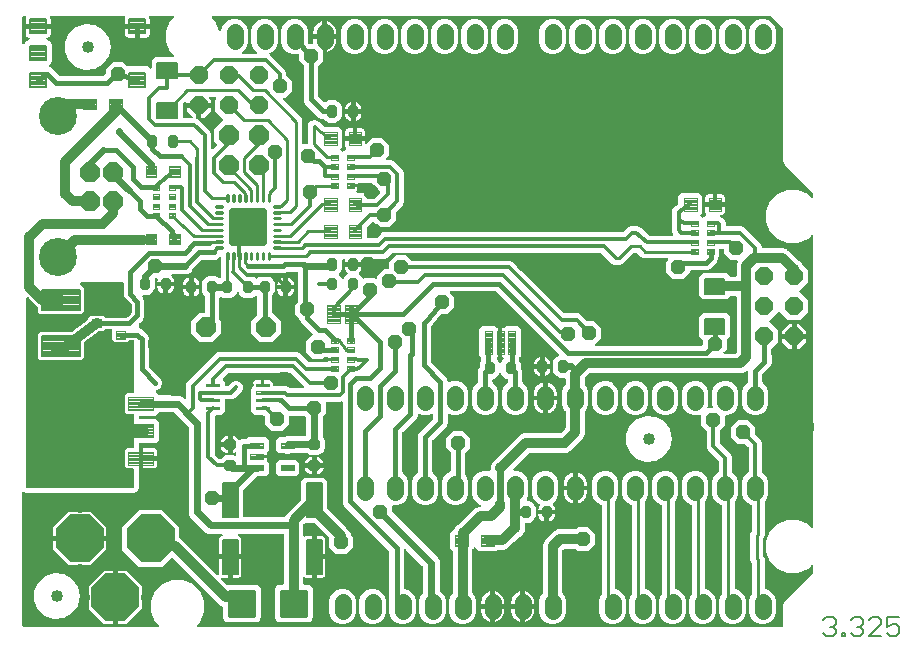
<source format=gtl>
G04 EAGLE Gerber X2 export*
%TF.Part,Single*%
%TF.FileFunction,Copper,L1,Top,Mixed*%
%TF.FilePolarity,Positive*%
%TF.GenerationSoftware,Autodesk,EAGLE,9.0.1*%
%TF.CreationDate,2019-02-14T11:46:10Z*%
G75*
%MOMM*%
%FSLAX34Y34*%
%LPD*%
%AMOC8*
5,1,8,0,0,1.08239X$1,22.5*%
G01*
%ADD10C,0.127000*%
%ADD11C,1.422400*%
%ADD12P,1.677704X8X292.500000*%
%ADD13C,0.718719*%
%ADD14C,0.140000*%
%ADD15C,0.120000*%
%ADD16C,0.240000*%
%ADD17P,4.329560X8X202.500000*%
%ADD18P,4.329560X8X112.500000*%
%ADD19C,1.950000*%
%ADD20C,1.016000*%
%ADD21P,1.814519X8X292.500000*%
%ADD22C,3.216000*%
%ADD23C,0.121919*%
%ADD24C,0.220000*%
%ADD25C,0.190000*%
%ADD26C,0.102359*%
%ADD27C,0.224000*%
%ADD28C,0.488100*%
%ADD29P,1.677704X8X202.500000*%
%ADD30C,0.100000*%
%ADD31C,0.116838*%
%ADD32P,1.814519X8X112.500000*%
%ADD33C,0.102000*%
%ADD34C,0.210000*%
%ADD35C,0.105000*%
%ADD36C,0.099000*%
%ADD37C,0.508000*%
%ADD38C,1.016000*%
%ADD39C,0.812800*%
%ADD40C,0.304800*%
%ADD41C,0.609600*%
%ADD42C,0.406400*%
%ADD43C,0.254000*%
%ADD44C,0.279400*%
%ADD45P,1.319650X8X22.500000*%

G36*
X122835Y7879D02*
X122835Y7879D01*
X122865Y7876D01*
X122976Y7899D01*
X123088Y7915D01*
X123115Y7927D01*
X123143Y7932D01*
X123244Y7985D01*
X123347Y8031D01*
X123370Y8050D01*
X123396Y8063D01*
X123478Y8141D01*
X123564Y8214D01*
X123581Y8239D01*
X123602Y8259D01*
X123659Y8357D01*
X123722Y8451D01*
X123731Y8479D01*
X123746Y8504D01*
X123773Y8614D01*
X123808Y8722D01*
X123808Y8752D01*
X123816Y8780D01*
X123812Y8893D01*
X123815Y9006D01*
X123808Y9035D01*
X123807Y9064D01*
X123772Y9172D01*
X123743Y9281D01*
X123728Y9307D01*
X123719Y9335D01*
X123674Y9398D01*
X123598Y9526D01*
X123552Y9569D01*
X123524Y9608D01*
X120537Y12595D01*
X117095Y20904D01*
X117095Y29896D01*
X120537Y38205D01*
X126895Y44563D01*
X135204Y48005D01*
X144196Y48005D01*
X152505Y44563D01*
X158863Y38205D01*
X162305Y29896D01*
X162305Y20904D01*
X158863Y12595D01*
X155876Y9608D01*
X155858Y9584D01*
X155836Y9565D01*
X155773Y9471D01*
X155705Y9381D01*
X155694Y9353D01*
X155678Y9329D01*
X155644Y9221D01*
X155604Y9115D01*
X155601Y9086D01*
X155592Y9058D01*
X155589Y8944D01*
X155580Y8832D01*
X155586Y8803D01*
X155585Y8774D01*
X155614Y8664D01*
X155636Y8553D01*
X155649Y8527D01*
X155657Y8499D01*
X155715Y8401D01*
X155767Y8301D01*
X155787Y8279D01*
X155802Y8254D01*
X155885Y8177D01*
X155963Y8095D01*
X155988Y8080D01*
X156009Y8060D01*
X156110Y8008D01*
X156208Y7951D01*
X156236Y7944D01*
X156263Y7930D01*
X156340Y7917D01*
X156484Y7881D01*
X156546Y7883D01*
X156594Y7875D01*
X650400Y7875D01*
X650456Y7883D01*
X650500Y7880D01*
X650716Y7901D01*
X650992Y7968D01*
X650999Y7972D01*
X651005Y7973D01*
X651405Y8139D01*
X651432Y8155D01*
X651461Y8164D01*
X651525Y8210D01*
X651650Y8284D01*
X651694Y8330D01*
X651735Y8359D01*
X652041Y8665D01*
X652059Y8690D01*
X652083Y8710D01*
X652125Y8777D01*
X652212Y8893D01*
X652235Y8953D01*
X652261Y8995D01*
X652427Y9395D01*
X652498Y9670D01*
X652497Y9678D01*
X652499Y9684D01*
X652520Y9900D01*
X652518Y9957D01*
X652525Y10000D01*
X652525Y26966D01*
X653724Y29861D01*
X656082Y32219D01*
X677628Y53764D01*
X677680Y53834D01*
X677740Y53898D01*
X677766Y53948D01*
X677799Y53992D01*
X677830Y54073D01*
X677870Y54151D01*
X677878Y54199D01*
X677900Y54257D01*
X677912Y54405D01*
X677925Y54482D01*
X677925Y59306D01*
X677921Y59335D01*
X677924Y59365D01*
X677901Y59476D01*
X677885Y59588D01*
X677873Y59615D01*
X677868Y59643D01*
X677815Y59744D01*
X677769Y59847D01*
X677750Y59870D01*
X677737Y59896D01*
X677659Y59978D01*
X677586Y60064D01*
X677561Y60081D01*
X677541Y60102D01*
X677443Y60159D01*
X677349Y60222D01*
X677321Y60231D01*
X677296Y60246D01*
X677186Y60273D01*
X677078Y60308D01*
X677048Y60308D01*
X677020Y60316D01*
X676907Y60312D01*
X676794Y60315D01*
X676765Y60308D01*
X676736Y60307D01*
X676628Y60272D01*
X676519Y60243D01*
X676493Y60228D01*
X676465Y60219D01*
X676402Y60174D01*
X676274Y60098D01*
X676231Y60052D01*
X676192Y60024D01*
X673205Y57037D01*
X664896Y53595D01*
X655904Y53595D01*
X647595Y57037D01*
X641237Y63395D01*
X637795Y71704D01*
X637795Y80696D01*
X641237Y89005D01*
X647595Y95363D01*
X655904Y98805D01*
X664896Y98805D01*
X673205Y95363D01*
X676192Y92376D01*
X676216Y92358D01*
X676235Y92336D01*
X676329Y92273D01*
X676419Y92205D01*
X676447Y92194D01*
X676471Y92178D01*
X676579Y92144D01*
X676685Y92104D01*
X676714Y92101D01*
X676742Y92092D01*
X676856Y92089D01*
X676968Y92080D01*
X676997Y92086D01*
X677026Y92085D01*
X677136Y92114D01*
X677247Y92136D01*
X677273Y92149D01*
X677301Y92157D01*
X677399Y92215D01*
X677499Y92267D01*
X677521Y92287D01*
X677546Y92302D01*
X677623Y92385D01*
X677705Y92463D01*
X677720Y92488D01*
X677740Y92509D01*
X677792Y92610D01*
X677849Y92708D01*
X677856Y92736D01*
X677870Y92763D01*
X677883Y92840D01*
X677919Y92984D01*
X677917Y93046D01*
X677925Y93094D01*
X677925Y338706D01*
X677921Y338735D01*
X677924Y338765D01*
X677901Y338876D01*
X677885Y338988D01*
X677873Y339015D01*
X677868Y339043D01*
X677815Y339144D01*
X677769Y339247D01*
X677750Y339270D01*
X677737Y339296D01*
X677659Y339378D01*
X677586Y339464D01*
X677561Y339481D01*
X677541Y339502D01*
X677443Y339559D01*
X677349Y339622D01*
X677321Y339631D01*
X677296Y339646D01*
X677186Y339673D01*
X677078Y339708D01*
X677048Y339708D01*
X677020Y339716D01*
X676907Y339712D01*
X676794Y339715D01*
X676765Y339708D01*
X676736Y339707D01*
X676628Y339672D01*
X676519Y339643D01*
X676493Y339628D01*
X676465Y339619D01*
X676402Y339574D01*
X676274Y339498D01*
X676231Y339452D01*
X676192Y339424D01*
X673205Y336437D01*
X664896Y332995D01*
X655904Y332995D01*
X647595Y336437D01*
X641237Y342795D01*
X637795Y351104D01*
X637795Y360096D01*
X641237Y368405D01*
X647595Y374763D01*
X655904Y378205D01*
X664896Y378205D01*
X673205Y374763D01*
X676192Y371776D01*
X676216Y371758D01*
X676235Y371736D01*
X676329Y371673D01*
X676419Y371605D01*
X676447Y371594D01*
X676471Y371578D01*
X676579Y371544D01*
X676685Y371504D01*
X676714Y371501D01*
X676742Y371492D01*
X676856Y371489D01*
X676968Y371480D01*
X676997Y371486D01*
X677026Y371485D01*
X677136Y371514D01*
X677247Y371536D01*
X677273Y371549D01*
X677301Y371557D01*
X677399Y371615D01*
X677499Y371667D01*
X677521Y371687D01*
X677546Y371702D01*
X677623Y371785D01*
X677705Y371863D01*
X677720Y371888D01*
X677740Y371909D01*
X677792Y372010D01*
X677849Y372108D01*
X677856Y372136D01*
X677870Y372163D01*
X677883Y372240D01*
X677919Y372384D01*
X677917Y372446D01*
X677925Y372494D01*
X677925Y374778D01*
X677913Y374864D01*
X677910Y374952D01*
X677893Y375004D01*
X677885Y375059D01*
X677850Y375139D01*
X677823Y375222D01*
X677795Y375261D01*
X677769Y375319D01*
X677673Y375432D01*
X677628Y375496D01*
X656082Y397041D01*
X653724Y399399D01*
X652525Y402294D01*
X652525Y514478D01*
X652513Y514564D01*
X652510Y514652D01*
X652493Y514704D01*
X652485Y514759D01*
X652450Y514839D01*
X652449Y514840D01*
X652440Y514876D01*
X652435Y514884D01*
X652423Y514922D01*
X652395Y514961D01*
X652369Y515019D01*
X652322Y515074D01*
X652295Y515120D01*
X652255Y515158D01*
X652228Y515196D01*
X642196Y525228D01*
X642126Y525280D01*
X642062Y525340D01*
X642012Y525366D01*
X641968Y525399D01*
X641887Y525430D01*
X641809Y525470D01*
X641761Y525478D01*
X641703Y525500D01*
X641555Y525512D01*
X641478Y525525D01*
X169294Y525525D01*
X169265Y525521D01*
X169235Y525524D01*
X169124Y525501D01*
X169012Y525485D01*
X168985Y525473D01*
X168957Y525468D01*
X168856Y525415D01*
X168753Y525369D01*
X168730Y525350D01*
X168704Y525337D01*
X168622Y525259D01*
X168536Y525186D01*
X168519Y525161D01*
X168498Y525141D01*
X168441Y525043D01*
X168378Y524949D01*
X168369Y524921D01*
X168354Y524896D01*
X168327Y524786D01*
X168292Y524678D01*
X168292Y524648D01*
X168284Y524620D01*
X168288Y524507D01*
X168285Y524394D01*
X168292Y524365D01*
X168293Y524336D01*
X168328Y524228D01*
X168357Y524119D01*
X168372Y524093D01*
X168381Y524065D01*
X168426Y524002D01*
X168502Y523874D01*
X168548Y523831D01*
X168576Y523792D01*
X171563Y520805D01*
X174830Y512918D01*
X174874Y512844D01*
X174909Y512766D01*
X174946Y512722D01*
X174975Y512673D01*
X175037Y512614D01*
X175093Y512549D01*
X175140Y512517D01*
X175181Y512478D01*
X175258Y512439D01*
X175329Y512391D01*
X175383Y512374D01*
X175434Y512348D01*
X175518Y512331D01*
X175600Y512305D01*
X175657Y512304D01*
X175713Y512293D01*
X175798Y512300D01*
X175884Y512298D01*
X175939Y512312D01*
X175996Y512317D01*
X176076Y512348D01*
X176159Y512370D01*
X176208Y512399D01*
X176261Y512419D01*
X176330Y512471D01*
X176404Y512515D01*
X176443Y512557D01*
X176488Y512591D01*
X176539Y512660D01*
X176598Y512722D01*
X176624Y512773D01*
X176658Y512819D01*
X176689Y512899D01*
X176728Y512976D01*
X176736Y513024D01*
X176759Y513085D01*
X176770Y513229D01*
X176783Y513307D01*
X176783Y513779D01*
X178485Y517887D01*
X181629Y521031D01*
X185737Y522733D01*
X190183Y522733D01*
X194291Y521031D01*
X197435Y517887D01*
X199137Y513779D01*
X199137Y502221D01*
X197435Y498113D01*
X194324Y495002D01*
X194306Y494978D01*
X194284Y494959D01*
X194221Y494865D01*
X194153Y494775D01*
X194143Y494747D01*
X194127Y494723D01*
X194092Y494615D01*
X194052Y494509D01*
X194050Y494480D01*
X194041Y494452D01*
X194038Y494338D01*
X194028Y494226D01*
X194034Y494197D01*
X194033Y494168D01*
X194062Y494058D01*
X194084Y493947D01*
X194098Y493921D01*
X194105Y493893D01*
X194163Y493795D01*
X194215Y493695D01*
X194236Y493673D01*
X194251Y493648D01*
X194333Y493571D01*
X194411Y493489D01*
X194436Y493474D01*
X194458Y493454D01*
X194559Y493402D01*
X194656Y493345D01*
X194685Y493338D01*
X194711Y493324D01*
X194788Y493311D01*
X194932Y493275D01*
X194994Y493277D01*
X195042Y493269D01*
X206278Y493269D01*
X206307Y493273D01*
X206336Y493270D01*
X206447Y493293D01*
X206559Y493309D01*
X206586Y493321D01*
X206615Y493326D01*
X206716Y493379D01*
X206819Y493425D01*
X206841Y493444D01*
X206867Y493457D01*
X206949Y493535D01*
X207036Y493608D01*
X207052Y493633D01*
X207073Y493653D01*
X207131Y493751D01*
X207193Y493845D01*
X207202Y493873D01*
X207217Y493898D01*
X207245Y494008D01*
X207279Y494116D01*
X207280Y494146D01*
X207287Y494174D01*
X207284Y494287D01*
X207287Y494400D01*
X207279Y494429D01*
X207278Y494458D01*
X207243Y494566D01*
X207215Y494675D01*
X207200Y494701D01*
X207191Y494729D01*
X207145Y494792D01*
X207069Y494920D01*
X207024Y494963D01*
X206996Y495002D01*
X203885Y498113D01*
X202183Y502221D01*
X202183Y513779D01*
X203885Y517887D01*
X207029Y521031D01*
X211137Y522733D01*
X215583Y522733D01*
X219691Y521031D01*
X222835Y517887D01*
X224537Y513779D01*
X224537Y502221D01*
X222835Y498113D01*
X219691Y494969D01*
X217929Y494239D01*
X217903Y494224D01*
X217875Y494215D01*
X217781Y494152D01*
X217684Y494094D01*
X217664Y494073D01*
X217639Y494057D01*
X217566Y493970D01*
X217489Y493888D01*
X217475Y493862D01*
X217456Y493839D01*
X217410Y493736D01*
X217358Y493635D01*
X217353Y493606D01*
X217341Y493579D01*
X217325Y493467D01*
X217303Y493356D01*
X217306Y493327D01*
X217302Y493298D01*
X217318Y493185D01*
X217328Y493073D01*
X217338Y493045D01*
X217343Y493016D01*
X217389Y492913D01*
X217430Y492807D01*
X217448Y492784D01*
X217460Y492757D01*
X217533Y492671D01*
X217601Y492581D01*
X217625Y492563D01*
X217644Y492541D01*
X217710Y492499D01*
X217726Y492488D01*
X230798Y479416D01*
X231649Y477362D01*
X231649Y475291D01*
X231661Y475205D01*
X231664Y475117D01*
X231681Y475065D01*
X231689Y475010D01*
X231724Y474930D01*
X231751Y474847D01*
X231779Y474807D01*
X231805Y474750D01*
X231901Y474637D01*
X231946Y474573D01*
X236221Y470299D01*
X236221Y461881D01*
X230269Y455929D01*
X229706Y455929D01*
X229677Y455925D01*
X229648Y455928D01*
X229537Y455905D01*
X229425Y455889D01*
X229398Y455877D01*
X229369Y455872D01*
X229269Y455820D01*
X229165Y455773D01*
X229143Y455754D01*
X229117Y455741D01*
X229035Y455663D01*
X228948Y455590D01*
X228932Y455565D01*
X228911Y455545D01*
X228854Y455447D01*
X228791Y455353D01*
X228782Y455325D01*
X228767Y455300D01*
X228739Y455190D01*
X228705Y455082D01*
X228704Y455052D01*
X228697Y455024D01*
X228701Y454911D01*
X228698Y454798D01*
X228705Y454769D01*
X228706Y454740D01*
X228741Y454632D01*
X228769Y454523D01*
X228784Y454497D01*
X228793Y454469D01*
X228839Y454406D01*
X228915Y454278D01*
X228960Y454235D01*
X228988Y454196D01*
X242909Y440275D01*
X244553Y438632D01*
X245365Y436671D01*
X245365Y417576D01*
X245373Y417518D01*
X245371Y417460D01*
X245393Y417378D01*
X245405Y417294D01*
X245428Y417241D01*
X245443Y417185D01*
X245486Y417112D01*
X245521Y417035D01*
X245559Y416990D01*
X245588Y416940D01*
X245650Y416882D01*
X245704Y416818D01*
X245753Y416786D01*
X245796Y416746D01*
X245871Y416707D01*
X245941Y416660D01*
X245997Y416643D01*
X246049Y416616D01*
X246117Y416605D01*
X246212Y416575D01*
X246312Y416572D01*
X246380Y416561D01*
X248793Y416561D01*
X248851Y416569D01*
X248909Y416567D01*
X248991Y416589D01*
X249075Y416601D01*
X249128Y416624D01*
X249184Y416639D01*
X249257Y416682D01*
X249334Y416717D01*
X249379Y416755D01*
X249429Y416784D01*
X249487Y416846D01*
X249551Y416900D01*
X249583Y416949D01*
X249623Y416992D01*
X249662Y417067D01*
X249709Y417137D01*
X249726Y417193D01*
X249753Y417245D01*
X249764Y417313D01*
X249794Y417408D01*
X249797Y417508D01*
X249808Y417576D01*
X249808Y431610D01*
X249804Y431643D01*
X249807Y431669D01*
X249754Y432566D01*
X249754Y432570D01*
X249807Y432838D01*
X249804Y432868D01*
X249807Y432883D01*
X250151Y433714D01*
X250160Y433747D01*
X250172Y433770D01*
X250467Y434619D01*
X250469Y434622D01*
X250620Y434849D01*
X250621Y434854D01*
X250623Y434856D01*
X250630Y434880D01*
X250637Y434891D01*
X251273Y435527D01*
X251293Y435554D01*
X251314Y435571D01*
X251371Y435635D01*
X251911Y436242D01*
X251914Y436245D01*
X252141Y436397D01*
X252160Y436420D01*
X252173Y436429D01*
X253004Y436773D01*
X253033Y436790D01*
X253058Y436798D01*
X253867Y437190D01*
X253871Y437191D01*
X254138Y437244D01*
X254165Y437258D01*
X254180Y437262D01*
X255080Y437262D01*
X255113Y437266D01*
X255139Y437263D01*
X256036Y437316D01*
X256040Y437316D01*
X256308Y437263D01*
X256338Y437266D01*
X256353Y437263D01*
X257184Y436919D01*
X257217Y436910D01*
X257240Y436898D01*
X258089Y436603D01*
X258092Y436601D01*
X258319Y436450D01*
X258348Y436441D01*
X258361Y436433D01*
X258998Y435797D01*
X259024Y435777D01*
X259041Y435756D01*
X263310Y431961D01*
X263358Y431929D01*
X263400Y431890D01*
X263476Y431851D01*
X263546Y431804D01*
X263602Y431787D01*
X263653Y431760D01*
X263722Y431749D01*
X263818Y431718D01*
X263916Y431716D01*
X263984Y431705D01*
X276232Y431705D01*
X278965Y428972D01*
X278965Y414308D01*
X277824Y413167D01*
X277789Y413120D01*
X277747Y413080D01*
X277704Y413007D01*
X277653Y412940D01*
X277632Y412885D01*
X277603Y412835D01*
X277582Y412753D01*
X277552Y412674D01*
X277547Y412616D01*
X277533Y412559D01*
X277535Y412475D01*
X277528Y412391D01*
X277540Y412334D01*
X277542Y412275D01*
X277568Y412195D01*
X277584Y412112D01*
X277611Y412060D01*
X277629Y412005D01*
X277669Y411949D01*
X277715Y411860D01*
X277784Y411788D01*
X277824Y411731D01*
X278682Y410873D01*
X278729Y410838D01*
X278769Y410796D01*
X278842Y410753D01*
X278909Y410703D01*
X278964Y410682D01*
X279014Y410652D01*
X279096Y410631D01*
X279175Y410601D01*
X279233Y410596D01*
X279290Y410582D01*
X279374Y410585D01*
X279458Y410578D01*
X279516Y410589D01*
X279574Y410591D01*
X279654Y410617D01*
X279737Y410634D01*
X279789Y410661D01*
X279845Y410679D01*
X279901Y410719D01*
X279989Y410765D01*
X280062Y410833D01*
X280118Y410873D01*
X281509Y412265D01*
X281583Y412265D01*
X281612Y412269D01*
X281641Y412266D01*
X281752Y412289D01*
X281864Y412305D01*
X281891Y412317D01*
X281920Y412322D01*
X282020Y412374D01*
X282124Y412421D01*
X282146Y412440D01*
X282172Y412453D01*
X282254Y412531D01*
X282341Y412604D01*
X282357Y412629D01*
X282378Y412649D01*
X282435Y412747D01*
X282498Y412841D01*
X282507Y412869D01*
X282522Y412894D01*
X282550Y413004D01*
X282584Y413112D01*
X282585Y413141D01*
X282592Y413170D01*
X282588Y413283D01*
X282591Y413396D01*
X282584Y413425D01*
X282583Y413454D01*
X282548Y413562D01*
X282519Y413671D01*
X282504Y413697D01*
X282495Y413725D01*
X282450Y413789D01*
X282374Y413916D01*
X282328Y413959D01*
X282300Y413998D01*
X281987Y414312D01*
X281573Y415028D01*
X281359Y415826D01*
X281359Y419609D01*
X288884Y419609D01*
X288942Y419617D01*
X289000Y419615D01*
X289082Y419637D01*
X289165Y419649D01*
X289219Y419673D01*
X289275Y419687D01*
X289348Y419730D01*
X289425Y419765D01*
X289469Y419803D01*
X289520Y419833D01*
X289577Y419894D01*
X289642Y419949D01*
X289674Y419997D01*
X289714Y420040D01*
X289753Y420115D01*
X289799Y420185D01*
X289817Y420241D01*
X289844Y420293D01*
X289855Y420361D01*
X289885Y420456D01*
X289888Y420556D01*
X289899Y420624D01*
X289899Y421641D01*
X289901Y421641D01*
X289901Y420624D01*
X289909Y420566D01*
X289908Y420508D01*
X289929Y420426D01*
X289941Y420343D01*
X289965Y420289D01*
X289979Y420233D01*
X290022Y420160D01*
X290057Y420083D01*
X290095Y420038D01*
X290125Y419988D01*
X290186Y419930D01*
X290241Y419866D01*
X290289Y419834D01*
X290332Y419794D01*
X290407Y419755D01*
X290477Y419709D01*
X290533Y419691D01*
X290585Y419664D01*
X290653Y419653D01*
X290748Y419623D01*
X290848Y419620D01*
X290916Y419609D01*
X298441Y419609D01*
X298441Y418131D01*
X298445Y418102D01*
X298442Y418073D01*
X298465Y417962D01*
X298481Y417850D01*
X298493Y417823D01*
X298498Y417794D01*
X298550Y417694D01*
X298597Y417590D01*
X298616Y417568D01*
X298629Y417542D01*
X298707Y417460D01*
X298780Y417373D01*
X298805Y417357D01*
X298825Y417336D01*
X298923Y417279D01*
X299017Y417216D01*
X299045Y417207D01*
X299070Y417192D01*
X299180Y417164D01*
X299288Y417130D01*
X299318Y417129D01*
X299346Y417122D01*
X299459Y417126D01*
X299572Y417123D01*
X299601Y417130D01*
X299630Y417131D01*
X299738Y417166D01*
X299847Y417194D01*
X299873Y417209D01*
X299901Y417218D01*
X299964Y417264D01*
X300092Y417340D01*
X300135Y417385D01*
X300174Y417413D01*
X304401Y421641D01*
X312819Y421641D01*
X318771Y415689D01*
X318771Y407271D01*
X316521Y405022D01*
X316504Y404998D01*
X316481Y404979D01*
X316418Y404885D01*
X316350Y404795D01*
X316340Y404767D01*
X316324Y404743D01*
X316289Y404635D01*
X316249Y404529D01*
X316247Y404500D01*
X316238Y404472D01*
X316235Y404358D01*
X316226Y404246D01*
X316231Y404217D01*
X316231Y404188D01*
X316259Y404078D01*
X316281Y403967D01*
X316295Y403941D01*
X316302Y403913D01*
X316360Y403815D01*
X316412Y403715D01*
X316433Y403693D01*
X316448Y403668D01*
X316530Y403591D01*
X316608Y403509D01*
X316634Y403494D01*
X316655Y403474D01*
X316756Y403422D01*
X316854Y403365D01*
X316882Y403358D01*
X316908Y403344D01*
X316985Y403331D01*
X317129Y403295D01*
X317192Y403297D01*
X317239Y403289D01*
X320454Y403289D01*
X322508Y402438D01*
X330112Y394834D01*
X330963Y392780D01*
X330963Y368704D01*
X330966Y368679D01*
X330964Y368658D01*
X331009Y367671D01*
X330965Y367463D01*
X330966Y367450D01*
X330595Y366554D01*
X330588Y366529D01*
X330578Y366511D01*
X330242Y365582D01*
X330122Y365407D01*
X330118Y365394D01*
X329432Y364709D01*
X329417Y364688D01*
X329400Y364675D01*
X325132Y360001D01*
X325096Y359947D01*
X325052Y359900D01*
X325016Y359831D01*
X324972Y359766D01*
X324952Y359705D01*
X324922Y359647D01*
X324911Y359583D01*
X324883Y359496D01*
X324879Y359388D01*
X324867Y359316D01*
X324867Y352661D01*
X318915Y346709D01*
X310497Y346709D01*
X306223Y350984D01*
X306153Y351036D01*
X306089Y351096D01*
X306040Y351122D01*
X305995Y351155D01*
X305914Y351186D01*
X305836Y351226D01*
X305788Y351234D01*
X305730Y351256D01*
X305582Y351268D01*
X305505Y351281D01*
X304995Y351281D01*
X304909Y351269D01*
X304821Y351266D01*
X304769Y351249D01*
X304714Y351241D01*
X304634Y351206D01*
X304551Y351179D01*
X304512Y351151D01*
X304455Y351125D01*
X304341Y351029D01*
X304278Y350984D01*
X300262Y346968D01*
X300210Y346899D01*
X300150Y346835D01*
X300124Y346785D01*
X300091Y346741D01*
X300060Y346660D01*
X300020Y346582D01*
X300012Y346534D01*
X299990Y346476D01*
X299978Y346328D01*
X299965Y346251D01*
X299965Y338074D01*
X299973Y338016D01*
X299971Y337958D01*
X299993Y337876D01*
X300005Y337792D01*
X300028Y337739D01*
X300043Y337683D01*
X300086Y337610D01*
X300121Y337533D01*
X300159Y337488D01*
X300188Y337438D01*
X300250Y337380D01*
X300304Y337316D01*
X300353Y337284D01*
X300396Y337244D01*
X300471Y337205D01*
X300541Y337158D01*
X300597Y337141D01*
X300649Y337114D01*
X300717Y337103D01*
X300812Y337073D01*
X300912Y337070D01*
X300980Y337059D01*
X307145Y337059D01*
X307231Y337071D01*
X307319Y337074D01*
X307371Y337091D01*
X307426Y337099D01*
X307506Y337134D01*
X307589Y337161D01*
X307628Y337189D01*
X307685Y337215D01*
X307799Y337311D01*
X307862Y337356D01*
X311794Y341288D01*
X313848Y342139D01*
X516695Y342139D01*
X516781Y342151D01*
X516869Y342154D01*
X516921Y342171D01*
X516976Y342179D01*
X517056Y342214D01*
X517139Y342241D01*
X517178Y342269D01*
X517235Y342295D01*
X517349Y342391D01*
X517412Y342436D01*
X519629Y344653D01*
X521344Y346368D01*
X523398Y347219D01*
X527692Y347219D01*
X527734Y347225D01*
X527768Y347222D01*
X528630Y347286D01*
X528681Y347270D01*
X528961Y347219D01*
X528981Y347222D01*
X528998Y347219D01*
X529052Y347219D01*
X529850Y346888D01*
X529891Y346878D01*
X529921Y346862D01*
X530742Y346592D01*
X530782Y346557D01*
X531022Y346403D01*
X531042Y346398D01*
X531056Y346388D01*
X531106Y346368D01*
X531716Y345757D01*
X531750Y345732D01*
X531772Y345705D01*
X538807Y339654D01*
X538849Y339628D01*
X538885Y339594D01*
X538968Y339551D01*
X539047Y339501D01*
X539094Y339487D01*
X539138Y339464D01*
X539211Y339452D01*
X539319Y339420D01*
X539407Y339419D01*
X539469Y339409D01*
X558287Y339409D01*
X558317Y339413D01*
X558348Y339411D01*
X558458Y339433D01*
X558502Y339439D01*
X558510Y339440D01*
X558511Y339440D01*
X558568Y339449D01*
X558596Y339461D01*
X558627Y339467D01*
X558726Y339519D01*
X558828Y339565D01*
X558851Y339585D01*
X558878Y339599D01*
X558959Y339676D01*
X559045Y339748D01*
X559062Y339774D01*
X559084Y339795D01*
X559140Y339892D01*
X559202Y339985D01*
X559211Y340015D01*
X559227Y340041D01*
X559254Y340149D01*
X559288Y340256D01*
X559289Y340287D01*
X559296Y340317D01*
X559292Y340429D01*
X559293Y340473D01*
X559295Y340491D01*
X559294Y340494D01*
X559295Y340540D01*
X559287Y340570D01*
X559286Y340601D01*
X559252Y340707D01*
X559223Y340815D01*
X559213Y340832D01*
X559201Y340862D01*
X559198Y340871D01*
X559196Y340874D01*
X558291Y343058D01*
X558291Y358810D01*
X558276Y358920D01*
X558275Y358993D01*
X558182Y359496D01*
X558269Y359898D01*
X558275Y359993D01*
X558277Y359999D01*
X558278Y360031D01*
X558278Y360033D01*
X558291Y360111D01*
X558291Y360522D01*
X558487Y360994D01*
X558515Y361101D01*
X558542Y361170D01*
X558649Y361670D01*
X558882Y362008D01*
X558943Y362130D01*
X558985Y362196D01*
X559142Y362576D01*
X559504Y362937D01*
X559570Y363026D01*
X559621Y363079D01*
X559912Y363499D01*
X560257Y363723D01*
X560360Y363812D01*
X560424Y363857D01*
X560714Y364148D01*
X561187Y364344D01*
X561282Y364400D01*
X561349Y364429D01*
X563171Y365607D01*
X563211Y365641D01*
X563256Y365668D01*
X563318Y365734D01*
X563386Y365793D01*
X563415Y365837D01*
X563450Y365875D01*
X563492Y365956D01*
X563541Y366032D01*
X563556Y366082D01*
X563580Y366129D01*
X563592Y366200D01*
X563623Y366304D01*
X563624Y366395D01*
X563635Y366460D01*
X563635Y373092D01*
X566368Y375825D01*
X581032Y375825D01*
X583765Y373092D01*
X583765Y358428D01*
X582624Y357287D01*
X582589Y357240D01*
X582547Y357200D01*
X582504Y357127D01*
X582453Y357060D01*
X582432Y357005D01*
X582403Y356955D01*
X582382Y356873D01*
X582352Y356794D01*
X582347Y356736D01*
X582333Y356679D01*
X582335Y356595D01*
X582328Y356511D01*
X582340Y356454D01*
X582342Y356395D01*
X582368Y356315D01*
X582384Y356232D01*
X582411Y356180D01*
X582429Y356125D01*
X582469Y356069D01*
X582515Y355980D01*
X582584Y355908D01*
X582624Y355851D01*
X583482Y354993D01*
X583529Y354958D01*
X583569Y354916D01*
X583642Y354873D01*
X583709Y354823D01*
X583764Y354802D01*
X583814Y354772D01*
X583896Y354751D01*
X583975Y354721D01*
X584033Y354716D01*
X584090Y354702D01*
X584174Y354705D01*
X584258Y354698D01*
X584316Y354709D01*
X584374Y354711D01*
X584454Y354737D01*
X584537Y354754D01*
X584589Y354781D01*
X584645Y354799D01*
X584701Y354839D01*
X584789Y354885D01*
X584862Y354953D01*
X584918Y354993D01*
X586309Y356385D01*
X586383Y356385D01*
X586412Y356389D01*
X586441Y356386D01*
X586552Y356409D01*
X586664Y356425D01*
X586691Y356437D01*
X586720Y356442D01*
X586820Y356494D01*
X586924Y356541D01*
X586946Y356560D01*
X586972Y356573D01*
X587054Y356651D01*
X587141Y356724D01*
X587157Y356749D01*
X587178Y356769D01*
X587235Y356867D01*
X587298Y356961D01*
X587307Y356989D01*
X587322Y357014D01*
X587350Y357124D01*
X587384Y357232D01*
X587385Y357261D01*
X587392Y357290D01*
X587388Y357403D01*
X587391Y357516D01*
X587384Y357545D01*
X587383Y357574D01*
X587348Y357682D01*
X587319Y357791D01*
X587304Y357817D01*
X587295Y357845D01*
X587250Y357909D01*
X587174Y358036D01*
X587128Y358079D01*
X587100Y358118D01*
X586787Y358432D01*
X586373Y359148D01*
X586159Y359946D01*
X586159Y363729D01*
X593684Y363729D01*
X593742Y363737D01*
X593800Y363735D01*
X593882Y363757D01*
X593965Y363769D01*
X594019Y363793D01*
X594075Y363807D01*
X594148Y363850D01*
X594225Y363885D01*
X594269Y363923D01*
X594320Y363953D01*
X594377Y364014D01*
X594442Y364069D01*
X594474Y364117D01*
X594514Y364160D01*
X594553Y364235D01*
X594599Y364305D01*
X594617Y364361D01*
X594644Y364413D01*
X594655Y364481D01*
X594685Y364576D01*
X594688Y364676D01*
X594699Y364744D01*
X594699Y365761D01*
X594701Y365761D01*
X594701Y364744D01*
X594709Y364686D01*
X594708Y364628D01*
X594729Y364546D01*
X594741Y364463D01*
X594765Y364409D01*
X594779Y364353D01*
X594822Y364280D01*
X594857Y364203D01*
X594895Y364158D01*
X594925Y364108D01*
X594986Y364050D01*
X595041Y363986D01*
X595089Y363954D01*
X595132Y363914D01*
X595207Y363875D01*
X595277Y363829D01*
X595333Y363811D01*
X595385Y363784D01*
X595453Y363773D01*
X595548Y363743D01*
X595648Y363740D01*
X595716Y363729D01*
X603241Y363729D01*
X603241Y359946D01*
X603027Y359148D01*
X602613Y358431D01*
X602029Y357847D01*
X601312Y357433D01*
X600514Y357219D01*
X599445Y357219D01*
X599360Y357207D01*
X599274Y357205D01*
X599219Y357187D01*
X599163Y357179D01*
X599085Y357144D01*
X599003Y357118D01*
X598956Y357086D01*
X598904Y357063D01*
X598838Y357008D01*
X598767Y356960D01*
X598730Y356916D01*
X598687Y356880D01*
X598639Y356808D01*
X598584Y356742D01*
X598561Y356690D01*
X598529Y356643D01*
X598503Y356561D01*
X598468Y356482D01*
X598461Y356426D01*
X598443Y356372D01*
X598441Y356286D01*
X598429Y356201D01*
X598438Y356145D01*
X598436Y356088D01*
X598458Y356005D01*
X598470Y355920D01*
X598493Y355868D01*
X598508Y355813D01*
X598552Y355739D01*
X598587Y355660D01*
X598624Y355617D01*
X598653Y355568D01*
X598716Y355509D01*
X598771Y355444D01*
X598813Y355418D01*
X598860Y355374D01*
X598990Y355308D01*
X599056Y355266D01*
X600766Y354558D01*
X602908Y352416D01*
X603759Y350362D01*
X603759Y348424D01*
X603767Y348366D01*
X603765Y348308D01*
X603787Y348226D01*
X603799Y348142D01*
X603822Y348089D01*
X603837Y348033D01*
X603880Y347960D01*
X603915Y347883D01*
X603953Y347838D01*
X603982Y347788D01*
X604044Y347730D01*
X604098Y347666D01*
X604147Y347634D01*
X604190Y347594D01*
X604265Y347555D01*
X604335Y347508D01*
X604391Y347491D01*
X604443Y347464D01*
X604511Y347453D01*
X604606Y347423D01*
X604706Y347420D01*
X604774Y347409D01*
X616872Y347409D01*
X618926Y346558D01*
X633388Y332096D01*
X634239Y330042D01*
X634239Y329692D01*
X634247Y329637D01*
X634245Y329593D01*
X634246Y329591D01*
X634245Y329576D01*
X634267Y329494D01*
X634279Y329410D01*
X634302Y329357D01*
X634317Y329301D01*
X634360Y329228D01*
X634395Y329151D01*
X634433Y329106D01*
X634462Y329056D01*
X634524Y328998D01*
X634578Y328934D01*
X634627Y328902D01*
X634670Y328862D01*
X634745Y328823D01*
X634815Y328776D01*
X634871Y328759D01*
X634923Y328732D01*
X634991Y328721D01*
X635086Y328691D01*
X635186Y328688D01*
X635254Y328677D01*
X650713Y328677D01*
X650748Y328682D01*
X650777Y328679D01*
X652102Y328763D01*
X652194Y328731D01*
X652473Y328678D01*
X652500Y328680D01*
X652522Y328677D01*
X652619Y328677D01*
X653846Y328169D01*
X653880Y328160D01*
X653906Y328146D01*
X655162Y327716D01*
X655235Y327652D01*
X655472Y327496D01*
X655498Y327488D01*
X655517Y327476D01*
X655607Y327439D01*
X656546Y326500D01*
X656574Y326479D01*
X656592Y326456D01*
X665903Y318254D01*
X666140Y318098D01*
X666166Y318090D01*
X666185Y318078D01*
X666275Y318041D01*
X667214Y317102D01*
X667242Y317081D01*
X667260Y317058D01*
X668257Y316181D01*
X668299Y316094D01*
X668459Y315859D01*
X668480Y315841D01*
X668493Y315823D01*
X668561Y315755D01*
X669069Y314528D01*
X669087Y314497D01*
X669096Y314469D01*
X669393Y313862D01*
X669553Y313627D01*
X669574Y313610D01*
X669587Y313592D01*
X673485Y309694D01*
X673485Y299906D01*
X666396Y292818D01*
X666361Y292771D01*
X666319Y292731D01*
X666276Y292658D01*
X666226Y292591D01*
X666205Y292536D01*
X666175Y292486D01*
X666154Y292404D01*
X666124Y292325D01*
X666119Y292267D01*
X666105Y292210D01*
X666108Y292126D01*
X666101Y292042D01*
X666112Y291984D01*
X666114Y291926D01*
X666140Y291846D01*
X666157Y291763D01*
X666184Y291711D01*
X666202Y291655D01*
X666242Y291599D01*
X666288Y291511D01*
X666356Y291438D01*
X666396Y291382D01*
X673485Y284294D01*
X673485Y274506D01*
X666564Y267585D01*
X656776Y267585D01*
X649688Y274674D01*
X649641Y274709D01*
X649601Y274751D01*
X649528Y274794D01*
X649461Y274844D01*
X649406Y274865D01*
X649356Y274895D01*
X649274Y274916D01*
X649195Y274946D01*
X649137Y274951D01*
X649080Y274965D01*
X648996Y274962D01*
X648912Y274969D01*
X648854Y274958D01*
X648796Y274956D01*
X648716Y274930D01*
X648633Y274913D01*
X648581Y274886D01*
X648525Y274868D01*
X648469Y274828D01*
X648381Y274782D01*
X648308Y274714D01*
X648252Y274674D01*
X640996Y267418D01*
X640961Y267371D01*
X640919Y267331D01*
X640876Y267258D01*
X640826Y267191D01*
X640805Y267136D01*
X640775Y267086D01*
X640754Y267004D01*
X640724Y266925D01*
X640719Y266867D01*
X640705Y266810D01*
X640708Y266726D01*
X640701Y266642D01*
X640712Y266584D01*
X640714Y266526D01*
X640740Y266446D01*
X640757Y266363D01*
X640784Y266311D01*
X640802Y266255D01*
X640842Y266199D01*
X640888Y266111D01*
X640956Y266038D01*
X640996Y265982D01*
X648085Y258894D01*
X648085Y249106D01*
X642731Y243752D01*
X642676Y243680D01*
X642615Y243613D01*
X642591Y243567D01*
X642560Y243525D01*
X642528Y243440D01*
X642487Y243359D01*
X642480Y243314D01*
X642459Y243259D01*
X642446Y243105D01*
X642433Y243028D01*
X642488Y233969D01*
X642492Y233941D01*
X642490Y233912D01*
X642497Y233884D01*
X642497Y232561D01*
X642497Y232558D01*
X642497Y232555D01*
X642504Y231345D01*
X642041Y230226D01*
X642040Y230223D01*
X642038Y230221D01*
X641582Y229100D01*
X640726Y228244D01*
X640724Y228241D01*
X640722Y228240D01*
X639814Y227321D01*
X639807Y227317D01*
X639765Y227272D01*
X639727Y227244D01*
X635044Y222562D01*
X634992Y222492D01*
X634932Y222428D01*
X634906Y222379D01*
X634873Y222335D01*
X634842Y222253D01*
X634802Y222175D01*
X634794Y222128D01*
X634772Y222069D01*
X634760Y221921D01*
X634747Y221844D01*
X634747Y215616D01*
X634759Y215529D01*
X634762Y215442D01*
X634779Y215389D01*
X634787Y215335D01*
X634822Y215255D01*
X634849Y215172D01*
X634877Y215132D01*
X634903Y215075D01*
X634999Y214962D01*
X635044Y214898D01*
X638125Y211817D01*
X639827Y207709D01*
X639827Y196151D01*
X638125Y192043D01*
X634981Y188899D01*
X630873Y187197D01*
X626427Y187197D01*
X622319Y188899D01*
X619175Y192043D01*
X617473Y196151D01*
X617473Y207709D01*
X619175Y211817D01*
X622256Y214898D01*
X622308Y214968D01*
X622368Y215032D01*
X622394Y215081D01*
X622427Y215125D01*
X622458Y215207D01*
X622498Y215285D01*
X622506Y215333D01*
X622528Y215391D01*
X622540Y215539D01*
X622553Y215616D01*
X622553Y223796D01*
X622549Y223826D01*
X622552Y223855D01*
X622529Y223966D01*
X622513Y224078D01*
X622501Y224105D01*
X622496Y224134D01*
X622444Y224234D01*
X622397Y224337D01*
X622378Y224360D01*
X622365Y224386D01*
X622287Y224468D01*
X622214Y224554D01*
X622189Y224571D01*
X622169Y224592D01*
X622071Y224649D01*
X621977Y224712D01*
X621949Y224721D01*
X621924Y224736D01*
X621814Y224764D01*
X621706Y224798D01*
X621677Y224799D01*
X621648Y224806D01*
X621535Y224802D01*
X621422Y224805D01*
X621393Y224798D01*
X621364Y224797D01*
X621256Y224762D01*
X621147Y224733D01*
X621121Y224718D01*
X621093Y224709D01*
X621029Y224664D01*
X620902Y224588D01*
X620859Y224542D01*
X620820Y224514D01*
X620555Y224249D01*
X617567Y223011D01*
X488928Y223011D01*
X488841Y222999D01*
X488754Y222996D01*
X488701Y222979D01*
X488646Y222971D01*
X488566Y222936D01*
X488483Y222909D01*
X488444Y222881D01*
X488387Y222855D01*
X488273Y222759D01*
X488210Y222714D01*
X484676Y219180D01*
X484624Y219111D01*
X484564Y219047D01*
X484538Y218997D01*
X484505Y218953D01*
X484474Y218871D01*
X484434Y218793D01*
X484426Y218746D01*
X484404Y218687D01*
X484392Y218540D01*
X484379Y218462D01*
X484379Y213584D01*
X484391Y213497D01*
X484394Y213410D01*
X484411Y213357D01*
X484419Y213303D01*
X484454Y213223D01*
X484481Y213139D01*
X484509Y213100D01*
X484535Y213043D01*
X484631Y212930D01*
X484676Y212866D01*
X485725Y211817D01*
X487427Y207709D01*
X487427Y196151D01*
X485725Y192043D01*
X484676Y190994D01*
X484624Y190924D01*
X484564Y190860D01*
X484538Y190811D01*
X484505Y190767D01*
X484474Y190685D01*
X484434Y190607D01*
X484426Y190560D01*
X484404Y190501D01*
X484392Y190353D01*
X484379Y190276D01*
X484379Y171103D01*
X483141Y168115D01*
X471965Y156939D01*
X468977Y155701D01*
X438128Y155701D01*
X438041Y155689D01*
X437954Y155686D01*
X437901Y155669D01*
X437846Y155661D01*
X437766Y155626D01*
X437683Y155599D01*
X437644Y155571D01*
X437587Y155545D01*
X437474Y155449D01*
X437410Y155404D01*
X424202Y142196D01*
X424184Y142172D01*
X424162Y142153D01*
X424099Y142059D01*
X424031Y141969D01*
X424020Y141941D01*
X424004Y141917D01*
X423970Y141809D01*
X423930Y141703D01*
X423927Y141674D01*
X423918Y141646D01*
X423915Y141532D01*
X423906Y141420D01*
X423912Y141391D01*
X423911Y141362D01*
X423940Y141252D01*
X423962Y141141D01*
X423975Y141115D01*
X423983Y141087D01*
X424041Y140989D01*
X424093Y140889D01*
X424113Y140867D01*
X424128Y140842D01*
X424211Y140765D01*
X424289Y140683D01*
X424314Y140668D01*
X424335Y140648D01*
X424436Y140596D01*
X424534Y140539D01*
X424562Y140532D01*
X424588Y140518D01*
X424666Y140505D01*
X424809Y140469D01*
X424872Y140471D01*
X424920Y140463D01*
X427673Y140463D01*
X431781Y138761D01*
X434925Y135617D01*
X436627Y131509D01*
X436627Y119951D01*
X435147Y116379D01*
X435118Y116267D01*
X435084Y116158D01*
X435083Y116130D01*
X435076Y116103D01*
X435079Y115989D01*
X435076Y115874D01*
X435083Y115847D01*
X435084Y115819D01*
X435119Y115710D01*
X435148Y115599D01*
X435162Y115575D01*
X435171Y115548D01*
X435235Y115453D01*
X435293Y115354D01*
X435314Y115335D01*
X435329Y115312D01*
X435417Y115238D01*
X435501Y115160D01*
X435526Y115147D01*
X435547Y115129D01*
X435652Y115083D01*
X435754Y115030D01*
X435779Y115026D01*
X435807Y115014D01*
X436070Y114977D01*
X436085Y114975D01*
X436762Y114975D01*
X439577Y113809D01*
X441731Y111655D01*
X442897Y108840D01*
X442897Y101980D01*
X441731Y99165D01*
X439577Y97011D01*
X436762Y95845D01*
X434594Y95845D01*
X434536Y95837D01*
X434478Y95839D01*
X434396Y95817D01*
X434312Y95805D01*
X434259Y95782D01*
X434203Y95767D01*
X434130Y95724D01*
X434053Y95689D01*
X434008Y95651D01*
X433958Y95622D01*
X433900Y95560D01*
X433836Y95506D01*
X433804Y95457D01*
X433764Y95414D01*
X433725Y95339D01*
X433678Y95269D01*
X433661Y95213D01*
X433634Y95161D01*
X433623Y95093D01*
X433593Y94998D01*
X433590Y94898D01*
X433579Y94830D01*
X433579Y92981D01*
X433579Y92980D01*
X433579Y92979D01*
X433580Y92970D01*
X433619Y92700D01*
X433631Y92672D01*
X433635Y92648D01*
X433660Y92577D01*
X433580Y91231D01*
X433583Y91198D01*
X433579Y91171D01*
X433579Y89823D01*
X433550Y89753D01*
X433550Y89752D01*
X433549Y89751D01*
X433547Y89742D01*
X433479Y89478D01*
X433480Y89448D01*
X433474Y89424D01*
X433470Y89349D01*
X433067Y88518D01*
X432882Y88136D01*
X432871Y88104D01*
X432857Y88081D01*
X432341Y86835D01*
X432288Y86782D01*
X432287Y86781D01*
X432286Y86781D01*
X432281Y86772D01*
X432252Y86734D01*
X432240Y86724D01*
X432208Y86676D01*
X432117Y86555D01*
X432106Y86527D01*
X432092Y86507D01*
X432083Y86488D01*
X432059Y86439D01*
X431051Y85543D01*
X431030Y85518D01*
X431008Y85502D01*
X430055Y84549D01*
X429985Y84520D01*
X429984Y84519D01*
X429983Y84519D01*
X429975Y84514D01*
X429740Y84375D01*
X429719Y84354D01*
X429699Y84341D01*
X419621Y75383D01*
X419600Y75358D01*
X419578Y75342D01*
X418625Y74389D01*
X418555Y74360D01*
X418554Y74359D01*
X418553Y74359D01*
X418545Y74354D01*
X418310Y74215D01*
X418289Y74194D01*
X418268Y74181D01*
X418212Y74130D01*
X416938Y73688D01*
X416909Y73673D01*
X416882Y73667D01*
X415637Y73151D01*
X415561Y73151D01*
X415560Y73151D01*
X415559Y73151D01*
X415550Y73150D01*
X415280Y73111D01*
X415252Y73099D01*
X415228Y73095D01*
X415157Y73070D01*
X413811Y73150D01*
X413778Y73147D01*
X413751Y73151D01*
X410907Y73151D01*
X410821Y73139D01*
X410733Y73136D01*
X410681Y73119D01*
X410626Y73111D01*
X410546Y73076D01*
X410463Y73049D01*
X410424Y73021D01*
X410366Y72995D01*
X410253Y72899D01*
X410189Y72854D01*
X409551Y72215D01*
X394769Y72215D01*
X391878Y75107D01*
X391831Y75142D01*
X391791Y75184D01*
X391718Y75227D01*
X391651Y75277D01*
X391596Y75298D01*
X391546Y75328D01*
X391464Y75349D01*
X391385Y75379D01*
X391327Y75384D01*
X391270Y75398D01*
X391186Y75395D01*
X391102Y75402D01*
X391044Y75391D01*
X390986Y75389D01*
X390906Y75363D01*
X390823Y75346D01*
X390771Y75319D01*
X390715Y75301D01*
X390659Y75261D01*
X390571Y75215D01*
X390498Y75147D01*
X390442Y75107D01*
X389426Y74091D01*
X389374Y74021D01*
X389314Y73957D01*
X389288Y73908D01*
X389255Y73863D01*
X389224Y73782D01*
X389184Y73704D01*
X389176Y73656D01*
X389154Y73598D01*
X389142Y73450D01*
X389129Y73373D01*
X389129Y37054D01*
X389141Y36967D01*
X389144Y36880D01*
X389161Y36827D01*
X389169Y36773D01*
X389204Y36693D01*
X389231Y36610D01*
X389259Y36570D01*
X389285Y36513D01*
X389381Y36400D01*
X389426Y36336D01*
X390475Y35287D01*
X392177Y31179D01*
X392177Y19621D01*
X390475Y15513D01*
X387331Y12369D01*
X383223Y10667D01*
X378777Y10667D01*
X374669Y12369D01*
X371525Y15513D01*
X369823Y19621D01*
X369823Y31179D01*
X371525Y35287D01*
X372574Y36336D01*
X372626Y36406D01*
X372686Y36470D01*
X372712Y36519D01*
X372745Y36563D01*
X372776Y36645D01*
X372816Y36723D01*
X372824Y36771D01*
X372846Y36829D01*
X372858Y36977D01*
X372871Y37054D01*
X372871Y71693D01*
X372859Y71779D01*
X372856Y71867D01*
X372839Y71919D01*
X372831Y71974D01*
X372796Y72054D01*
X372769Y72137D01*
X372741Y72177D01*
X372715Y72234D01*
X372619Y72347D01*
X372574Y72411D01*
X370095Y74889D01*
X370095Y87671D01*
X372789Y90365D01*
X372791Y90365D01*
X372929Y90385D01*
X372931Y90385D01*
X372932Y90385D01*
X373058Y90442D01*
X373189Y90501D01*
X373190Y90502D01*
X373191Y90503D01*
X373298Y90594D01*
X373406Y90684D01*
X373406Y90686D01*
X373408Y90687D01*
X373416Y90700D01*
X373563Y90921D01*
X373572Y90950D01*
X373586Y90971D01*
X374109Y92235D01*
X374111Y92237D01*
X374117Y92244D01*
X374124Y92250D01*
X374154Y92294D01*
X374282Y92464D01*
X374296Y92501D01*
X374314Y92526D01*
X374315Y92530D01*
X375360Y93488D01*
X375376Y93506D01*
X375392Y93518D01*
X376395Y94521D01*
X376399Y94523D01*
X376406Y94527D01*
X376415Y94529D01*
X376460Y94558D01*
X376644Y94667D01*
X376670Y94695D01*
X376696Y94712D01*
X390601Y107458D01*
X390616Y107477D01*
X390633Y107488D01*
X391635Y108491D01*
X391639Y108493D01*
X391646Y108497D01*
X391655Y108499D01*
X391700Y108528D01*
X391884Y108637D01*
X391910Y108665D01*
X391936Y108682D01*
X391939Y108685D01*
X393272Y109170D01*
X393293Y109182D01*
X393313Y109186D01*
X394623Y109729D01*
X394627Y109729D01*
X394636Y109730D01*
X394644Y109729D01*
X394697Y109739D01*
X394908Y109769D01*
X394944Y109784D01*
X394974Y109790D01*
X394978Y109791D01*
X395665Y109761D01*
X395772Y109772D01*
X395880Y109775D01*
X395913Y109786D01*
X395948Y109789D01*
X396048Y109829D01*
X396150Y109862D01*
X396179Y109881D01*
X396212Y109894D01*
X396297Y109960D01*
X396387Y110020D01*
X396409Y110047D01*
X396437Y110068D01*
X396500Y110155D01*
X396570Y110237D01*
X396584Y110269D01*
X396604Y110297D01*
X396641Y110399D01*
X396685Y110497D01*
X396690Y110532D01*
X396702Y110565D01*
X396709Y110672D01*
X396724Y110779D01*
X396719Y110813D01*
X396721Y110848D01*
X396699Y110953D01*
X396683Y111060D01*
X396669Y111092D01*
X396662Y111126D01*
X396611Y111221D01*
X396566Y111319D01*
X396544Y111346D01*
X396527Y111377D01*
X396452Y111454D01*
X396382Y111536D01*
X396355Y111552D01*
X396328Y111580D01*
X396143Y111685D01*
X396097Y111714D01*
X393719Y112699D01*
X390575Y115843D01*
X388873Y119951D01*
X388873Y131509D01*
X390575Y135617D01*
X393719Y138761D01*
X397827Y140463D01*
X402273Y140463D01*
X403217Y140072D01*
X403329Y140043D01*
X403438Y140008D01*
X403466Y140008D01*
X403493Y140001D01*
X403607Y140004D01*
X403722Y140001D01*
X403749Y140008D01*
X403777Y140009D01*
X403886Y140044D01*
X403997Y140073D01*
X404021Y140087D01*
X404048Y140095D01*
X404143Y140159D01*
X404242Y140218D01*
X404261Y140238D01*
X404284Y140254D01*
X404358Y140341D01*
X404436Y140425D01*
X404449Y140450D01*
X404467Y140471D01*
X404513Y140576D01*
X404566Y140678D01*
X404570Y140703D01*
X404582Y140731D01*
X404619Y140995D01*
X404621Y141010D01*
X404621Y143857D01*
X405859Y146845D01*
X429735Y170721D01*
X432723Y171959D01*
X463572Y171959D01*
X463659Y171971D01*
X463746Y171974D01*
X463799Y171991D01*
X463854Y171999D01*
X463934Y172034D01*
X464017Y172061D01*
X464056Y172089D01*
X464113Y172115D01*
X464227Y172211D01*
X464290Y172256D01*
X467824Y175790D01*
X467876Y175859D01*
X467936Y175923D01*
X467962Y175973D01*
X467995Y176017D01*
X468026Y176099D01*
X468066Y176177D01*
X468074Y176224D01*
X468096Y176283D01*
X468108Y176430D01*
X468121Y176508D01*
X468121Y190276D01*
X468109Y190363D01*
X468106Y190450D01*
X468089Y190503D01*
X468081Y190557D01*
X468046Y190637D01*
X468019Y190721D01*
X467991Y190760D01*
X467965Y190817D01*
X467869Y190930D01*
X467824Y190994D01*
X466775Y192043D01*
X465073Y196151D01*
X465073Y207709D01*
X466775Y211817D01*
X467824Y212866D01*
X467876Y212936D01*
X467936Y213000D01*
X467962Y213049D01*
X467995Y213093D01*
X468026Y213175D01*
X468066Y213253D01*
X468074Y213300D01*
X468096Y213359D01*
X468108Y213507D01*
X468121Y213584D01*
X468121Y218020D01*
X468113Y218078D01*
X468115Y218136D01*
X468093Y218218D01*
X468081Y218302D01*
X468058Y218355D01*
X468043Y218411D01*
X468000Y218484D01*
X467965Y218561D01*
X467927Y218606D01*
X467898Y218656D01*
X467836Y218714D01*
X467782Y218778D01*
X467733Y218810D01*
X467690Y218850D01*
X467615Y218889D01*
X467545Y218936D01*
X467489Y218953D01*
X467437Y218980D01*
X467369Y218991D01*
X467274Y219021D01*
X467174Y219024D01*
X467106Y219035D01*
X463668Y219035D01*
X460853Y220201D01*
X458699Y222355D01*
X457533Y225170D01*
X457533Y232030D01*
X458699Y234845D01*
X460853Y236999D01*
X461893Y237429D01*
X461992Y237488D01*
X462094Y237541D01*
X462114Y237560D01*
X462138Y237574D01*
X462217Y237657D01*
X462300Y237737D01*
X462314Y237761D01*
X462333Y237781D01*
X462386Y237883D01*
X462444Y237982D01*
X462451Y238009D01*
X462463Y238033D01*
X462486Y238146D01*
X462514Y238257D01*
X462513Y238285D01*
X462518Y238312D01*
X462509Y238427D01*
X462505Y238541D01*
X462496Y238568D01*
X462494Y238596D01*
X462453Y238703D01*
X462417Y238812D01*
X462403Y238832D01*
X462392Y238861D01*
X462231Y239074D01*
X462223Y239085D01*
X462220Y239087D01*
X462220Y239088D01*
X409252Y292056D01*
X409182Y292108D01*
X409118Y292168D01*
X409069Y292194D01*
X409025Y292227D01*
X408943Y292258D01*
X408865Y292298D01*
X408818Y292306D01*
X408759Y292328D01*
X408611Y292340D01*
X408534Y292353D01*
X370897Y292353D01*
X370868Y292349D01*
X370839Y292352D01*
X370728Y292329D01*
X370616Y292313D01*
X370589Y292301D01*
X370560Y292296D01*
X370460Y292244D01*
X370356Y292197D01*
X370334Y292178D01*
X370308Y292165D01*
X370226Y292087D01*
X370139Y292014D01*
X370123Y291989D01*
X370102Y291969D01*
X370045Y291871D01*
X369982Y291777D01*
X369973Y291749D01*
X369958Y291724D01*
X369930Y291614D01*
X369896Y291506D01*
X369895Y291476D01*
X369888Y291448D01*
X369892Y291335D01*
X369889Y291222D01*
X369896Y291193D01*
X369897Y291164D01*
X369932Y291056D01*
X369960Y290947D01*
X369975Y290921D01*
X369984Y290893D01*
X370030Y290830D01*
X370106Y290702D01*
X370151Y290659D01*
X370179Y290620D01*
X373381Y287419D01*
X373381Y279001D01*
X367429Y273049D01*
X363164Y273049D01*
X363033Y273031D01*
X362901Y273014D01*
X362892Y273011D01*
X362883Y273009D01*
X362761Y272955D01*
X362639Y272903D01*
X362633Y272897D01*
X362624Y272893D01*
X362407Y272710D01*
X362396Y272694D01*
X362384Y272684D01*
X355896Y264898D01*
X355747Y264657D01*
X355744Y264645D01*
X355738Y264637D01*
X355689Y264516D01*
X355059Y263887D01*
X355028Y263846D01*
X354997Y263819D01*
X354312Y262997D01*
X354290Y262962D01*
X354262Y262931D01*
X354216Y262841D01*
X354162Y262755D01*
X354151Y262715D01*
X354132Y262678D01*
X354120Y262602D01*
X354086Y262482D01*
X354086Y262404D01*
X354077Y262347D01*
X354077Y232743D01*
X354088Y232665D01*
X354089Y232587D01*
X354108Y232525D01*
X354117Y232462D01*
X354149Y232390D01*
X354172Y232315D01*
X354203Y232269D01*
X354233Y232202D01*
X354317Y232102D01*
X354362Y232038D01*
X366546Y219418D01*
X366554Y219412D01*
X366559Y219405D01*
X367412Y218552D01*
X367854Y217430D01*
X367858Y217422D01*
X367860Y217414D01*
X368329Y216283D01*
X368332Y216247D01*
X368337Y216234D01*
X368341Y216206D01*
X368363Y216157D01*
X368371Y216116D01*
X368376Y216103D01*
X368410Y216045D01*
X368434Y215982D01*
X368452Y215957D01*
X368457Y215947D01*
X368481Y215918D01*
X368516Y215856D01*
X368565Y215809D01*
X368605Y215755D01*
X368666Y215710D01*
X368720Y215657D01*
X368779Y215625D01*
X368833Y215585D01*
X368904Y215558D01*
X368970Y215522D01*
X369036Y215508D01*
X369099Y215484D01*
X369174Y215478D01*
X369248Y215463D01*
X369315Y215467D01*
X369382Y215462D01*
X369444Y215476D01*
X369532Y215482D01*
X369638Y215521D01*
X369710Y215537D01*
X372427Y216663D01*
X376873Y216663D01*
X380981Y214961D01*
X384125Y211817D01*
X385827Y207709D01*
X385827Y196151D01*
X384125Y192043D01*
X380981Y188899D01*
X376873Y187197D01*
X372427Y187197D01*
X369705Y188325D01*
X369593Y188354D01*
X369484Y188388D01*
X369456Y188389D01*
X369429Y188396D01*
X369315Y188393D01*
X369200Y188395D01*
X369173Y188388D01*
X369145Y188388D01*
X369036Y188353D01*
X368925Y188324D01*
X368901Y188310D01*
X368874Y188301D01*
X368779Y188237D01*
X368680Y188178D01*
X368661Y188158D01*
X368638Y188143D01*
X368564Y188055D01*
X368486Y187971D01*
X368473Y187946D01*
X368455Y187925D01*
X368409Y187820D01*
X368356Y187718D01*
X368352Y187693D01*
X368340Y187665D01*
X368303Y187402D01*
X368301Y187387D01*
X368301Y180651D01*
X367373Y178410D01*
X355644Y166682D01*
X355592Y166612D01*
X355532Y166548D01*
X355506Y166499D01*
X355473Y166455D01*
X355442Y166373D01*
X355402Y166295D01*
X355394Y166248D01*
X355372Y166189D01*
X355360Y166041D01*
X355347Y165964D01*
X355347Y139416D01*
X355359Y139329D01*
X355362Y139242D01*
X355379Y139189D01*
X355387Y139135D01*
X355422Y139055D01*
X355449Y138972D01*
X355477Y138932D01*
X355503Y138875D01*
X355599Y138762D01*
X355644Y138698D01*
X358725Y135617D01*
X360427Y131509D01*
X360427Y119951D01*
X358725Y115843D01*
X355581Y112699D01*
X351473Y110997D01*
X347027Y110997D01*
X342919Y112699D01*
X339775Y115843D01*
X338073Y119951D01*
X338073Y131509D01*
X339775Y135617D01*
X342856Y138698D01*
X342908Y138768D01*
X342968Y138832D01*
X342994Y138881D01*
X343027Y138925D01*
X343058Y139007D01*
X343098Y139085D01*
X343106Y139133D01*
X343128Y139191D01*
X343140Y139339D01*
X343153Y139416D01*
X343153Y170123D01*
X344081Y172364D01*
X355810Y184092D01*
X355862Y184162D01*
X355922Y184226D01*
X355948Y184275D01*
X355981Y184319D01*
X356012Y184401D01*
X356052Y184479D01*
X356060Y184526D01*
X356082Y184585D01*
X356094Y184733D01*
X356107Y184810D01*
X356107Y187597D01*
X356100Y187652D01*
X356101Y187690D01*
X356089Y187734D01*
X356081Y187825D01*
X356071Y187851D01*
X356067Y187879D01*
X356029Y187965D01*
X356028Y187966D01*
X356020Y187984D01*
X355979Y188091D01*
X355963Y188113D01*
X355951Y188138D01*
X355877Y188226D01*
X355808Y188317D01*
X355785Y188334D01*
X355768Y188355D01*
X355672Y188419D01*
X355580Y188488D01*
X355554Y188497D01*
X355531Y188513D01*
X355421Y188548D01*
X355314Y188588D01*
X355286Y188590D01*
X355260Y188599D01*
X355145Y188602D01*
X355031Y188611D01*
X355006Y188605D01*
X354976Y188606D01*
X354765Y188551D01*
X354754Y188549D01*
X354747Y188546D01*
X354719Y188539D01*
X354703Y188535D01*
X351473Y187197D01*
X347027Y187197D01*
X344305Y188325D01*
X344193Y188354D01*
X344084Y188388D01*
X344056Y188389D01*
X344029Y188396D01*
X343915Y188393D01*
X343800Y188395D01*
X343773Y188388D01*
X343745Y188388D01*
X343636Y188353D01*
X343525Y188324D01*
X343501Y188310D01*
X343474Y188301D01*
X343379Y188237D01*
X343280Y188178D01*
X343261Y188158D01*
X343238Y188143D01*
X343164Y188055D01*
X343086Y187971D01*
X343073Y187946D01*
X343055Y187925D01*
X343009Y187820D01*
X342956Y187718D01*
X342952Y187693D01*
X342940Y187665D01*
X342903Y187402D01*
X342901Y187387D01*
X342901Y187001D01*
X341973Y184760D01*
X330244Y173032D01*
X330236Y173022D01*
X330235Y173021D01*
X330232Y173016D01*
X330192Y172962D01*
X330132Y172898D01*
X330106Y172849D01*
X330073Y172805D01*
X330042Y172723D01*
X330002Y172645D01*
X329994Y172598D01*
X329972Y172539D01*
X329960Y172391D01*
X329947Y172314D01*
X329947Y139416D01*
X329959Y139329D01*
X329962Y139242D01*
X329979Y139189D01*
X329987Y139135D01*
X330022Y139055D01*
X330049Y138972D01*
X330077Y138932D01*
X330103Y138875D01*
X330199Y138762D01*
X330244Y138698D01*
X333325Y135617D01*
X335027Y131509D01*
X335027Y119951D01*
X333325Y115843D01*
X330181Y112699D01*
X326073Y110997D01*
X322326Y110997D01*
X322268Y110989D01*
X322210Y110991D01*
X322128Y110969D01*
X322044Y110957D01*
X321991Y110934D01*
X321935Y110919D01*
X321862Y110876D01*
X321785Y110841D01*
X321740Y110803D01*
X321690Y110774D01*
X321632Y110712D01*
X321568Y110658D01*
X321536Y110609D01*
X321496Y110566D01*
X321457Y110491D01*
X321410Y110421D01*
X321393Y110365D01*
X321366Y110313D01*
X321355Y110245D01*
X321325Y110150D01*
X321322Y110050D01*
X321311Y109982D01*
X321311Y105729D01*
X321323Y105642D01*
X321326Y105555D01*
X321343Y105502D01*
X321351Y105447D01*
X321386Y105367D01*
X321413Y105284D01*
X321441Y105245D01*
X321467Y105188D01*
X321563Y105075D01*
X321608Y105011D01*
X360360Y66259D01*
X361443Y63645D01*
X361443Y39312D01*
X361443Y39310D01*
X361443Y39309D01*
X361450Y39258D01*
X361449Y39231D01*
X361460Y39192D01*
X361463Y39166D01*
X361483Y39030D01*
X361483Y39029D01*
X361483Y39027D01*
X361542Y38898D01*
X361599Y38771D01*
X361600Y38770D01*
X361601Y38768D01*
X361691Y38662D01*
X361782Y38554D01*
X361784Y38553D01*
X361785Y38552D01*
X361798Y38544D01*
X361860Y38502D01*
X365075Y35287D01*
X366777Y31179D01*
X366777Y19621D01*
X365075Y15513D01*
X361931Y12369D01*
X357823Y10667D01*
X353377Y10667D01*
X349269Y12369D01*
X346125Y15513D01*
X344423Y19621D01*
X344423Y31179D01*
X346125Y35287D01*
X346920Y36082D01*
X346972Y36152D01*
X347032Y36216D01*
X347058Y36265D01*
X347091Y36309D01*
X347122Y36391D01*
X347162Y36469D01*
X347170Y36517D01*
X347192Y36575D01*
X347204Y36723D01*
X347217Y36800D01*
X347217Y58863D01*
X347205Y58950D01*
X347202Y59037D01*
X347185Y59090D01*
X347177Y59145D01*
X347142Y59225D01*
X347115Y59308D01*
X347087Y59347D01*
X347061Y59404D01*
X346965Y59517D01*
X346920Y59581D01*
X332950Y73551D01*
X332926Y73569D01*
X332907Y73591D01*
X332813Y73654D01*
X332723Y73722D01*
X332695Y73733D01*
X332671Y73749D01*
X332563Y73783D01*
X332457Y73823D01*
X332428Y73826D01*
X332400Y73835D01*
X332286Y73838D01*
X332174Y73847D01*
X332145Y73841D01*
X332116Y73842D01*
X332006Y73813D01*
X331895Y73791D01*
X331869Y73777D01*
X331841Y73770D01*
X331743Y73712D01*
X331643Y73660D01*
X331621Y73640D01*
X331596Y73625D01*
X331519Y73542D01*
X331437Y73464D01*
X331422Y73439D01*
X331402Y73418D01*
X331350Y73317D01*
X331293Y73219D01*
X331286Y73190D01*
X331272Y73164D01*
X331259Y73087D01*
X331223Y72943D01*
X331225Y72881D01*
X331217Y72833D01*
X331217Y41148D01*
X331225Y41090D01*
X331223Y41032D01*
X331245Y40950D01*
X331257Y40866D01*
X331280Y40813D01*
X331295Y40757D01*
X331338Y40684D01*
X331373Y40607D01*
X331411Y40562D01*
X331440Y40512D01*
X331502Y40454D01*
X331556Y40390D01*
X331605Y40358D01*
X331648Y40318D01*
X331723Y40279D01*
X331793Y40232D01*
X331849Y40215D01*
X331901Y40188D01*
X331969Y40177D01*
X332064Y40147D01*
X332164Y40144D01*
X332232Y40133D01*
X332423Y40133D01*
X336531Y38431D01*
X339675Y35287D01*
X341377Y31179D01*
X341377Y19621D01*
X339675Y15513D01*
X336531Y12369D01*
X332423Y10667D01*
X327977Y10667D01*
X323869Y12369D01*
X320725Y15513D01*
X319023Y19621D01*
X319023Y71984D01*
X319011Y72071D01*
X319008Y72158D01*
X318991Y72211D01*
X318983Y72266D01*
X318948Y72345D01*
X318921Y72429D01*
X318893Y72468D01*
X318867Y72525D01*
X318771Y72638D01*
X318726Y72702D01*
X282439Y108989D01*
X280581Y110846D01*
X279653Y113087D01*
X279653Y198058D01*
X279637Y198172D01*
X279627Y198287D01*
X279617Y198312D01*
X279613Y198340D01*
X279567Y198445D01*
X279525Y198552D01*
X279508Y198574D01*
X279497Y198599D01*
X279423Y198687D01*
X279354Y198779D01*
X279331Y198795D01*
X279314Y198816D01*
X279218Y198880D01*
X279126Y198949D01*
X279100Y198958D01*
X279077Y198974D01*
X278967Y199009D01*
X278860Y199049D01*
X278832Y199051D01*
X278806Y199060D01*
X278691Y199063D01*
X278577Y199072D01*
X278552Y199066D01*
X278522Y199067D01*
X278264Y199000D01*
X278249Y198996D01*
X277972Y198881D01*
X266249Y198881D01*
X266220Y198877D01*
X266191Y198880D01*
X266080Y198857D01*
X265968Y198841D01*
X265941Y198829D01*
X265912Y198824D01*
X265812Y198771D01*
X265708Y198725D01*
X265686Y198706D01*
X265660Y198693D01*
X265578Y198615D01*
X265491Y198542D01*
X265475Y198517D01*
X265454Y198497D01*
X265397Y198399D01*
X265334Y198305D01*
X265325Y198277D01*
X265310Y198252D01*
X265282Y198142D01*
X265248Y198034D01*
X265247Y198005D01*
X265240Y197976D01*
X265244Y197863D01*
X265241Y197750D01*
X265248Y197721D01*
X265249Y197692D01*
X265284Y197584D01*
X265312Y197475D01*
X265327Y197449D01*
X265336Y197421D01*
X265382Y197357D01*
X265431Y197276D01*
X265431Y188831D01*
X262680Y186081D01*
X262628Y186011D01*
X262568Y185947D01*
X262542Y185898D01*
X262509Y185853D01*
X262478Y185772D01*
X262438Y185694D01*
X262430Y185646D01*
X262408Y185588D01*
X262396Y185440D01*
X262383Y185363D01*
X262383Y169503D01*
X262395Y169417D01*
X262398Y169329D01*
X262415Y169276D01*
X262423Y169222D01*
X262458Y169142D01*
X262485Y169059D01*
X262513Y169019D01*
X262539Y168962D01*
X262635Y168849D01*
X262680Y168785D01*
X263669Y167797D01*
X264835Y164982D01*
X264835Y160138D01*
X263669Y157323D01*
X261515Y155169D01*
X258700Y154003D01*
X251840Y154003D01*
X249011Y155175D01*
X248975Y155202D01*
X248911Y155262D01*
X248862Y155288D01*
X248818Y155321D01*
X248736Y155352D01*
X248658Y155392D01*
X248610Y155400D01*
X248552Y155422D01*
X248404Y155434D01*
X248327Y155447D01*
X240886Y155447D01*
X240800Y155435D01*
X240712Y155432D01*
X240660Y155415D01*
X240605Y155407D01*
X240525Y155372D01*
X240442Y155345D01*
X240402Y155317D01*
X240345Y155291D01*
X240232Y155195D01*
X240168Y155150D01*
X240104Y155085D01*
X235046Y155085D01*
X235016Y155081D01*
X234985Y155083D01*
X234908Y155066D01*
X234765Y155045D01*
X234706Y155019D01*
X234658Y155008D01*
X234125Y154787D01*
X231295Y154787D01*
X230762Y155008D01*
X230732Y155016D01*
X230705Y155030D01*
X230627Y155043D01*
X230487Y155079D01*
X230423Y155077D01*
X230374Y155085D01*
X225316Y155085D01*
X222645Y157756D01*
X222645Y166044D01*
X225316Y168715D01*
X229440Y168715D01*
X229471Y168719D01*
X229502Y168717D01*
X229579Y168734D01*
X229722Y168755D01*
X229781Y168781D01*
X229829Y168792D01*
X231955Y169673D01*
X247142Y169673D01*
X247200Y169681D01*
X247258Y169679D01*
X247340Y169701D01*
X247424Y169713D01*
X247477Y169736D01*
X247533Y169751D01*
X247606Y169794D01*
X247683Y169829D01*
X247728Y169867D01*
X247778Y169896D01*
X247836Y169958D01*
X247900Y170012D01*
X247932Y170061D01*
X247972Y170104D01*
X248011Y170179D01*
X248058Y170249D01*
X248075Y170305D01*
X248102Y170357D01*
X248113Y170425D01*
X248143Y170520D01*
X248146Y170620D01*
X248157Y170688D01*
X248157Y185363D01*
X248145Y185449D01*
X248142Y185537D01*
X248125Y185589D01*
X248117Y185644D01*
X248082Y185724D01*
X248055Y185807D01*
X248027Y185847D01*
X248001Y185904D01*
X247905Y186017D01*
X247860Y186081D01*
X247295Y186646D01*
X247225Y186698D01*
X247161Y186758D01*
X247112Y186784D01*
X247067Y186817D01*
X246986Y186848D01*
X246908Y186888D01*
X246860Y186896D01*
X246802Y186918D01*
X246654Y186930D01*
X246577Y186943D01*
X234696Y186943D01*
X234638Y186935D01*
X234580Y186937D01*
X234498Y186915D01*
X234414Y186903D01*
X234361Y186880D01*
X234305Y186865D01*
X234232Y186822D01*
X234155Y186787D01*
X234110Y186749D01*
X234060Y186720D01*
X234002Y186658D01*
X233938Y186604D01*
X233906Y186555D01*
X233866Y186512D01*
X233827Y186437D01*
X233780Y186367D01*
X233763Y186311D01*
X233736Y186259D01*
X233725Y186191D01*
X233695Y186096D01*
X233692Y185996D01*
X233681Y185928D01*
X233681Y179941D01*
X227729Y173989D01*
X219311Y173989D01*
X213359Y179941D01*
X213359Y185987D01*
X213347Y186073D01*
X213344Y186161D01*
X213327Y186213D01*
X213319Y186268D01*
X213284Y186348D01*
X213257Y186431D01*
X213229Y186470D01*
X213203Y186527D01*
X213107Y186641D01*
X213062Y186704D01*
X212212Y187554D01*
X212143Y187606D01*
X212079Y187666D01*
X212029Y187692D01*
X211985Y187725D01*
X211904Y187756D01*
X211826Y187796D01*
X211778Y187804D01*
X211720Y187826D01*
X211572Y187838D01*
X211495Y187851D01*
X210440Y187851D01*
X210372Y187869D01*
X210307Y187867D01*
X210258Y187875D01*
X204245Y187875D01*
X201565Y190555D01*
X201565Y209325D01*
X202823Y210582D01*
X202869Y210644D01*
X202924Y210700D01*
X202954Y210758D01*
X202994Y210809D01*
X203021Y210882D01*
X203058Y210951D01*
X203072Y211014D01*
X203095Y211075D01*
X203101Y211153D01*
X203117Y211229D01*
X203112Y211284D01*
X203118Y211358D01*
X203093Y211486D01*
X203089Y211522D01*
X203089Y211925D01*
X203744Y211925D01*
X203807Y211933D01*
X203871Y211932D01*
X203947Y211953D01*
X204026Y211964D01*
X204084Y211990D01*
X204145Y212007D01*
X204201Y212043D01*
X204285Y212081D01*
X204367Y212150D01*
X204427Y212189D01*
X204428Y212189D01*
X204462Y212230D01*
X204502Y212264D01*
X204503Y212265D01*
X204552Y212339D01*
X204609Y212408D01*
X204631Y212457D01*
X204660Y212501D01*
X204687Y212587D01*
X204723Y212668D01*
X204730Y212721D01*
X204746Y212772D01*
X204748Y212862D01*
X204760Y212950D01*
X204752Y213003D01*
X204753Y213056D01*
X204731Y213143D01*
X204717Y213231D01*
X204695Y213280D01*
X204681Y213332D01*
X204636Y213408D01*
X204599Y213489D01*
X204564Y213530D01*
X204536Y213576D01*
X204471Y213637D01*
X204413Y213705D01*
X204368Y213734D01*
X204329Y213770D01*
X204249Y213811D01*
X204175Y213860D01*
X204123Y213876D01*
X204076Y213900D01*
X204005Y213912D01*
X203903Y213943D01*
X203810Y213944D01*
X203745Y213955D01*
X203089Y213955D01*
X203089Y214332D01*
X203297Y215108D01*
X203699Y215803D01*
X204267Y216371D01*
X204962Y216773D01*
X205738Y216981D01*
X210615Y216981D01*
X210615Y213044D01*
X210623Y212986D01*
X210621Y212928D01*
X210643Y212846D01*
X210654Y212762D01*
X210678Y212709D01*
X210693Y212653D01*
X210736Y212580D01*
X210771Y212503D01*
X210808Y212458D01*
X210838Y212408D01*
X210900Y212350D01*
X210954Y212286D01*
X211003Y212254D01*
X211046Y212214D01*
X211121Y212175D01*
X211191Y212128D01*
X211247Y212111D01*
X211299Y212084D01*
X211367Y212073D01*
X211462Y212043D01*
X211562Y212040D01*
X211630Y212029D01*
X211688Y212037D01*
X211746Y212035D01*
X211828Y212057D01*
X211912Y212069D01*
X211965Y212092D01*
X212022Y212107D01*
X212094Y212150D01*
X212171Y212185D01*
X212216Y212223D01*
X212266Y212252D01*
X212324Y212314D01*
X212388Y212368D01*
X212420Y212417D01*
X212460Y212460D01*
X212499Y212535D01*
X212546Y212605D01*
X212563Y212661D01*
X212590Y212713D01*
X212601Y212781D01*
X212631Y212876D01*
X212634Y212976D01*
X212645Y213044D01*
X212645Y216981D01*
X217522Y216981D01*
X218298Y216773D01*
X218993Y216371D01*
X219561Y215803D01*
X219963Y215108D01*
X220171Y214332D01*
X220171Y213044D01*
X220179Y212986D01*
X220177Y212928D01*
X220199Y212846D01*
X220211Y212762D01*
X220234Y212709D01*
X220249Y212653D01*
X220292Y212580D01*
X220327Y212503D01*
X220365Y212458D01*
X220394Y212408D01*
X220456Y212350D01*
X220510Y212286D01*
X220559Y212254D01*
X220602Y212214D01*
X220677Y212175D01*
X220747Y212128D01*
X220803Y212111D01*
X220855Y212084D01*
X220923Y212073D01*
X221018Y212043D01*
X221118Y212040D01*
X221186Y212029D01*
X231552Y212029D01*
X233606Y211178D01*
X234428Y210356D01*
X234497Y210304D01*
X234561Y210244D01*
X234611Y210218D01*
X234655Y210185D01*
X234737Y210154D01*
X234814Y210114D01*
X234862Y210106D01*
X234920Y210084D01*
X235068Y210072D01*
X235145Y210059D01*
X245677Y210059D01*
X245706Y210063D01*
X245735Y210060D01*
X245846Y210083D01*
X245958Y210099D01*
X245985Y210111D01*
X246014Y210116D01*
X246114Y210168D01*
X246218Y210215D01*
X246240Y210234D01*
X246266Y210247D01*
X246348Y210325D01*
X246435Y210398D01*
X246451Y210423D01*
X246472Y210443D01*
X246529Y210541D01*
X246592Y210635D01*
X246601Y210663D01*
X246616Y210688D01*
X246644Y210798D01*
X246678Y210906D01*
X246679Y210936D01*
X246686Y210964D01*
X246682Y211077D01*
X246685Y211190D01*
X246678Y211219D01*
X246677Y211248D01*
X246642Y211356D01*
X246613Y211465D01*
X246598Y211491D01*
X246589Y211519D01*
X246544Y211582D01*
X246468Y211710D01*
X246422Y211753D01*
X246394Y211792D01*
X235472Y222714D01*
X235403Y222766D01*
X235339Y222826D01*
X235289Y222852D01*
X235245Y222885D01*
X235164Y222916D01*
X235086Y222956D01*
X235038Y222964D01*
X234980Y222986D01*
X234832Y222998D01*
X234755Y223011D01*
X183075Y223011D01*
X182989Y222999D01*
X182901Y222996D01*
X182849Y222979D01*
X182794Y222971D01*
X182714Y222936D01*
X182631Y222909D01*
X182592Y222881D01*
X182535Y222855D01*
X182421Y222759D01*
X182358Y222714D01*
X178175Y218531D01*
X178139Y218484D01*
X178097Y218444D01*
X178054Y218371D01*
X178004Y218304D01*
X177983Y218249D01*
X177953Y218199D01*
X177932Y218117D01*
X177902Y218038D01*
X177898Y217980D01*
X177883Y217923D01*
X177886Y217839D01*
X177879Y217755D01*
X177890Y217697D01*
X177892Y217639D01*
X177918Y217559D01*
X177935Y217476D01*
X177962Y217424D01*
X177980Y217368D01*
X178020Y217312D01*
X178066Y217224D01*
X178135Y217151D01*
X178175Y217095D01*
X179445Y215825D01*
X179445Y213044D01*
X179453Y212986D01*
X179451Y212928D01*
X179473Y212846D01*
X179485Y212762D01*
X179508Y212709D01*
X179523Y212653D01*
X179566Y212580D01*
X179601Y212503D01*
X179639Y212458D01*
X179668Y212408D01*
X179730Y212350D01*
X179784Y212286D01*
X179833Y212254D01*
X179876Y212214D01*
X179951Y212175D01*
X180021Y212128D01*
X180077Y212111D01*
X180129Y212084D01*
X180197Y212073D01*
X180292Y212043D01*
X180392Y212040D01*
X180460Y212029D01*
X182115Y212029D01*
X182201Y212041D01*
X182289Y212044D01*
X182341Y212061D01*
X182396Y212069D01*
X182476Y212104D01*
X182559Y212131D01*
X182598Y212159D01*
X182655Y212185D01*
X182769Y212281D01*
X182832Y212326D01*
X186064Y215558D01*
X188118Y216409D01*
X190342Y216409D01*
X192396Y215558D01*
X193968Y213986D01*
X194819Y211932D01*
X194819Y209708D01*
X193968Y207654D01*
X188016Y201702D01*
X185962Y200851D01*
X180460Y200851D01*
X180402Y200843D01*
X180344Y200845D01*
X180262Y200823D01*
X180178Y200811D01*
X180125Y200788D01*
X180069Y200773D01*
X179996Y200730D01*
X179919Y200695D01*
X179874Y200657D01*
X179824Y200628D01*
X179766Y200566D01*
X179702Y200512D01*
X179670Y200463D01*
X179630Y200420D01*
X179591Y200345D01*
X179544Y200275D01*
X179527Y200219D01*
X179500Y200167D01*
X179489Y200099D01*
X179459Y200004D01*
X179456Y199904D01*
X179445Y199836D01*
X179445Y190555D01*
X176765Y187875D01*
X172939Y187875D01*
X172853Y187863D01*
X172765Y187860D01*
X172713Y187843D01*
X172658Y187835D01*
X172578Y187800D01*
X172495Y187773D01*
X172456Y187745D01*
X172399Y187719D01*
X172285Y187623D01*
X172222Y187578D01*
X171621Y186977D01*
X171568Y186908D01*
X171509Y186844D01*
X171483Y186794D01*
X171450Y186750D01*
X171419Y186668D01*
X171379Y186591D01*
X171371Y186543D01*
X171349Y186485D01*
X171337Y186337D01*
X171324Y186260D01*
X171324Y154500D01*
X171336Y154414D01*
X171339Y154326D01*
X171356Y154274D01*
X171364Y154219D01*
X171399Y154139D01*
X171426Y154056D01*
X171454Y154017D01*
X171480Y153960D01*
X171576Y153846D01*
X171621Y153783D01*
X174738Y150666D01*
X174807Y150614D01*
X174871Y150554D01*
X174921Y150528D01*
X174965Y150495D01*
X175046Y150464D01*
X175124Y150424D01*
X175172Y150416D01*
X175230Y150394D01*
X175378Y150382D01*
X175455Y150369D01*
X175683Y150369D01*
X175769Y150381D01*
X175857Y150384D01*
X175910Y150401D01*
X175964Y150409D01*
X176044Y150444D01*
X176127Y150471D01*
X176167Y150499D01*
X176224Y150525D01*
X176337Y150621D01*
X176401Y150666D01*
X177905Y152171D01*
X180720Y153337D01*
X187580Y153337D01*
X188079Y153130D01*
X188107Y153123D01*
X188130Y153111D01*
X188193Y153100D01*
X188300Y153066D01*
X188328Y153066D01*
X188355Y153059D01*
X188428Y153061D01*
X188461Y153055D01*
X188468Y153055D01*
X188508Y153061D01*
X188584Y153059D01*
X188611Y153066D01*
X188639Y153067D01*
X188710Y153090D01*
X188750Y153095D01*
X188787Y153112D01*
X188859Y153131D01*
X188883Y153145D01*
X188910Y153154D01*
X188971Y153194D01*
X189009Y153212D01*
X189042Y153239D01*
X189104Y153276D01*
X189123Y153296D01*
X189146Y153312D01*
X189191Y153366D01*
X189226Y153395D01*
X189251Y153433D01*
X189298Y153484D01*
X189311Y153508D01*
X189329Y153529D01*
X189356Y153590D01*
X189384Y153632D01*
X189399Y153680D01*
X189428Y153737D01*
X189432Y153761D01*
X189444Y153789D01*
X189453Y153851D01*
X189469Y153903D01*
X189471Y153985D01*
X189481Y154053D01*
X189483Y154068D01*
X189483Y154922D01*
X189467Y155036D01*
X189457Y155150D01*
X189447Y155176D01*
X189443Y155203D01*
X189397Y155308D01*
X189355Y155415D01*
X189339Y155437D01*
X189327Y155463D01*
X189253Y155550D01*
X189184Y155642D01*
X189161Y155659D01*
X189144Y155680D01*
X189048Y155743D01*
X188956Y155812D01*
X188930Y155822D01*
X188907Y155837D01*
X188797Y155872D01*
X188690Y155913D01*
X188662Y155915D01*
X188636Y155923D01*
X188521Y155926D01*
X188407Y155935D01*
X188382Y155930D01*
X188352Y155930D01*
X188095Y155863D01*
X188080Y155860D01*
X187846Y155763D01*
X186661Y155527D01*
X186181Y155527D01*
X186181Y161544D01*
X186173Y161602D01*
X186174Y161660D01*
X186153Y161742D01*
X186141Y161825D01*
X186117Y161879D01*
X186103Y161935D01*
X186060Y162008D01*
X186025Y162085D01*
X185987Y162129D01*
X185957Y162180D01*
X185896Y162237D01*
X185841Y162302D01*
X185793Y162334D01*
X185750Y162374D01*
X185675Y162413D01*
X185605Y162459D01*
X185549Y162477D01*
X185497Y162504D01*
X185429Y162515D01*
X185334Y162545D01*
X185234Y162548D01*
X185166Y162559D01*
X184149Y162559D01*
X184149Y162561D01*
X185166Y162561D01*
X185224Y162569D01*
X185282Y162568D01*
X185364Y162589D01*
X185447Y162601D01*
X185501Y162625D01*
X185557Y162639D01*
X185630Y162682D01*
X185707Y162717D01*
X185751Y162755D01*
X185802Y162785D01*
X185859Y162846D01*
X185924Y162901D01*
X185956Y162949D01*
X185996Y162992D01*
X186035Y163067D01*
X186081Y163137D01*
X186099Y163193D01*
X186126Y163245D01*
X186137Y163313D01*
X186167Y163408D01*
X186170Y163508D01*
X186181Y163576D01*
X186181Y169593D01*
X186661Y169593D01*
X187846Y169357D01*
X188962Y168895D01*
X189967Y168223D01*
X190821Y167369D01*
X191118Y166925D01*
X191185Y166850D01*
X191246Y166769D01*
X191279Y166744D01*
X191307Y166713D01*
X191393Y166660D01*
X191474Y166599D01*
X191513Y166584D01*
X191548Y166562D01*
X191645Y166534D01*
X191740Y166499D01*
X191781Y166495D01*
X191821Y166484D01*
X191922Y166484D01*
X192023Y166476D01*
X192059Y166484D01*
X192106Y166484D01*
X192283Y166536D01*
X192350Y166551D01*
X194367Y167387D01*
X197568Y167387D01*
X197654Y167399D01*
X197742Y167402D01*
X197794Y167419D01*
X197849Y167427D01*
X197929Y167462D01*
X198012Y167489D01*
X198052Y167517D01*
X198109Y167543D01*
X198222Y167639D01*
X198286Y167684D01*
X199316Y168715D01*
X214104Y168715D01*
X216775Y166044D01*
X216775Y157756D01*
X215416Y156398D01*
X215370Y156336D01*
X215315Y156280D01*
X215284Y156223D01*
X215245Y156171D01*
X215218Y156098D01*
X215181Y156029D01*
X215167Y155966D01*
X215144Y155905D01*
X215138Y155828D01*
X215121Y155751D01*
X215127Y155696D01*
X215121Y155622D01*
X215146Y155495D01*
X215154Y155417D01*
X215251Y155055D01*
X215251Y153774D01*
X207069Y153774D01*
X207011Y153766D01*
X206953Y153768D01*
X206871Y153746D01*
X206788Y153734D01*
X206734Y153711D01*
X206678Y153696D01*
X206605Y153653D01*
X206528Y153618D01*
X206484Y153580D01*
X206433Y153551D01*
X206376Y153489D01*
X206311Y153435D01*
X206279Y153386D01*
X206239Y153343D01*
X206200Y153268D01*
X206154Y153198D01*
X206136Y153142D01*
X206109Y153090D01*
X206098Y153022D01*
X206068Y152927D01*
X206065Y152827D01*
X206054Y152759D01*
X206054Y152041D01*
X206062Y151983D01*
X206061Y151925D01*
X206082Y151843D01*
X206094Y151759D01*
X206118Y151706D01*
X206132Y151650D01*
X206176Y151577D01*
X206210Y151500D01*
X206248Y151455D01*
X206278Y151405D01*
X206339Y151347D01*
X206394Y151283D01*
X206442Y151251D01*
X206485Y151211D01*
X206560Y151172D01*
X206630Y151125D01*
X206686Y151108D01*
X206738Y151081D01*
X206806Y151070D01*
X206901Y151040D01*
X207001Y151037D01*
X207069Y151026D01*
X215251Y151026D01*
X215251Y149745D01*
X215154Y149383D01*
X215144Y149305D01*
X215125Y149230D01*
X215127Y149165D01*
X215119Y149101D01*
X215132Y149024D01*
X215134Y148946D01*
X215154Y148884D01*
X215164Y148820D01*
X215198Y148749D01*
X215221Y148675D01*
X215254Y148630D01*
X215286Y148563D01*
X215371Y148465D01*
X215416Y148402D01*
X216775Y147044D01*
X216775Y138756D01*
X214104Y136085D01*
X209046Y136085D01*
X209016Y136081D01*
X208985Y136083D01*
X208908Y136066D01*
X208765Y136045D01*
X208706Y136019D01*
X208658Y136008D01*
X208125Y135787D01*
X207227Y135787D01*
X207140Y135775D01*
X207053Y135772D01*
X207000Y135755D01*
X206945Y135747D01*
X206865Y135712D01*
X206782Y135685D01*
X206743Y135657D01*
X206686Y135631D01*
X206573Y135535D01*
X206509Y135490D01*
X195512Y124493D01*
X195460Y124423D01*
X195400Y124359D01*
X195374Y124310D01*
X195341Y124266D01*
X195310Y124184D01*
X195270Y124106D01*
X195262Y124059D01*
X195240Y124000D01*
X195228Y123853D01*
X195215Y123775D01*
X195215Y102108D01*
X195223Y102050D01*
X195221Y101992D01*
X195243Y101910D01*
X195255Y101826D01*
X195278Y101773D01*
X195293Y101717D01*
X195336Y101644D01*
X195371Y101567D01*
X195409Y101522D01*
X195438Y101472D01*
X195500Y101414D01*
X195554Y101350D01*
X195603Y101318D01*
X195646Y101278D01*
X195721Y101239D01*
X195791Y101192D01*
X195847Y101175D01*
X195899Y101148D01*
X195967Y101137D01*
X196062Y101107D01*
X196162Y101104D01*
X196230Y101093D01*
X229675Y101093D01*
X229677Y101093D01*
X229678Y101093D01*
X229819Y101113D01*
X229957Y101133D01*
X229958Y101133D01*
X229960Y101133D01*
X230089Y101192D01*
X230216Y101249D01*
X230217Y101250D01*
X230219Y101251D01*
X230326Y101341D01*
X230433Y101432D01*
X230434Y101434D01*
X230435Y101435D01*
X230443Y101447D01*
X230591Y101669D01*
X230600Y101698D01*
X230613Y101719D01*
X231009Y102675D01*
X232426Y104092D01*
X243908Y115574D01*
X243960Y115643D01*
X244020Y115707D01*
X244046Y115757D01*
X244079Y115801D01*
X244110Y115883D01*
X244150Y115961D01*
X244158Y116008D01*
X244180Y116067D01*
X244192Y116214D01*
X244205Y116292D01*
X244205Y131714D01*
X246996Y134505D01*
X263544Y134505D01*
X266335Y131714D01*
X266335Y108802D01*
X266347Y108715D01*
X266350Y108628D01*
X266367Y108575D01*
X266375Y108520D01*
X266410Y108440D01*
X266437Y108357D01*
X266465Y108318D01*
X266491Y108261D01*
X266587Y108148D01*
X266632Y108084D01*
X282592Y92124D01*
X285021Y89695D01*
X286259Y86707D01*
X286259Y86671D01*
X286271Y86585D01*
X286274Y86497D01*
X286291Y86445D01*
X286299Y86390D01*
X286334Y86310D01*
X286361Y86227D01*
X286389Y86187D01*
X286415Y86130D01*
X286511Y86017D01*
X286556Y85953D01*
X288291Y84219D01*
X288291Y75801D01*
X282339Y69849D01*
X273921Y69849D01*
X267969Y75801D01*
X267969Y83334D01*
X267957Y83421D01*
X267954Y83508D01*
X267937Y83561D01*
X267929Y83616D01*
X267894Y83696D01*
X267867Y83779D01*
X267839Y83818D01*
X267813Y83875D01*
X267717Y83989D01*
X267672Y84052D01*
X255646Y96078D01*
X255576Y96130D01*
X255513Y96190D01*
X255463Y96216D01*
X255419Y96249D01*
X255337Y96280D01*
X255259Y96320D01*
X255212Y96328D01*
X255153Y96350D01*
X255006Y96362D01*
X254928Y96375D01*
X248122Y96375D01*
X248035Y96363D01*
X247948Y96360D01*
X247895Y96343D01*
X247840Y96335D01*
X247760Y96300D01*
X247677Y96273D01*
X247638Y96245D01*
X247581Y96219D01*
X247467Y96123D01*
X247404Y96078D01*
X246326Y95000D01*
X246274Y94931D01*
X246214Y94867D01*
X246188Y94817D01*
X246155Y94773D01*
X246124Y94691D01*
X246084Y94613D01*
X246076Y94566D01*
X246054Y94507D01*
X246042Y94360D01*
X246029Y94282D01*
X246029Y85542D01*
X246034Y85504D01*
X246032Y85465D01*
X246054Y85363D01*
X246069Y85261D01*
X246085Y85225D01*
X246093Y85187D01*
X246142Y85096D01*
X246185Y85001D01*
X246210Y84972D01*
X246229Y84937D01*
X246302Y84864D01*
X246368Y84784D01*
X246401Y84763D01*
X246428Y84735D01*
X246519Y84684D01*
X246605Y84627D01*
X246642Y84615D01*
X246676Y84596D01*
X246777Y84572D01*
X246876Y84541D01*
X246915Y84540D01*
X246953Y84531D01*
X247057Y84536D01*
X247160Y84534D01*
X247198Y84544D01*
X247237Y84546D01*
X247310Y84573D01*
X247435Y84606D01*
X247499Y84644D01*
X247552Y84663D01*
X247719Y84760D01*
X248543Y84981D01*
X253239Y84981D01*
X253239Y68456D01*
X253247Y68398D01*
X253245Y68340D01*
X253267Y68258D01*
X253279Y68175D01*
X253303Y68121D01*
X253317Y68065D01*
X253360Y67992D01*
X253395Y67915D01*
X253433Y67871D01*
X253463Y67820D01*
X253524Y67763D01*
X253579Y67698D01*
X253627Y67666D01*
X253670Y67626D01*
X253745Y67587D01*
X253815Y67541D01*
X253871Y67523D01*
X253923Y67496D01*
X253991Y67485D01*
X254086Y67455D01*
X254186Y67452D01*
X254254Y67441D01*
X255271Y67441D01*
X255271Y67439D01*
X254254Y67439D01*
X254196Y67431D01*
X254138Y67432D01*
X254056Y67411D01*
X253973Y67399D01*
X253919Y67375D01*
X253863Y67361D01*
X253790Y67318D01*
X253713Y67283D01*
X253668Y67245D01*
X253618Y67215D01*
X253560Y67154D01*
X253496Y67099D01*
X253464Y67051D01*
X253424Y67008D01*
X253385Y66933D01*
X253339Y66863D01*
X253321Y66807D01*
X253294Y66755D01*
X253283Y66687D01*
X253253Y66592D01*
X253250Y66492D01*
X253239Y66424D01*
X253239Y49899D01*
X248543Y49899D01*
X247719Y50120D01*
X247552Y50217D01*
X247515Y50231D01*
X247483Y50253D01*
X247384Y50284D01*
X247288Y50323D01*
X247249Y50327D01*
X247212Y50339D01*
X247108Y50342D01*
X247005Y50352D01*
X246967Y50345D01*
X246928Y50346D01*
X246827Y50320D01*
X246725Y50302D01*
X246690Y50284D01*
X246653Y50274D01*
X246564Y50222D01*
X246471Y50175D01*
X246442Y50149D01*
X246408Y50129D01*
X246337Y50054D01*
X246261Y49984D01*
X246240Y49950D01*
X246214Y49922D01*
X246167Y49830D01*
X246112Y49741D01*
X246102Y49703D01*
X246084Y49669D01*
X246071Y49592D01*
X246037Y49467D01*
X246038Y49393D01*
X246029Y49338D01*
X246029Y45020D01*
X246037Y44962D01*
X246035Y44904D01*
X246057Y44822D01*
X246069Y44738D01*
X246092Y44685D01*
X246107Y44629D01*
X246150Y44556D01*
X246185Y44479D01*
X246223Y44434D01*
X246252Y44384D01*
X246314Y44326D01*
X246368Y44262D01*
X246417Y44230D01*
X246460Y44190D01*
X246535Y44151D01*
X246605Y44104D01*
X246661Y44087D01*
X246713Y44060D01*
X246781Y44049D01*
X246876Y44019D01*
X246976Y44016D01*
X247044Y44005D01*
X249747Y44005D01*
X251682Y43203D01*
X253163Y41722D01*
X253965Y39787D01*
X253965Y16093D01*
X253163Y14158D01*
X251682Y12677D01*
X249747Y11875D01*
X226053Y11875D01*
X224118Y12677D01*
X222637Y14158D01*
X221835Y16093D01*
X221835Y39787D01*
X222637Y41722D01*
X224118Y43203D01*
X226053Y44005D01*
X228756Y44005D01*
X228814Y44013D01*
X228872Y44011D01*
X228954Y44033D01*
X229038Y44045D01*
X229091Y44068D01*
X229147Y44083D01*
X229220Y44126D01*
X229297Y44161D01*
X229342Y44199D01*
X229392Y44228D01*
X229450Y44290D01*
X229514Y44344D01*
X229546Y44393D01*
X229586Y44436D01*
X229625Y44511D01*
X229672Y44581D01*
X229689Y44637D01*
X229716Y44689D01*
X229727Y44757D01*
X229757Y44852D01*
X229760Y44952D01*
X229771Y45020D01*
X229771Y85852D01*
X229763Y85910D01*
X229765Y85968D01*
X229743Y86050D01*
X229731Y86134D01*
X229708Y86187D01*
X229693Y86243D01*
X229650Y86316D01*
X229615Y86393D01*
X229577Y86438D01*
X229548Y86488D01*
X229486Y86546D01*
X229432Y86610D01*
X229383Y86642D01*
X229340Y86682D01*
X229265Y86721D01*
X229195Y86768D01*
X229139Y86785D01*
X229087Y86812D01*
X229019Y86823D01*
X228924Y86853D01*
X228824Y86856D01*
X228756Y86867D01*
X191548Y86867D01*
X191538Y86866D01*
X191528Y86867D01*
X191397Y86846D01*
X191266Y86827D01*
X191257Y86823D01*
X191247Y86822D01*
X191127Y86765D01*
X191007Y86711D01*
X190999Y86705D01*
X190990Y86701D01*
X190891Y86613D01*
X190790Y86528D01*
X190784Y86519D01*
X190777Y86513D01*
X190706Y86401D01*
X190632Y86291D01*
X190629Y86281D01*
X190624Y86273D01*
X190586Y86146D01*
X190546Y86020D01*
X190546Y86010D01*
X190543Y86001D01*
X190542Y85868D01*
X190539Y85736D01*
X190541Y85726D01*
X190541Y85716D01*
X190578Y85587D01*
X190611Y85461D01*
X190616Y85452D01*
X190618Y85443D01*
X190689Y85330D01*
X190756Y85216D01*
X190763Y85209D01*
X190768Y85201D01*
X190866Y85113D01*
X190963Y85022D01*
X190972Y85017D01*
X190979Y85011D01*
X191031Y84987D01*
X191216Y84892D01*
X191252Y84886D01*
X191285Y84871D01*
X191701Y84760D01*
X192440Y84333D01*
X193043Y83730D01*
X193470Y82991D01*
X193691Y82167D01*
X193691Y69471D01*
X185166Y69471D01*
X185108Y69463D01*
X185050Y69464D01*
X184968Y69443D01*
X184885Y69431D01*
X184831Y69407D01*
X184775Y69393D01*
X184702Y69350D01*
X184625Y69315D01*
X184581Y69277D01*
X184530Y69247D01*
X184473Y69186D01*
X184408Y69131D01*
X184376Y69083D01*
X184336Y69040D01*
X184297Y68965D01*
X184251Y68895D01*
X184233Y68839D01*
X184206Y68787D01*
X184195Y68719D01*
X184165Y68624D01*
X184162Y68524D01*
X184151Y68456D01*
X184151Y67439D01*
X184149Y67439D01*
X184149Y68456D01*
X184141Y68514D01*
X184142Y68572D01*
X184121Y68654D01*
X184109Y68737D01*
X184085Y68791D01*
X184071Y68847D01*
X184028Y68920D01*
X183993Y68997D01*
X183955Y69041D01*
X183925Y69092D01*
X183864Y69149D01*
X183809Y69214D01*
X183761Y69246D01*
X183718Y69286D01*
X183643Y69325D01*
X183573Y69371D01*
X183517Y69389D01*
X183465Y69416D01*
X183397Y69427D01*
X183302Y69457D01*
X183202Y69460D01*
X183134Y69471D01*
X174609Y69471D01*
X174609Y82167D01*
X174830Y82991D01*
X175257Y83730D01*
X175860Y84333D01*
X176599Y84760D01*
X177015Y84871D01*
X177024Y84875D01*
X177034Y84877D01*
X177155Y84931D01*
X177277Y84983D01*
X177284Y84989D01*
X177293Y84993D01*
X177394Y85078D01*
X177497Y85162D01*
X177503Y85170D01*
X177510Y85177D01*
X177583Y85286D01*
X177659Y85396D01*
X177663Y85405D01*
X177668Y85413D01*
X177708Y85539D01*
X177750Y85665D01*
X177751Y85675D01*
X177754Y85684D01*
X177757Y85817D01*
X177763Y85949D01*
X177761Y85958D01*
X177761Y85968D01*
X177728Y86097D01*
X177697Y86225D01*
X177692Y86234D01*
X177689Y86243D01*
X177622Y86357D01*
X177556Y86473D01*
X177549Y86479D01*
X177544Y86488D01*
X177447Y86578D01*
X177352Y86671D01*
X177344Y86676D01*
X177337Y86682D01*
X177219Y86743D01*
X177102Y86805D01*
X177092Y86807D01*
X177084Y86812D01*
X177027Y86821D01*
X176824Y86865D01*
X176788Y86861D01*
X176752Y86867D01*
X166225Y86867D01*
X163611Y87950D01*
X150180Y101381D01*
X149097Y103995D01*
X149097Y176973D01*
X149085Y177060D01*
X149082Y177147D01*
X149065Y177200D01*
X149057Y177255D01*
X149022Y177335D01*
X148995Y177418D01*
X148967Y177457D01*
X148941Y177514D01*
X148845Y177627D01*
X148800Y177691D01*
X144069Y182422D01*
X141035Y185456D01*
X141033Y185458D01*
X141032Y185459D01*
X137054Y189399D01*
X136988Y189448D01*
X136928Y189505D01*
X136875Y189533D01*
X136826Y189569D01*
X136749Y189598D01*
X136676Y189636D01*
X136624Y189645D01*
X136560Y189669D01*
X136422Y189680D01*
X136345Y189693D01*
X125552Y189744D01*
X125151Y189912D01*
X125119Y189921D01*
X125089Y189936D01*
X125012Y189949D01*
X124876Y189984D01*
X124809Y189983D01*
X124758Y189991D01*
X124429Y189991D01*
X124342Y189979D01*
X124255Y189976D01*
X124202Y189959D01*
X124148Y189951D01*
X124068Y189916D01*
X123985Y189889D01*
X123945Y189861D01*
X123888Y189835D01*
X123775Y189739D01*
X123711Y189694D01*
X120961Y186943D01*
X108204Y186943D01*
X108146Y186935D01*
X108088Y186937D01*
X108006Y186915D01*
X107922Y186903D01*
X107869Y186880D01*
X107813Y186865D01*
X107740Y186822D01*
X107663Y186787D01*
X107618Y186749D01*
X107568Y186720D01*
X107510Y186658D01*
X107446Y186604D01*
X107414Y186555D01*
X107374Y186512D01*
X107335Y186437D01*
X107288Y186367D01*
X107271Y186311D01*
X107244Y186259D01*
X107233Y186191D01*
X107203Y186096D01*
X107200Y185996D01*
X107189Y185928D01*
X107189Y185166D01*
X107197Y185108D01*
X107195Y185050D01*
X107217Y184968D01*
X107229Y184884D01*
X107252Y184831D01*
X107267Y184775D01*
X107310Y184702D01*
X107345Y184625D01*
X107383Y184580D01*
X107412Y184530D01*
X107474Y184472D01*
X107528Y184408D01*
X107577Y184376D01*
X107620Y184336D01*
X107695Y184297D01*
X107765Y184250D01*
X107821Y184233D01*
X107873Y184206D01*
X107941Y184195D01*
X108036Y184165D01*
X108136Y184162D01*
X108204Y184151D01*
X120961Y184151D01*
X123699Y181413D01*
X123699Y166567D01*
X120961Y163829D01*
X108204Y163829D01*
X108146Y163821D01*
X108088Y163823D01*
X108006Y163801D01*
X107922Y163789D01*
X107869Y163766D01*
X107813Y163751D01*
X107740Y163708D01*
X107663Y163673D01*
X107618Y163635D01*
X107568Y163606D01*
X107510Y163544D01*
X107446Y163490D01*
X107414Y163441D01*
X107374Y163398D01*
X107335Y163323D01*
X107288Y163253D01*
X107271Y163197D01*
X107244Y163145D01*
X107233Y163077D01*
X107203Y162982D01*
X107200Y162882D01*
X107189Y162814D01*
X107189Y151892D01*
X107197Y151834D01*
X107195Y151776D01*
X107217Y151694D01*
X107229Y151611D01*
X107252Y151557D01*
X107267Y151501D01*
X107310Y151428D01*
X107345Y151351D01*
X107383Y151307D01*
X107412Y151256D01*
X107474Y151199D01*
X107528Y151134D01*
X107577Y151102D01*
X107620Y151062D01*
X107695Y151023D01*
X107765Y150977D01*
X107821Y150959D01*
X107873Y150932D01*
X107941Y150921D01*
X108036Y150891D01*
X108136Y150888D01*
X108204Y150877D01*
X108459Y150877D01*
X108459Y150875D01*
X108204Y150875D01*
X108146Y150867D01*
X108088Y150868D01*
X108006Y150847D01*
X107922Y150835D01*
X107869Y150811D01*
X107813Y150797D01*
X107740Y150754D01*
X107663Y150719D01*
X107618Y150681D01*
X107568Y150651D01*
X107510Y150590D01*
X107446Y150535D01*
X107414Y150487D01*
X107374Y150444D01*
X107335Y150369D01*
X107288Y150299D01*
X107271Y150243D01*
X107244Y150191D01*
X107233Y150123D01*
X107203Y150028D01*
X107200Y149928D01*
X107189Y149860D01*
X107189Y125888D01*
X106338Y123834D01*
X104766Y122262D01*
X102712Y121411D01*
X11588Y121411D01*
X9483Y122283D01*
X9471Y122291D01*
X9381Y122359D01*
X9353Y122370D01*
X9329Y122386D01*
X9221Y122420D01*
X9115Y122461D01*
X9086Y122463D01*
X9058Y122472D01*
X8945Y122475D01*
X8832Y122484D01*
X8803Y122478D01*
X8774Y122479D01*
X8664Y122451D01*
X8553Y122428D01*
X8527Y122415D01*
X8499Y122407D01*
X8401Y122350D01*
X8301Y122297D01*
X8279Y122277D01*
X8254Y122262D01*
X8177Y122179D01*
X8095Y122102D01*
X8080Y122076D01*
X8060Y122055D01*
X8008Y121954D01*
X7951Y121856D01*
X7944Y121828D01*
X7930Y121802D01*
X7917Y121725D01*
X7881Y121581D01*
X7883Y121518D01*
X7875Y121471D01*
X7875Y10000D01*
X7883Y9944D01*
X7880Y9900D01*
X7901Y9684D01*
X7968Y9408D01*
X7972Y9401D01*
X7973Y9395D01*
X8139Y8995D01*
X8155Y8968D01*
X8164Y8939D01*
X8210Y8875D01*
X8284Y8750D01*
X8330Y8706D01*
X8359Y8665D01*
X8665Y8359D01*
X8690Y8341D01*
X8710Y8317D01*
X8777Y8275D01*
X8893Y8188D01*
X8953Y8165D01*
X8995Y8139D01*
X9395Y7973D01*
X9670Y7902D01*
X9678Y7903D01*
X9684Y7901D01*
X9900Y7880D01*
X9957Y7882D01*
X10000Y7875D01*
X122806Y7875D01*
X122835Y7879D01*
G37*
G36*
X101626Y125480D02*
X101626Y125480D01*
X101652Y125478D01*
X101799Y125500D01*
X101946Y125517D01*
X101971Y125525D01*
X101997Y125529D01*
X102135Y125584D01*
X102274Y125634D01*
X102296Y125648D01*
X102321Y125658D01*
X102442Y125743D01*
X102567Y125823D01*
X102585Y125842D01*
X102607Y125857D01*
X102706Y125967D01*
X102809Y126074D01*
X102823Y126096D01*
X102840Y126116D01*
X102912Y126246D01*
X102988Y126373D01*
X102996Y126398D01*
X103009Y126421D01*
X103049Y126564D01*
X103094Y126705D01*
X103096Y126731D01*
X103104Y126756D01*
X103123Y127000D01*
X103123Y140716D01*
X103121Y140739D01*
X103122Y140761D01*
X103122Y140764D01*
X103122Y140768D01*
X103100Y140915D01*
X103083Y141062D01*
X103075Y141087D01*
X103071Y141113D01*
X103016Y141251D01*
X102966Y141390D01*
X102952Y141412D01*
X102942Y141437D01*
X102857Y141558D01*
X102777Y141683D01*
X102758Y141701D01*
X102743Y141723D01*
X102633Y141822D01*
X102526Y141925D01*
X102504Y141939D01*
X102484Y141956D01*
X102354Y142028D01*
X102227Y142104D01*
X102202Y142112D01*
X102179Y142125D01*
X102036Y142165D01*
X101895Y142210D01*
X101869Y142212D01*
X101844Y142220D01*
X101600Y142239D01*
X96587Y142239D01*
X94741Y144085D01*
X94741Y157667D01*
X96587Y159513D01*
X101600Y159513D01*
X101626Y159516D01*
X101652Y159514D01*
X101799Y159536D01*
X101946Y159553D01*
X101971Y159561D01*
X101997Y159565D01*
X102135Y159620D01*
X102274Y159670D01*
X102296Y159684D01*
X102321Y159694D01*
X102442Y159779D01*
X102567Y159859D01*
X102585Y159878D01*
X102607Y159893D01*
X102706Y160003D01*
X102809Y160110D01*
X102823Y160132D01*
X102840Y160152D01*
X102912Y160282D01*
X102988Y160409D01*
X102996Y160434D01*
X103009Y160457D01*
X103049Y160600D01*
X103094Y160741D01*
X103096Y160767D01*
X103104Y160792D01*
X103123Y161036D01*
X103123Y186944D01*
X103120Y186970D01*
X103122Y186996D01*
X103100Y187143D01*
X103083Y187290D01*
X103075Y187315D01*
X103071Y187341D01*
X103016Y187479D01*
X102966Y187618D01*
X102952Y187640D01*
X102942Y187665D01*
X102857Y187786D01*
X102777Y187911D01*
X102758Y187929D01*
X102743Y187951D01*
X102633Y188050D01*
X102526Y188153D01*
X102504Y188167D01*
X102484Y188184D01*
X102354Y188256D01*
X102227Y188332D01*
X102202Y188340D01*
X102179Y188353D01*
X102036Y188393D01*
X101895Y188438D01*
X101869Y188440D01*
X101844Y188448D01*
X101600Y188467D01*
X96587Y188467D01*
X94741Y190313D01*
X94741Y203895D01*
X96587Y205741D01*
X101600Y205741D01*
X101626Y205744D01*
X101652Y205742D01*
X101799Y205764D01*
X101946Y205781D01*
X101971Y205789D01*
X101997Y205793D01*
X102135Y205848D01*
X102274Y205898D01*
X102296Y205912D01*
X102321Y205922D01*
X102442Y206007D01*
X102567Y206087D01*
X102585Y206106D01*
X102607Y206121D01*
X102706Y206231D01*
X102809Y206338D01*
X102823Y206360D01*
X102840Y206380D01*
X102912Y206510D01*
X102988Y206637D01*
X102996Y206662D01*
X103009Y206685D01*
X103049Y206828D01*
X103094Y206969D01*
X103096Y206995D01*
X103104Y207020D01*
X103123Y207264D01*
X103123Y249428D01*
X103120Y249454D01*
X103122Y249480D01*
X103100Y249627D01*
X103083Y249774D01*
X103075Y249799D01*
X103071Y249825D01*
X103016Y249963D01*
X102966Y250102D01*
X102952Y250124D01*
X102942Y250149D01*
X102857Y250270D01*
X102777Y250395D01*
X102758Y250413D01*
X102743Y250435D01*
X102633Y250534D01*
X102526Y250637D01*
X102504Y250651D01*
X102484Y250668D01*
X102354Y250740D01*
X102227Y250816D01*
X102202Y250824D01*
X102179Y250837D01*
X102036Y250877D01*
X101895Y250922D01*
X101869Y250924D01*
X101844Y250932D01*
X101600Y250951D01*
X99174Y250951D01*
X99048Y250937D01*
X98922Y250930D01*
X98875Y250917D01*
X98827Y250911D01*
X98708Y250869D01*
X98587Y250834D01*
X98545Y250810D01*
X98499Y250794D01*
X98393Y250725D01*
X98283Y250664D01*
X98236Y250624D01*
X98206Y250605D01*
X98173Y250570D01*
X98096Y250505D01*
X96638Y249046D01*
X86242Y249046D01*
X84454Y250834D01*
X84454Y259080D01*
X84451Y259106D01*
X84453Y259132D01*
X84431Y259279D01*
X84414Y259426D01*
X84406Y259451D01*
X84402Y259477D01*
X84347Y259615D01*
X84297Y259754D01*
X84283Y259776D01*
X84273Y259801D01*
X84188Y259922D01*
X84108Y260047D01*
X84089Y260065D01*
X84074Y260087D01*
X83964Y260186D01*
X83857Y260289D01*
X83835Y260303D01*
X83815Y260320D01*
X83685Y260392D01*
X83558Y260468D01*
X83533Y260476D01*
X83510Y260489D01*
X83367Y260529D01*
X83226Y260574D01*
X83200Y260576D01*
X83175Y260584D01*
X82931Y260603D01*
X78854Y260603D01*
X78728Y260589D01*
X78602Y260582D01*
X78555Y260569D01*
X78507Y260563D01*
X78388Y260521D01*
X78267Y260486D01*
X78225Y260462D01*
X78179Y260446D01*
X78073Y260377D01*
X77963Y260316D01*
X77916Y260276D01*
X77886Y260257D01*
X77853Y260222D01*
X77776Y260157D01*
X76318Y258698D01*
X74024Y258698D01*
X74001Y258696D01*
X73978Y258698D01*
X73828Y258676D01*
X73678Y258658D01*
X73656Y258651D01*
X73633Y258647D01*
X73492Y258592D01*
X73350Y258541D01*
X73330Y258528D01*
X73309Y258520D01*
X73103Y258388D01*
X60783Y249029D01*
X60743Y248991D01*
X60697Y248959D01*
X60617Y248871D01*
X60531Y248788D01*
X60501Y248742D01*
X60464Y248701D01*
X60406Y248596D01*
X60341Y248496D01*
X60322Y248444D01*
X60295Y248396D01*
X60263Y248281D01*
X60222Y248169D01*
X60215Y248113D01*
X60200Y248060D01*
X60182Y247835D01*
X60181Y247822D01*
X60181Y247820D01*
X60181Y247816D01*
X60181Y235934D01*
X58136Y233889D01*
X23144Y233889D01*
X21099Y235934D01*
X21099Y255926D01*
X23144Y257971D01*
X50203Y257971D01*
X50226Y257973D01*
X50249Y257971D01*
X50399Y257993D01*
X50549Y258011D01*
X50571Y258018D01*
X50594Y258022D01*
X50735Y258077D01*
X50877Y258128D01*
X50897Y258141D01*
X50918Y258149D01*
X51124Y258281D01*
X63532Y267707D01*
X63572Y267745D01*
X63618Y267777D01*
X63698Y267865D01*
X63784Y267948D01*
X63814Y267994D01*
X63851Y268035D01*
X63909Y268140D01*
X63974Y268240D01*
X63993Y268292D01*
X64020Y268340D01*
X64052Y268455D01*
X64093Y268567D01*
X64100Y268622D01*
X64115Y268676D01*
X64133Y268901D01*
X64134Y268913D01*
X64134Y268916D01*
X64134Y268920D01*
X64134Y269866D01*
X65922Y271654D01*
X69587Y271654D01*
X69660Y271662D01*
X69733Y271661D01*
X69888Y271688D01*
X69933Y271694D01*
X69949Y271699D01*
X69974Y271704D01*
X70712Y271898D01*
X72396Y271668D01*
X72439Y271667D01*
X72602Y271654D01*
X76318Y271654D01*
X77776Y270195D01*
X77875Y270116D01*
X77969Y270032D01*
X78012Y270008D01*
X78049Y269978D01*
X78164Y269924D01*
X78274Y269863D01*
X78321Y269850D01*
X78365Y269829D01*
X78488Y269803D01*
X78610Y269768D01*
X78671Y269763D01*
X78705Y269756D01*
X78753Y269757D01*
X78854Y269749D01*
X96281Y269749D01*
X96407Y269763D01*
X96533Y269770D01*
X96579Y269783D01*
X96627Y269789D01*
X96746Y269831D01*
X96868Y269866D01*
X96910Y269890D01*
X96955Y269906D01*
X97062Y269975D01*
X97172Y270036D01*
X97218Y270076D01*
X97248Y270095D01*
X97282Y270130D01*
X97358Y270195D01*
X100391Y273228D01*
X100470Y273327D01*
X100554Y273421D01*
X100578Y273463D01*
X100608Y273501D01*
X100662Y273615D01*
X100723Y273726D01*
X100736Y273772D01*
X100757Y273816D01*
X100783Y273939D01*
X100818Y274061D01*
X100823Y274122D01*
X100830Y274157D01*
X100829Y274205D01*
X100837Y274305D01*
X100837Y280685D01*
X100823Y280811D01*
X100816Y280937D01*
X100803Y280983D01*
X100797Y281031D01*
X100755Y281150D01*
X100720Y281272D01*
X100696Y281314D01*
X100680Y281359D01*
X100611Y281466D01*
X100550Y281576D01*
X100510Y281622D01*
X100491Y281652D01*
X100456Y281686D01*
X100391Y281762D01*
X96684Y285469D01*
X95183Y286970D01*
X94487Y288650D01*
X94487Y298450D01*
X94484Y298476D01*
X94486Y298502D01*
X94464Y298649D01*
X94447Y298796D01*
X94439Y298821D01*
X94435Y298847D01*
X94380Y298985D01*
X94330Y299124D01*
X94316Y299146D01*
X94306Y299171D01*
X94221Y299292D01*
X94141Y299417D01*
X94122Y299435D01*
X94107Y299457D01*
X93997Y299556D01*
X93890Y299659D01*
X93868Y299673D01*
X93848Y299690D01*
X93718Y299762D01*
X93591Y299838D01*
X93566Y299846D01*
X93543Y299859D01*
X93400Y299899D01*
X93259Y299944D01*
X93233Y299946D01*
X93208Y299954D01*
X92964Y299973D01*
X58811Y299973D01*
X58711Y299962D01*
X58611Y299960D01*
X58539Y299942D01*
X58465Y299933D01*
X58370Y299900D01*
X58273Y299875D01*
X58207Y299841D01*
X58137Y299816D01*
X58052Y299761D01*
X57963Y299715D01*
X57906Y299667D01*
X57844Y299627D01*
X57774Y299555D01*
X57697Y299490D01*
X57653Y299430D01*
X57602Y299376D01*
X57550Y299290D01*
X57490Y299209D01*
X57461Y299141D01*
X57423Y299077D01*
X57392Y298981D01*
X57352Y298889D01*
X57339Y298816D01*
X57316Y298745D01*
X57308Y298645D01*
X57291Y298546D01*
X57294Y298472D01*
X57288Y298398D01*
X57303Y298298D01*
X57309Y298198D01*
X57329Y298127D01*
X57340Y298053D01*
X57377Y297960D01*
X57405Y297863D01*
X57441Y297798D01*
X57469Y297729D01*
X57526Y297647D01*
X57575Y297559D01*
X57640Y297483D01*
X57668Y297443D01*
X57694Y297419D01*
X57734Y297373D01*
X60181Y294926D01*
X60181Y274934D01*
X58136Y272889D01*
X23144Y272889D01*
X21099Y274934D01*
X21099Y278809D01*
X21085Y278935D01*
X21078Y279061D01*
X21065Y279107D01*
X21059Y279155D01*
X21017Y279275D01*
X20982Y279396D01*
X20958Y279438D01*
X20942Y279484D01*
X20873Y279590D01*
X20812Y279700D01*
X20772Y279746D01*
X20753Y279776D01*
X20718Y279810D01*
X20653Y279886D01*
X13777Y286762D01*
X13699Y286825D01*
X13626Y286895D01*
X13562Y286933D01*
X13504Y286979D01*
X13413Y287022D01*
X13327Y287073D01*
X13256Y287096D01*
X13189Y287128D01*
X13091Y287149D01*
X12995Y287180D01*
X12921Y287186D01*
X12848Y287201D01*
X12748Y287200D01*
X12648Y287208D01*
X12574Y287197D01*
X12500Y287195D01*
X12403Y287171D01*
X12303Y287156D01*
X12234Y287128D01*
X12162Y287110D01*
X12072Y287064D01*
X11979Y287027D01*
X11918Y286985D01*
X11852Y286951D01*
X11775Y286886D01*
X11693Y286828D01*
X11643Y286773D01*
X11587Y286725D01*
X11527Y286644D01*
X11460Y286570D01*
X11424Y286504D01*
X11379Y286445D01*
X11340Y286352D01*
X11291Y286264D01*
X11271Y286193D01*
X11241Y286125D01*
X11224Y286026D01*
X11196Y285929D01*
X11188Y285829D01*
X11180Y285782D01*
X11182Y285746D01*
X11177Y285685D01*
X11177Y127000D01*
X11180Y126974D01*
X11178Y126948D01*
X11200Y126801D01*
X11217Y126654D01*
X11225Y126629D01*
X11229Y126603D01*
X11284Y126465D01*
X11334Y126326D01*
X11348Y126304D01*
X11358Y126279D01*
X11443Y126158D01*
X11523Y126033D01*
X11542Y126015D01*
X11557Y125993D01*
X11667Y125894D01*
X11774Y125791D01*
X11796Y125777D01*
X11816Y125760D01*
X11946Y125688D01*
X12073Y125612D01*
X12098Y125604D01*
X12121Y125591D01*
X12264Y125551D01*
X12405Y125506D01*
X12431Y125504D01*
X12456Y125496D01*
X12700Y125477D01*
X101600Y125477D01*
X101626Y125480D01*
G37*
G36*
X611944Y239277D02*
X611944Y239277D01*
X612002Y239275D01*
X612084Y239297D01*
X612168Y239309D01*
X612221Y239332D01*
X612277Y239347D01*
X612350Y239390D01*
X612427Y239425D01*
X612472Y239463D01*
X612522Y239492D01*
X612580Y239554D01*
X612644Y239608D01*
X612676Y239657D01*
X612716Y239700D01*
X612755Y239775D01*
X612802Y239845D01*
X612819Y239901D01*
X612846Y239953D01*
X612857Y240021D01*
X612887Y240116D01*
X612890Y240216D01*
X612901Y240284D01*
X612901Y287256D01*
X612893Y287314D01*
X612895Y287372D01*
X612873Y287454D01*
X612861Y287538D01*
X612838Y287591D01*
X612823Y287647D01*
X612780Y287720D01*
X612745Y287797D01*
X612707Y287842D01*
X612678Y287892D01*
X612616Y287950D01*
X612562Y288014D01*
X612513Y288046D01*
X612470Y288086D01*
X612395Y288125D01*
X612325Y288172D01*
X612269Y288189D01*
X612217Y288216D01*
X612149Y288227D01*
X612054Y288257D01*
X611954Y288260D01*
X611886Y288271D01*
X607990Y288271D01*
X607904Y288259D01*
X607816Y288256D01*
X607763Y288239D01*
X607709Y288231D01*
X607629Y288196D01*
X607546Y288169D01*
X607506Y288141D01*
X607449Y288115D01*
X607336Y288019D01*
X607272Y287974D01*
X604634Y285335D01*
X584086Y285335D01*
X581295Y288126D01*
X581295Y304674D01*
X584086Y307465D01*
X604634Y307465D01*
X607272Y304826D01*
X607342Y304774D01*
X607406Y304714D01*
X607455Y304688D01*
X607499Y304655D01*
X607581Y304624D01*
X607659Y304584D01*
X607707Y304576D01*
X607765Y304554D01*
X607913Y304542D01*
X607990Y304529D01*
X611886Y304529D01*
X611944Y304537D01*
X612002Y304535D01*
X612084Y304557D01*
X612168Y304569D01*
X612221Y304592D01*
X612277Y304607D01*
X612350Y304650D01*
X612427Y304685D01*
X612472Y304723D01*
X612522Y304752D01*
X612580Y304814D01*
X612644Y304868D01*
X612676Y304917D01*
X612716Y304960D01*
X612755Y305035D01*
X612802Y305105D01*
X612819Y305161D01*
X612846Y305213D01*
X612857Y305281D01*
X612887Y305376D01*
X612890Y305476D01*
X612901Y305544D01*
X612901Y315307D01*
X613754Y317365D01*
X613783Y317477D01*
X613817Y317586D01*
X613818Y317614D01*
X613825Y317641D01*
X613822Y317755D01*
X613825Y317870D01*
X613818Y317897D01*
X613817Y317925D01*
X613782Y318034D01*
X613753Y318145D01*
X613739Y318169D01*
X613730Y318196D01*
X613666Y318291D01*
X613608Y318390D01*
X613587Y318409D01*
X613572Y318432D01*
X613484Y318506D01*
X613400Y318584D01*
X613375Y318597D01*
X613354Y318615D01*
X613249Y318661D01*
X613147Y318714D01*
X613122Y318718D01*
X613094Y318730D01*
X612831Y318767D01*
X612816Y318769D01*
X607931Y318769D01*
X601979Y324721D01*
X601979Y327216D01*
X601971Y327274D01*
X601973Y327332D01*
X601951Y327414D01*
X601939Y327498D01*
X601916Y327551D01*
X601901Y327607D01*
X601858Y327680D01*
X601823Y327757D01*
X601785Y327802D01*
X601756Y327852D01*
X601694Y327910D01*
X601640Y327974D01*
X601591Y328006D01*
X601548Y328046D01*
X601473Y328085D01*
X601403Y328132D01*
X601347Y328149D01*
X601295Y328176D01*
X601227Y328187D01*
X601132Y328217D01*
X601032Y328220D01*
X600964Y328231D01*
X599280Y328231D01*
X599222Y328223D01*
X599164Y328225D01*
X599082Y328203D01*
X598998Y328191D01*
X598945Y328168D01*
X598889Y328153D01*
X598816Y328110D01*
X598739Y328075D01*
X598694Y328037D01*
X598644Y328008D01*
X598586Y327946D01*
X598522Y327892D01*
X598490Y327843D01*
X598450Y327800D01*
X598411Y327725D01*
X598364Y327655D01*
X598347Y327599D01*
X598320Y327547D01*
X598309Y327479D01*
X598279Y327384D01*
X598276Y327284D01*
X598265Y327216D01*
X598265Y321929D01*
X597344Y321009D01*
X597292Y320939D01*
X597232Y320875D01*
X597206Y320825D01*
X597173Y320781D01*
X597142Y320700D01*
X597102Y320622D01*
X597094Y320574D01*
X597072Y320516D01*
X597060Y320368D01*
X597047Y320291D01*
X597047Y319227D01*
X596119Y316986D01*
X590194Y311061D01*
X587953Y310133D01*
X574548Y310133D01*
X574490Y310125D01*
X574432Y310127D01*
X574350Y310105D01*
X574266Y310093D01*
X574213Y310070D01*
X574157Y310055D01*
X574084Y310012D01*
X574007Y309977D01*
X573962Y309939D01*
X573912Y309910D01*
X573854Y309848D01*
X573790Y309794D01*
X573758Y309745D01*
X573718Y309702D01*
X573679Y309627D01*
X573632Y309557D01*
X573615Y309501D01*
X573588Y309449D01*
X573577Y309381D01*
X573547Y309286D01*
X573544Y309186D01*
X573533Y309118D01*
X573533Y308973D01*
X567581Y303021D01*
X559163Y303021D01*
X553211Y308973D01*
X553211Y317391D01*
X554573Y318752D01*
X554590Y318776D01*
X554613Y318795D01*
X554676Y318889D01*
X554744Y318979D01*
X554754Y319007D01*
X554770Y319031D01*
X554805Y319139D01*
X554845Y319245D01*
X554847Y319274D01*
X554856Y319302D01*
X554859Y319415D01*
X554868Y319528D01*
X554863Y319557D01*
X554863Y319586D01*
X554835Y319696D01*
X554813Y319807D01*
X554799Y319833D01*
X554792Y319861D01*
X554734Y319959D01*
X554682Y320059D01*
X554661Y320081D01*
X554646Y320106D01*
X554564Y320183D01*
X554486Y320265D01*
X554460Y320280D01*
X554439Y320300D01*
X554338Y320352D01*
X554240Y320409D01*
X554212Y320416D01*
X554186Y320430D01*
X554109Y320443D01*
X553965Y320479D01*
X553902Y320477D01*
X553855Y320485D01*
X534179Y320485D01*
X532218Y321297D01*
X528948Y324568D01*
X528878Y324620D01*
X528814Y324680D01*
X528765Y324706D01*
X528720Y324739D01*
X528639Y324770D01*
X528561Y324810D01*
X528513Y324818D01*
X528455Y324840D01*
X528307Y324852D01*
X528230Y324865D01*
X525870Y324865D01*
X525784Y324853D01*
X525696Y324850D01*
X525644Y324833D01*
X525589Y324825D01*
X525509Y324790D01*
X525426Y324763D01*
X525386Y324735D01*
X525329Y324709D01*
X525216Y324613D01*
X525152Y324568D01*
X516102Y315517D01*
X514141Y314705D01*
X512467Y314705D01*
X512436Y314701D01*
X512405Y314703D01*
X512329Y314686D01*
X512185Y314665D01*
X512127Y314639D01*
X512078Y314628D01*
X511652Y314451D01*
X509428Y314451D01*
X507374Y315302D01*
X498362Y324314D01*
X498293Y324366D01*
X498229Y324426D01*
X498179Y324452D01*
X498135Y324485D01*
X498054Y324516D01*
X497976Y324556D01*
X497928Y324564D01*
X497870Y324586D01*
X497722Y324598D01*
X497645Y324611D01*
X321505Y324611D01*
X321419Y324599D01*
X321331Y324596D01*
X321279Y324579D01*
X321224Y324571D01*
X321144Y324536D01*
X321061Y324509D01*
X321022Y324481D01*
X320965Y324455D01*
X320851Y324359D01*
X320788Y324314D01*
X316856Y320382D01*
X314802Y319531D01*
X296150Y319531D01*
X296135Y319529D01*
X296119Y319531D01*
X295994Y319509D01*
X295868Y319491D01*
X295854Y319485D01*
X295839Y319482D01*
X295725Y319427D01*
X295609Y319375D01*
X295597Y319365D01*
X295583Y319358D01*
X295489Y319273D01*
X295392Y319192D01*
X295383Y319179D01*
X295372Y319168D01*
X295305Y319061D01*
X295234Y318955D01*
X295230Y318940D01*
X295222Y318927D01*
X295187Y318805D01*
X295149Y318684D01*
X295148Y318668D01*
X295144Y318653D01*
X295146Y318585D01*
X295141Y318400D01*
X295153Y318355D01*
X295154Y318318D01*
X295323Y317470D01*
X295323Y316991D01*
X289306Y316991D01*
X289248Y316983D01*
X289190Y316984D01*
X289108Y316963D01*
X289025Y316951D01*
X288971Y316927D01*
X288915Y316913D01*
X288842Y316870D01*
X288765Y316835D01*
X288721Y316797D01*
X288670Y316767D01*
X288613Y316706D01*
X288548Y316651D01*
X288516Y316603D01*
X288476Y316560D01*
X288437Y316485D01*
X288391Y316415D01*
X288373Y316359D01*
X288346Y316307D01*
X288335Y316239D01*
X288305Y316144D01*
X288302Y316044D01*
X288291Y315976D01*
X288291Y313944D01*
X288299Y313886D01*
X288298Y313828D01*
X288319Y313746D01*
X288331Y313663D01*
X288355Y313609D01*
X288369Y313553D01*
X288412Y313480D01*
X288447Y313403D01*
X288485Y313358D01*
X288515Y313308D01*
X288576Y313250D01*
X288631Y313186D01*
X288679Y313154D01*
X288722Y313114D01*
X288797Y313075D01*
X288867Y313029D01*
X288923Y313011D01*
X288975Y312984D01*
X289043Y312973D01*
X289138Y312943D01*
X289238Y312940D01*
X289306Y312929D01*
X295323Y312929D01*
X295323Y312449D01*
X295087Y311264D01*
X294625Y310148D01*
X293953Y309143D01*
X293280Y308470D01*
X293211Y308378D01*
X293137Y308290D01*
X293126Y308265D01*
X293109Y308243D01*
X293068Y308135D01*
X293022Y308031D01*
X293018Y308003D01*
X293008Y307977D01*
X292999Y307863D01*
X292983Y307749D01*
X292987Y307722D01*
X292985Y307694D01*
X293007Y307582D01*
X293024Y307468D01*
X293035Y307442D01*
X293040Y307415D01*
X293093Y307313D01*
X293141Y307209D01*
X293159Y307188D01*
X293171Y307163D01*
X293251Y307080D01*
X293325Y306992D01*
X293346Y306979D01*
X293367Y306957D01*
X293491Y306884D01*
X295681Y304695D01*
X296135Y303599D01*
X296193Y303500D01*
X296246Y303398D01*
X296265Y303378D01*
X296279Y303354D01*
X296363Y303275D01*
X296442Y303192D01*
X296466Y303178D01*
X296486Y303159D01*
X296588Y303107D01*
X296687Y303048D01*
X296714Y303042D01*
X296738Y303029D01*
X296851Y303007D01*
X296962Y302978D01*
X296990Y302979D01*
X297017Y302974D01*
X297132Y302984D01*
X297247Y302987D01*
X297273Y302996D01*
X297301Y302998D01*
X297408Y303040D01*
X297517Y303075D01*
X297537Y303089D01*
X297566Y303100D01*
X297778Y303261D01*
X297790Y303270D01*
X298051Y303531D01*
X306469Y303531D01*
X306876Y303123D01*
X306900Y303106D01*
X306919Y303083D01*
X307013Y303020D01*
X307103Y302952D01*
X307131Y302942D01*
X307155Y302926D01*
X307263Y302891D01*
X307369Y302851D01*
X307398Y302849D01*
X307426Y302840D01*
X307540Y302837D01*
X307652Y302828D01*
X307681Y302833D01*
X307710Y302833D01*
X307820Y302861D01*
X307931Y302883D01*
X307957Y302897D01*
X307985Y302904D01*
X308083Y302962D01*
X308183Y303014D01*
X308205Y303035D01*
X308230Y303050D01*
X308307Y303132D01*
X308389Y303210D01*
X308404Y303236D01*
X308424Y303257D01*
X308476Y303358D01*
X308533Y303456D01*
X308540Y303484D01*
X308554Y303510D01*
X308567Y303587D01*
X308603Y303731D01*
X308601Y303794D01*
X308609Y303841D01*
X308609Y305199D01*
X314561Y311151D01*
X317754Y311151D01*
X317812Y311159D01*
X317870Y311157D01*
X317952Y311179D01*
X318036Y311191D01*
X318089Y311214D01*
X318145Y311229D01*
X318218Y311272D01*
X318295Y311307D01*
X318340Y311345D01*
X318390Y311374D01*
X318448Y311436D01*
X318512Y311490D01*
X318544Y311539D01*
X318584Y311582D01*
X318623Y311657D01*
X318670Y311727D01*
X318687Y311783D01*
X318714Y311835D01*
X318725Y311903D01*
X318755Y311998D01*
X318758Y312098D01*
X318769Y312166D01*
X318769Y316629D01*
X324721Y322581D01*
X333139Y322581D01*
X337413Y318306D01*
X337483Y318254D01*
X337547Y318194D01*
X337596Y318168D01*
X337641Y318135D01*
X337722Y318104D01*
X337800Y318064D01*
X337848Y318056D01*
X337906Y318034D01*
X338054Y318022D01*
X338131Y318009D01*
X421482Y318009D01*
X423536Y317158D01*
X466838Y273856D01*
X466907Y273804D01*
X466971Y273744D01*
X467021Y273718D01*
X467065Y273685D01*
X467146Y273654D01*
X467224Y273614D01*
X467272Y273606D01*
X467330Y273584D01*
X467478Y273572D01*
X467555Y273559D01*
X478632Y273559D01*
X480686Y272708D01*
X485761Y267633D01*
X485830Y267581D01*
X485894Y267521D01*
X485944Y267495D01*
X485988Y267462D01*
X486069Y267431D01*
X486147Y267391D01*
X486195Y267383D01*
X486253Y267361D01*
X486401Y267349D01*
X486478Y267336D01*
X492524Y267336D01*
X498476Y261384D01*
X498476Y252966D01*
X493369Y247860D01*
X493352Y247836D01*
X493329Y247817D01*
X493266Y247723D01*
X493198Y247633D01*
X493188Y247605D01*
X493172Y247581D01*
X493137Y247473D01*
X493097Y247367D01*
X493095Y247338D01*
X493086Y247310D01*
X493083Y247196D01*
X493074Y247084D01*
X493079Y247055D01*
X493079Y247026D01*
X493107Y246916D01*
X493129Y246805D01*
X493143Y246779D01*
X493150Y246751D01*
X493208Y246653D01*
X493260Y246553D01*
X493281Y246531D01*
X493296Y246506D01*
X493378Y246429D01*
X493456Y246347D01*
X493482Y246332D01*
X493503Y246312D01*
X493604Y246260D01*
X493702Y246203D01*
X493730Y246196D01*
X493756Y246182D01*
X493833Y246169D01*
X493977Y246133D01*
X494040Y246135D01*
X494087Y246127D01*
X583184Y246127D01*
X583242Y246135D01*
X583300Y246133D01*
X583382Y246155D01*
X583466Y246167D01*
X583519Y246190D01*
X583575Y246205D01*
X583648Y246248D01*
X583725Y246283D01*
X583770Y246321D01*
X583820Y246350D01*
X583878Y246412D01*
X583942Y246466D01*
X583974Y246515D01*
X584014Y246558D01*
X584053Y246633D01*
X584100Y246703D01*
X584117Y246759D01*
X584144Y246811D01*
X584155Y246879D01*
X584185Y246974D01*
X584188Y247074D01*
X584199Y247142D01*
X584199Y250802D01*
X584187Y250888D01*
X584184Y250976D01*
X584167Y251029D01*
X584159Y251083D01*
X584124Y251163D01*
X584097Y251246D01*
X584069Y251286D01*
X584043Y251343D01*
X583947Y251456D01*
X583902Y251520D01*
X581295Y254126D01*
X581295Y270674D01*
X584086Y273465D01*
X604634Y273465D01*
X607425Y270674D01*
X607425Y254126D01*
X604818Y251520D01*
X604766Y251450D01*
X604706Y251386D01*
X604680Y251337D01*
X604647Y251293D01*
X604616Y251211D01*
X604576Y251133D01*
X604568Y251085D01*
X604546Y251027D01*
X604534Y250879D01*
X604521Y250802D01*
X604521Y243441D01*
X602081Y241002D01*
X602064Y240978D01*
X602041Y240959D01*
X601978Y240865D01*
X601910Y240775D01*
X601900Y240747D01*
X601884Y240723D01*
X601849Y240615D01*
X601809Y240509D01*
X601807Y240480D01*
X601798Y240452D01*
X601795Y240338D01*
X601786Y240226D01*
X601791Y240197D01*
X601791Y240168D01*
X601819Y240058D01*
X601841Y239947D01*
X601855Y239921D01*
X601862Y239893D01*
X601920Y239795D01*
X601972Y239695D01*
X601993Y239673D01*
X602008Y239648D01*
X602090Y239571D01*
X602168Y239489D01*
X602194Y239474D01*
X602215Y239454D01*
X602316Y239402D01*
X602414Y239345D01*
X602442Y239338D01*
X602468Y239324D01*
X602545Y239311D01*
X602689Y239275D01*
X602752Y239277D01*
X602799Y239269D01*
X611886Y239269D01*
X611944Y239277D01*
G37*
G36*
X145885Y201184D02*
X145885Y201184D01*
X145912Y201184D01*
X146024Y201213D01*
X146138Y201236D01*
X146161Y201249D01*
X146187Y201255D01*
X146287Y201314D01*
X146389Y201368D01*
X146409Y201387D01*
X146432Y201401D01*
X146511Y201485D01*
X146594Y201565D01*
X146608Y201588D01*
X146626Y201608D01*
X146679Y201711D01*
X146737Y201811D01*
X146744Y201837D01*
X146756Y201861D01*
X146769Y201938D01*
X146806Y202087D01*
X146804Y202146D01*
X146811Y202192D01*
X146811Y213202D01*
X147662Y215256D01*
X172094Y239688D01*
X174148Y240539D01*
X241142Y240539D01*
X243196Y239688D01*
X250238Y232646D01*
X250307Y232594D01*
X250371Y232534D01*
X250421Y232508D01*
X250465Y232475D01*
X250546Y232444D01*
X250624Y232404D01*
X250672Y232396D01*
X250730Y232374D01*
X250878Y232362D01*
X250955Y232349D01*
X265844Y232349D01*
X265902Y232357D01*
X265960Y232355D01*
X266042Y232377D01*
X266126Y232389D01*
X266179Y232412D01*
X266235Y232427D01*
X266308Y232470D01*
X266385Y232505D01*
X266430Y232543D01*
X266480Y232572D01*
X266538Y232634D01*
X266602Y232688D01*
X266634Y232737D01*
X266674Y232780D01*
X266713Y232855D01*
X266760Y232925D01*
X266777Y232981D01*
X266804Y233033D01*
X266815Y233101D01*
X266845Y233196D01*
X266848Y233296D01*
X266859Y233364D01*
X266859Y233511D01*
X272416Y233511D01*
X272474Y233519D01*
X272532Y233517D01*
X272614Y233539D01*
X272697Y233551D01*
X272751Y233574D01*
X272807Y233589D01*
X272880Y233632D01*
X272957Y233667D01*
X273001Y233705D01*
X273052Y233734D01*
X273109Y233796D01*
X273174Y233850D01*
X273206Y233899D01*
X273246Y233942D01*
X273285Y234017D01*
X273331Y234087D01*
X273349Y234143D01*
X273376Y234195D01*
X273387Y234263D01*
X273417Y234358D01*
X273420Y234458D01*
X273431Y234526D01*
X273431Y234994D01*
X273423Y235052D01*
X273424Y235110D01*
X273403Y235192D01*
X273391Y235276D01*
X273367Y235329D01*
X273353Y235385D01*
X273309Y235458D01*
X273275Y235535D01*
X273237Y235580D01*
X273207Y235630D01*
X273146Y235688D01*
X273091Y235752D01*
X273043Y235784D01*
X273000Y235824D01*
X272925Y235863D01*
X272855Y235910D01*
X272799Y235927D01*
X272747Y235954D01*
X272679Y235965D01*
X272584Y235995D01*
X272484Y235998D01*
X272416Y236009D01*
X266789Y236009D01*
X266781Y236039D01*
X266738Y236112D01*
X266703Y236189D01*
X266665Y236234D01*
X266636Y236284D01*
X266574Y236342D01*
X266520Y236406D01*
X266471Y236438D01*
X266428Y236478D01*
X266353Y236517D01*
X266283Y236564D01*
X266227Y236581D01*
X266175Y236608D01*
X266107Y236619D01*
X266012Y236649D01*
X265912Y236652D01*
X265844Y236663D01*
X264407Y236663D01*
X264321Y236651D01*
X264233Y236648D01*
X264181Y236631D01*
X264126Y236623D01*
X264046Y236588D01*
X263963Y236561D01*
X263923Y236533D01*
X263866Y236507D01*
X263753Y236411D01*
X263689Y236366D01*
X262527Y235203D01*
X254109Y235203D01*
X248157Y241155D01*
X248157Y249573D01*
X253588Y255004D01*
X253624Y255051D01*
X253666Y255091D01*
X253709Y255164D01*
X253759Y255231D01*
X253780Y255286D01*
X253810Y255336D01*
X253830Y255418D01*
X253860Y255497D01*
X253865Y255555D01*
X253880Y255612D01*
X253877Y255696D01*
X253884Y255780D01*
X253873Y255837D01*
X253871Y255896D01*
X253845Y255976D01*
X253828Y256059D01*
X253801Y256111D01*
X253783Y256166D01*
X253743Y256222D01*
X253697Y256311D01*
X253628Y256383D01*
X253588Y256440D01*
X245609Y264419D01*
X243751Y266276D01*
X242851Y268450D01*
X242835Y268477D01*
X242826Y268506D01*
X242780Y268570D01*
X242707Y268695D01*
X242660Y268739D01*
X242631Y268780D01*
X238759Y272651D01*
X238759Y281069D01*
X241256Y283565D01*
X241308Y283635D01*
X241368Y283699D01*
X241394Y283748D01*
X241427Y283792D01*
X241458Y283874D01*
X241498Y283952D01*
X241506Y284000D01*
X241528Y284058D01*
X241540Y284206D01*
X241553Y284283D01*
X241553Y307985D01*
X241545Y308043D01*
X241547Y308101D01*
X241525Y308183D01*
X241513Y308267D01*
X241490Y308320D01*
X241475Y308376D01*
X241432Y308449D01*
X241397Y308526D01*
X241359Y308571D01*
X241330Y308621D01*
X241268Y308679D01*
X241214Y308743D01*
X241165Y308775D01*
X241122Y308815D01*
X241047Y308854D01*
X240977Y308901D01*
X240921Y308918D01*
X240869Y308945D01*
X240801Y308956D01*
X240706Y308986D01*
X240606Y308989D01*
X240538Y309000D01*
X233226Y309000D01*
X233139Y308988D01*
X233052Y308985D01*
X232999Y308968D01*
X232944Y308960D01*
X232865Y308925D01*
X232781Y308898D01*
X232742Y308870D01*
X232685Y308844D01*
X232572Y308748D01*
X232508Y308703D01*
X232327Y308521D01*
X230086Y307593D01*
X198061Y307593D01*
X198032Y307589D01*
X198003Y307592D01*
X197892Y307569D01*
X197780Y307553D01*
X197753Y307541D01*
X197724Y307536D01*
X197624Y307483D01*
X197520Y307437D01*
X197498Y307418D01*
X197472Y307405D01*
X197390Y307327D01*
X197303Y307254D01*
X197287Y307229D01*
X197266Y307209D01*
X197209Y307111D01*
X197146Y307017D01*
X197137Y306989D01*
X197122Y306963D01*
X197094Y306854D01*
X197060Y306746D01*
X197059Y306716D01*
X197052Y306688D01*
X197056Y306575D01*
X197053Y306462D01*
X197060Y306433D01*
X197061Y306404D01*
X197096Y306296D01*
X197125Y306187D01*
X197140Y306161D01*
X197149Y306133D01*
X197194Y306069D01*
X197270Y305942D01*
X197316Y305899D01*
X197344Y305860D01*
X197432Y305772D01*
X197502Y305719D01*
X197565Y305660D01*
X197615Y305634D01*
X197659Y305601D01*
X197741Y305570D01*
X197818Y305530D01*
X197866Y305522D01*
X197925Y305500D01*
X198072Y305488D01*
X198149Y305475D01*
X201812Y305475D01*
X204627Y304309D01*
X205657Y303278D01*
X205704Y303243D01*
X205744Y303201D01*
X205817Y303158D01*
X205884Y303107D01*
X205939Y303086D01*
X205989Y303057D01*
X206071Y303036D01*
X206150Y303006D01*
X206208Y303001D01*
X206265Y302987D01*
X206349Y302990D01*
X206433Y302983D01*
X206491Y302994D01*
X206549Y302996D01*
X206629Y303022D01*
X206712Y303038D01*
X206764Y303065D01*
X206820Y303083D01*
X206876Y303123D01*
X206964Y303169D01*
X207037Y303238D01*
X207093Y303278D01*
X208123Y304309D01*
X210938Y305475D01*
X215782Y305475D01*
X218597Y304309D01*
X220751Y302155D01*
X221917Y299340D01*
X221917Y292480D01*
X220751Y289665D01*
X219754Y288669D01*
X219702Y288599D01*
X219642Y288535D01*
X219616Y288486D01*
X219583Y288442D01*
X219552Y288360D01*
X219512Y288282D01*
X219504Y288234D01*
X219482Y288176D01*
X219470Y288028D01*
X219457Y287951D01*
X219457Y274816D01*
X219469Y274730D01*
X219472Y274642D01*
X219489Y274589D01*
X219497Y274535D01*
X219532Y274455D01*
X219559Y274372D01*
X219587Y274332D01*
X219613Y274275D01*
X219709Y274162D01*
X219754Y274098D01*
X227077Y266776D01*
X227077Y256464D01*
X219786Y249173D01*
X209474Y249173D01*
X202183Y256464D01*
X202183Y266776D01*
X206966Y271558D01*
X207018Y271628D01*
X207078Y271692D01*
X207104Y271741D01*
X207137Y271785D01*
X207168Y271867D01*
X207208Y271945D01*
X207216Y271993D01*
X207238Y272051D01*
X207250Y272199D01*
X207263Y272276D01*
X207263Y287697D01*
X207259Y287726D01*
X207262Y287755D01*
X207239Y287866D01*
X207223Y287978D01*
X207211Y288005D01*
X207206Y288034D01*
X207153Y288135D01*
X207107Y288238D01*
X207088Y288260D01*
X207075Y288286D01*
X206997Y288368D01*
X206924Y288455D01*
X206899Y288471D01*
X206879Y288492D01*
X206781Y288550D01*
X206687Y288612D01*
X206659Y288621D01*
X206634Y288636D01*
X206524Y288664D01*
X206416Y288698D01*
X206386Y288699D01*
X206358Y288706D01*
X206245Y288703D01*
X206132Y288705D01*
X206103Y288698D01*
X206074Y288697D01*
X205966Y288662D01*
X205857Y288634D01*
X205831Y288619D01*
X205803Y288610D01*
X205739Y288564D01*
X205612Y288488D01*
X205569Y288443D01*
X205530Y288415D01*
X204627Y287511D01*
X201812Y286345D01*
X196968Y286345D01*
X194153Y287511D01*
X191999Y289665D01*
X191438Y291020D01*
X191423Y291046D01*
X191414Y291074D01*
X191351Y291168D01*
X191293Y291265D01*
X191272Y291285D01*
X191256Y291310D01*
X191169Y291383D01*
X191087Y291460D01*
X191061Y291474D01*
X191038Y291493D01*
X190935Y291539D01*
X190834Y291591D01*
X190805Y291596D01*
X190778Y291608D01*
X190666Y291624D01*
X190555Y291646D01*
X190526Y291643D01*
X190497Y291647D01*
X190385Y291631D01*
X190272Y291621D01*
X190245Y291611D01*
X190215Y291606D01*
X190112Y291560D01*
X190007Y291519D01*
X189983Y291501D01*
X189956Y291489D01*
X189870Y291416D01*
X189780Y291348D01*
X189762Y291324D01*
X189740Y291305D01*
X189699Y291239D01*
X189610Y291120D01*
X189588Y291061D01*
X189562Y291020D01*
X189001Y289665D01*
X186847Y287511D01*
X184032Y286345D01*
X179188Y286345D01*
X176411Y287496D01*
X176299Y287524D01*
X176190Y287559D01*
X176162Y287560D01*
X176135Y287567D01*
X176021Y287564D01*
X175906Y287566D01*
X175879Y287559D01*
X175851Y287559D01*
X175742Y287524D01*
X175631Y287495D01*
X175607Y287480D01*
X175580Y287472D01*
X175485Y287408D01*
X175386Y287349D01*
X175367Y287329D01*
X175344Y287314D01*
X175270Y287226D01*
X175192Y287142D01*
X175179Y287117D01*
X175161Y287096D01*
X175115Y286991D01*
X175062Y286889D01*
X175058Y286864D01*
X175046Y286836D01*
X175009Y286573D01*
X175007Y286558D01*
X175007Y268466D01*
X175019Y268379D01*
X175022Y268292D01*
X175039Y268239D01*
X175047Y268185D01*
X175082Y268105D01*
X175109Y268022D01*
X175137Y267982D01*
X175163Y267925D01*
X175259Y267812D01*
X175304Y267748D01*
X176277Y266776D01*
X176277Y256464D01*
X168986Y249173D01*
X158674Y249173D01*
X151383Y256464D01*
X151383Y266776D01*
X158674Y274067D01*
X161798Y274067D01*
X161856Y274075D01*
X161914Y274073D01*
X161996Y274095D01*
X162080Y274107D01*
X162133Y274130D01*
X162189Y274145D01*
X162262Y274188D01*
X162339Y274223D01*
X162384Y274261D01*
X162434Y274290D01*
X162492Y274352D01*
X162556Y274406D01*
X162588Y274455D01*
X162628Y274498D01*
X162667Y274573D01*
X162714Y274643D01*
X162731Y274699D01*
X162758Y274751D01*
X162769Y274819D01*
X162799Y274914D01*
X162802Y275014D01*
X162813Y275082D01*
X162813Y287951D01*
X162801Y288038D01*
X162798Y288125D01*
X162781Y288178D01*
X162773Y288232D01*
X162738Y288312D01*
X162711Y288395D01*
X162683Y288435D01*
X162657Y288492D01*
X162561Y288605D01*
X162516Y288669D01*
X161519Y289665D01*
X160353Y292480D01*
X160353Y299340D01*
X161519Y302155D01*
X163673Y304309D01*
X166488Y305475D01*
X171332Y305475D01*
X174147Y304309D01*
X174542Y303913D01*
X174589Y303878D01*
X174629Y303836D01*
X174702Y303793D01*
X174769Y303742D01*
X174824Y303722D01*
X174874Y303692D01*
X174956Y303671D01*
X175035Y303641D01*
X175093Y303636D01*
X175150Y303622D01*
X175234Y303625D01*
X175318Y303618D01*
X175376Y303629D01*
X175434Y303631D01*
X175514Y303657D01*
X175597Y303673D01*
X175649Y303700D01*
X175705Y303718D01*
X175761Y303758D01*
X175849Y303804D01*
X175922Y303873D01*
X175978Y303913D01*
X176131Y304066D01*
X176183Y304136D01*
X176243Y304200D01*
X176269Y304249D01*
X176302Y304293D01*
X176333Y304375D01*
X176373Y304453D01*
X176381Y304501D01*
X176403Y304559D01*
X176415Y304706D01*
X176428Y304784D01*
X176428Y318589D01*
X176425Y318611D01*
X176425Y318636D01*
X176426Y318651D01*
X176425Y318656D01*
X176425Y320292D01*
X176421Y320321D01*
X176424Y320350D01*
X176401Y320462D01*
X176385Y320574D01*
X176373Y320600D01*
X176368Y320629D01*
X176315Y320730D01*
X176269Y320833D01*
X176250Y320855D01*
X176237Y320882D01*
X176159Y320964D01*
X176086Y321050D01*
X176061Y321066D01*
X176041Y321088D01*
X175943Y321145D01*
X175849Y321208D01*
X175821Y321217D01*
X175796Y321231D01*
X175686Y321259D01*
X175578Y321293D01*
X175548Y321294D01*
X175520Y321301D01*
X175407Y321298D01*
X175294Y321301D01*
X175265Y321293D01*
X175236Y321292D01*
X175128Y321257D01*
X175019Y321229D01*
X174993Y321214D01*
X174965Y321205D01*
X174901Y321159D01*
X174774Y321084D01*
X174731Y321038D01*
X174692Y321010D01*
X173634Y319951D01*
X171393Y319023D01*
X160426Y319023D01*
X160339Y319011D01*
X160252Y319008D01*
X160199Y318991D01*
X160144Y318983D01*
X160065Y318948D01*
X159981Y318921D01*
X159942Y318893D01*
X159885Y318867D01*
X159772Y318771D01*
X159708Y318726D01*
X153239Y312257D01*
X153220Y312232D01*
X153197Y312212D01*
X153155Y312145D01*
X153068Y312029D01*
X153045Y311969D01*
X153019Y311927D01*
X152080Y309661D01*
X150079Y307660D01*
X147465Y306577D01*
X135344Y306577D01*
X135315Y306573D01*
X135286Y306576D01*
X135174Y306553D01*
X135062Y306537D01*
X135036Y306525D01*
X135007Y306520D01*
X134906Y306467D01*
X134803Y306421D01*
X134781Y306402D01*
X134754Y306389D01*
X134672Y306311D01*
X134586Y306238D01*
X134570Y306213D01*
X134548Y306193D01*
X134491Y306095D01*
X134428Y306001D01*
X134419Y305973D01*
X134405Y305948D01*
X134377Y305838D01*
X134343Y305730D01*
X134342Y305700D01*
X134335Y305672D01*
X134338Y305559D01*
X134335Y305446D01*
X134343Y305417D01*
X134344Y305388D01*
X134379Y305280D01*
X134407Y305171D01*
X134422Y305145D01*
X134431Y305117D01*
X134477Y305053D01*
X134552Y304926D01*
X134598Y304883D01*
X134626Y304844D01*
X135203Y304267D01*
X135875Y303262D01*
X136337Y302146D01*
X136573Y300961D01*
X136573Y300481D01*
X130556Y300481D01*
X130498Y300473D01*
X130440Y300474D01*
X130358Y300453D01*
X130275Y300441D01*
X130221Y300417D01*
X130165Y300403D01*
X130092Y300360D01*
X130015Y300325D01*
X129971Y300287D01*
X129920Y300257D01*
X129863Y300196D01*
X129798Y300141D01*
X129766Y300093D01*
X129726Y300050D01*
X129687Y299975D01*
X129641Y299905D01*
X129623Y299849D01*
X129596Y299797D01*
X129585Y299729D01*
X129555Y299634D01*
X129552Y299534D01*
X129541Y299466D01*
X129541Y298449D01*
X129539Y298449D01*
X129539Y299466D01*
X129531Y299524D01*
X129532Y299582D01*
X129511Y299664D01*
X129499Y299747D01*
X129475Y299801D01*
X129461Y299857D01*
X129418Y299930D01*
X129383Y300007D01*
X129345Y300051D01*
X129315Y300102D01*
X129254Y300159D01*
X129199Y300224D01*
X129151Y300256D01*
X129108Y300296D01*
X129033Y300335D01*
X128963Y300381D01*
X128907Y300399D01*
X128855Y300426D01*
X128787Y300437D01*
X128692Y300467D01*
X128592Y300470D01*
X128524Y300481D01*
X122507Y300481D01*
X122507Y300961D01*
X122754Y302200D01*
X122763Y302236D01*
X122798Y302346D01*
X122799Y302374D01*
X122806Y302401D01*
X122802Y302516D01*
X122805Y302630D01*
X122798Y302657D01*
X122797Y302685D01*
X122762Y302794D01*
X122733Y302905D01*
X122719Y302929D01*
X122711Y302956D01*
X122647Y303051D01*
X122588Y303150D01*
X122568Y303169D01*
X122553Y303192D01*
X122465Y303266D01*
X122381Y303344D01*
X122356Y303357D01*
X122335Y303375D01*
X122230Y303421D01*
X122128Y303474D01*
X122103Y303478D01*
X122075Y303490D01*
X121811Y303527D01*
X121797Y303529D01*
X121153Y303529D01*
X121039Y303513D01*
X120925Y303503D01*
X120899Y303493D01*
X120871Y303489D01*
X120767Y303443D01*
X120659Y303401D01*
X120637Y303384D01*
X120612Y303373D01*
X120524Y303299D01*
X120433Y303230D01*
X120416Y303207D01*
X120395Y303190D01*
X120331Y303094D01*
X120263Y303002D01*
X120253Y302976D01*
X120237Y302953D01*
X120203Y302843D01*
X120162Y302736D01*
X120160Y302708D01*
X120152Y302682D01*
X120149Y302567D01*
X120140Y302453D01*
X120145Y302428D01*
X120144Y302398D01*
X120212Y302140D01*
X120215Y302125D01*
X120317Y301880D01*
X120317Y295020D01*
X119151Y292205D01*
X116997Y290051D01*
X114182Y288885D01*
X110808Y288885D01*
X110779Y288881D01*
X110750Y288884D01*
X110638Y288861D01*
X110526Y288845D01*
X110500Y288833D01*
X110471Y288828D01*
X110370Y288775D01*
X110267Y288729D01*
X110245Y288710D01*
X110218Y288697D01*
X110136Y288619D01*
X110050Y288546D01*
X110034Y288521D01*
X110012Y288501D01*
X109955Y288403D01*
X109892Y288309D01*
X109883Y288281D01*
X109869Y288256D01*
X109841Y288146D01*
X109807Y288038D01*
X109806Y288008D01*
X109799Y287980D01*
X109802Y287867D01*
X109799Y287754D01*
X109807Y287725D01*
X109808Y287696D01*
X109843Y287588D01*
X109871Y287479D01*
X109886Y287453D01*
X109895Y287425D01*
X109941Y287361D01*
X110016Y287234D01*
X110062Y287191D01*
X110090Y287152D01*
X110579Y286664D01*
X111507Y284423D01*
X111507Y270567D01*
X110579Y268326D01*
X107486Y265234D01*
X107434Y265164D01*
X107374Y265100D01*
X107348Y265051D01*
X107315Y265007D01*
X107284Y264925D01*
X107244Y264847D01*
X107236Y264800D01*
X107214Y264741D01*
X107202Y264593D01*
X107189Y264516D01*
X107189Y261959D01*
X107189Y261958D01*
X107189Y261956D01*
X107209Y261816D01*
X107229Y261678D01*
X107229Y261677D01*
X107229Y261675D01*
X107286Y261549D01*
X107345Y261419D01*
X107346Y261417D01*
X107347Y261416D01*
X107438Y261309D01*
X107528Y261202D01*
X107530Y261201D01*
X107531Y261199D01*
X107544Y261191D01*
X107765Y261044D01*
X107794Y261035D01*
X107815Y261021D01*
X108610Y260693D01*
X114389Y254914D01*
X115317Y252673D01*
X115317Y229006D01*
X115329Y228919D01*
X115332Y228832D01*
X115349Y228779D01*
X115357Y228724D01*
X115392Y228645D01*
X115419Y228561D01*
X115447Y228522D01*
X115473Y228465D01*
X115569Y228352D01*
X115614Y228288D01*
X125819Y218084D01*
X126747Y215843D01*
X126747Y213417D01*
X125819Y211176D01*
X124104Y209461D01*
X121732Y208479D01*
X121633Y208421D01*
X121531Y208368D01*
X121511Y208349D01*
X121487Y208334D01*
X121408Y208251D01*
X121325Y208172D01*
X121311Y208148D01*
X121292Y208128D01*
X121239Y208026D01*
X121181Y207927D01*
X121174Y207900D01*
X121161Y207875D01*
X121139Y207762D01*
X121111Y207651D01*
X121112Y207623D01*
X121106Y207596D01*
X121116Y207482D01*
X121120Y207367D01*
X121128Y207341D01*
X121131Y207313D01*
X121172Y207206D01*
X121207Y207096D01*
X121222Y207076D01*
X121233Y207048D01*
X121394Y206835D01*
X121402Y206823D01*
X121404Y206821D01*
X121405Y206821D01*
X123711Y204514D01*
X123781Y204462D01*
X123845Y204402D01*
X123894Y204376D01*
X123938Y204343D01*
X124020Y204312D01*
X124098Y204272D01*
X124146Y204264D01*
X124204Y204242D01*
X124352Y204230D01*
X124429Y204217D01*
X125171Y204217D01*
X125189Y204219D01*
X125208Y204217D01*
X125279Y204232D01*
X125404Y204250D01*
X126759Y204217D01*
X126772Y204219D01*
X126784Y204217D01*
X128157Y204217D01*
X128283Y204184D01*
X128333Y204186D01*
X128372Y204178D01*
X139754Y203903D01*
X139770Y203905D01*
X139783Y203903D01*
X141162Y203910D01*
X141227Y203893D01*
X142472Y203341D01*
X142487Y203337D01*
X142499Y203330D01*
X143775Y202808D01*
X143829Y202768D01*
X144768Y201782D01*
X144781Y201772D01*
X144789Y201761D01*
X145082Y201471D01*
X145103Y201455D01*
X145121Y201434D01*
X145217Y201370D01*
X145310Y201301D01*
X145335Y201292D01*
X145357Y201277D01*
X145468Y201242D01*
X145576Y201201D01*
X145602Y201199D01*
X145628Y201191D01*
X145744Y201188D01*
X145859Y201179D01*
X145885Y201184D01*
G37*
G36*
X77151Y474739D02*
X77151Y474739D01*
X77238Y474742D01*
X77291Y474759D01*
X77346Y474767D01*
X77425Y474802D01*
X77509Y474829D01*
X77548Y474857D01*
X77605Y474883D01*
X77718Y474979D01*
X77782Y475024D01*
X78442Y475684D01*
X78494Y475754D01*
X78554Y475818D01*
X78580Y475867D01*
X78613Y475911D01*
X78644Y475993D01*
X78684Y476071D01*
X78692Y476118D01*
X78714Y476177D01*
X78726Y476325D01*
X78739Y476402D01*
X78739Y480819D01*
X84691Y486771D01*
X93109Y486771D01*
X96987Y482892D01*
X97057Y482840D01*
X97121Y482780D01*
X97170Y482754D01*
X97214Y482721D01*
X97296Y482690D01*
X97374Y482650D01*
X97422Y482642D01*
X97480Y482620D01*
X97628Y482608D01*
X97705Y482595D01*
X113467Y482595D01*
X115347Y481816D01*
X116012Y481151D01*
X116036Y481134D01*
X116055Y481111D01*
X116149Y481048D01*
X116239Y480980D01*
X116267Y480970D01*
X116291Y480954D01*
X116399Y480919D01*
X116505Y480879D01*
X116534Y480877D01*
X116562Y480868D01*
X116676Y480865D01*
X116788Y480856D01*
X116817Y480861D01*
X116846Y480861D01*
X116956Y480889D01*
X117067Y480911D01*
X117093Y480925D01*
X117121Y480932D01*
X117219Y480990D01*
X117319Y481042D01*
X117341Y481063D01*
X117366Y481078D01*
X117443Y481160D01*
X117525Y481238D01*
X117540Y481263D01*
X117560Y481285D01*
X117612Y481386D01*
X117669Y481483D01*
X117676Y481512D01*
X117690Y481538D01*
X117703Y481615D01*
X117739Y481759D01*
X117737Y481821D01*
X117745Y481869D01*
X117745Y487554D01*
X120536Y490345D01*
X135636Y490345D01*
X135665Y490349D01*
X135695Y490346D01*
X135806Y490369D01*
X135918Y490385D01*
X135945Y490397D01*
X135973Y490402D01*
X136074Y490455D01*
X136177Y490501D01*
X136200Y490520D01*
X136226Y490533D01*
X136308Y490611D01*
X136394Y490684D01*
X136411Y490709D01*
X136432Y490729D01*
X136489Y490827D01*
X136552Y490921D01*
X136561Y490949D01*
X136576Y490974D01*
X136603Y491084D01*
X136638Y491192D01*
X136638Y491222D01*
X136646Y491250D01*
X136642Y491363D01*
X136645Y491476D01*
X136638Y491505D01*
X136637Y491534D01*
X136602Y491642D01*
X136573Y491751D01*
X136558Y491777D01*
X136549Y491805D01*
X136504Y491868D01*
X136428Y491996D01*
X136382Y492039D01*
X136354Y492078D01*
X133237Y495195D01*
X129795Y503504D01*
X129795Y512496D01*
X133237Y520805D01*
X136224Y523792D01*
X136242Y523816D01*
X136264Y523835D01*
X136327Y523929D01*
X136395Y524019D01*
X136406Y524047D01*
X136422Y524071D01*
X136456Y524179D01*
X136496Y524285D01*
X136499Y524314D01*
X136508Y524342D01*
X136511Y524456D01*
X136520Y524568D01*
X136514Y524597D01*
X136515Y524626D01*
X136486Y524736D01*
X136464Y524847D01*
X136451Y524873D01*
X136443Y524901D01*
X136385Y524999D01*
X136333Y525099D01*
X136313Y525121D01*
X136298Y525146D01*
X136215Y525223D01*
X136137Y525305D01*
X136112Y525320D01*
X136091Y525340D01*
X135990Y525392D01*
X135892Y525449D01*
X135864Y525456D01*
X135837Y525470D01*
X135760Y525483D01*
X135616Y525519D01*
X135554Y525517D01*
X135506Y525525D01*
X116596Y525525D01*
X116558Y525520D01*
X116519Y525522D01*
X116418Y525500D01*
X116315Y525485D01*
X116279Y525469D01*
X116241Y525461D01*
X116150Y525412D01*
X116056Y525369D01*
X116026Y525344D01*
X115991Y525325D01*
X115918Y525252D01*
X115839Y525186D01*
X115817Y525153D01*
X115789Y525125D01*
X115739Y525035D01*
X115681Y524949D01*
X115669Y524911D01*
X115650Y524877D01*
X115627Y524777D01*
X115595Y524678D01*
X115594Y524639D01*
X115585Y524601D01*
X115591Y524497D01*
X115588Y524394D01*
X115598Y524356D01*
X115600Y524317D01*
X115627Y524244D01*
X115660Y524119D01*
X115698Y524055D01*
X115717Y524002D01*
X115796Y523866D01*
X116041Y522953D01*
X116041Y518561D01*
X106516Y518561D01*
X106458Y518553D01*
X106400Y518554D01*
X106318Y518533D01*
X106235Y518521D01*
X106181Y518497D01*
X106125Y518483D01*
X106052Y518440D01*
X105975Y518405D01*
X105931Y518367D01*
X105880Y518337D01*
X105823Y518276D01*
X105758Y518221D01*
X105726Y518173D01*
X105686Y518130D01*
X105647Y518055D01*
X105601Y517985D01*
X105583Y517929D01*
X105556Y517877D01*
X105545Y517809D01*
X105515Y517714D01*
X105512Y517614D01*
X105501Y517546D01*
X105501Y516529D01*
X105499Y516529D01*
X105499Y517546D01*
X105491Y517601D01*
X105492Y517647D01*
X105492Y517648D01*
X105492Y517662D01*
X105471Y517744D01*
X105459Y517827D01*
X105435Y517881D01*
X105421Y517937D01*
X105378Y518010D01*
X105343Y518087D01*
X105305Y518131D01*
X105275Y518182D01*
X105214Y518239D01*
X105159Y518304D01*
X105111Y518336D01*
X105068Y518376D01*
X104993Y518415D01*
X104923Y518461D01*
X104867Y518479D01*
X104815Y518506D01*
X104747Y518517D01*
X104652Y518547D01*
X104552Y518550D01*
X104484Y518561D01*
X94959Y518561D01*
X94959Y522953D01*
X95204Y523866D01*
X95283Y524002D01*
X95297Y524039D01*
X95319Y524071D01*
X95350Y524170D01*
X95389Y524266D01*
X95393Y524305D01*
X95405Y524342D01*
X95407Y524446D01*
X95418Y524549D01*
X95411Y524587D01*
X95412Y524626D01*
X95386Y524727D01*
X95368Y524829D01*
X95350Y524864D01*
X95340Y524901D01*
X95287Y524990D01*
X95241Y525083D01*
X95215Y525112D01*
X95195Y525146D01*
X95119Y525217D01*
X95050Y525293D01*
X95016Y525314D01*
X94988Y525340D01*
X94895Y525388D01*
X94807Y525442D01*
X94769Y525452D01*
X94735Y525470D01*
X94658Y525483D01*
X94533Y525517D01*
X94459Y525516D01*
X94404Y525525D01*
X32596Y525525D01*
X32558Y525520D01*
X32519Y525522D01*
X32418Y525500D01*
X32315Y525485D01*
X32279Y525469D01*
X32241Y525461D01*
X32150Y525412D01*
X32056Y525369D01*
X32026Y525344D01*
X31991Y525325D01*
X31918Y525252D01*
X31839Y525186D01*
X31817Y525153D01*
X31789Y525125D01*
X31739Y525035D01*
X31681Y524949D01*
X31669Y524911D01*
X31650Y524877D01*
X31627Y524777D01*
X31595Y524678D01*
X31594Y524639D01*
X31585Y524601D01*
X31591Y524497D01*
X31588Y524394D01*
X31598Y524356D01*
X31600Y524317D01*
X31627Y524244D01*
X31660Y524119D01*
X31698Y524055D01*
X31717Y524002D01*
X31796Y523866D01*
X32041Y522953D01*
X32041Y518561D01*
X22516Y518561D01*
X22458Y518553D01*
X22400Y518554D01*
X22318Y518533D01*
X22235Y518521D01*
X22181Y518497D01*
X22125Y518483D01*
X22052Y518440D01*
X21975Y518405D01*
X21931Y518367D01*
X21880Y518337D01*
X21823Y518276D01*
X21758Y518221D01*
X21726Y518173D01*
X21686Y518130D01*
X21647Y518055D01*
X21601Y517985D01*
X21583Y517929D01*
X21556Y517877D01*
X21545Y517809D01*
X21515Y517714D01*
X21512Y517614D01*
X21501Y517546D01*
X21501Y515514D01*
X21509Y515456D01*
X21508Y515398D01*
X21529Y515316D01*
X21541Y515233D01*
X21565Y515179D01*
X21579Y515123D01*
X21622Y515050D01*
X21657Y514973D01*
X21695Y514928D01*
X21725Y514878D01*
X21786Y514820D01*
X21841Y514756D01*
X21889Y514724D01*
X21932Y514684D01*
X22007Y514645D01*
X22077Y514599D01*
X22133Y514581D01*
X22185Y514554D01*
X22253Y514543D01*
X22348Y514513D01*
X22448Y514510D01*
X22516Y514499D01*
X32041Y514499D01*
X32041Y510107D01*
X31796Y509194D01*
X31323Y508375D01*
X30655Y507707D01*
X29836Y507234D01*
X29301Y507091D01*
X29292Y507087D01*
X29282Y507085D01*
X29161Y507031D01*
X29039Y506979D01*
X29032Y506973D01*
X29023Y506969D01*
X28922Y506884D01*
X28819Y506800D01*
X28813Y506792D01*
X28806Y506785D01*
X28733Y506676D01*
X28657Y506566D01*
X28654Y506557D01*
X28648Y506549D01*
X28608Y506423D01*
X28566Y506297D01*
X28565Y506287D01*
X28562Y506278D01*
X28559Y506145D01*
X28553Y506013D01*
X28555Y506004D01*
X28555Y505994D01*
X28589Y505865D01*
X28620Y505737D01*
X28625Y505728D01*
X28627Y505719D01*
X28694Y505605D01*
X28760Y505489D01*
X28767Y505483D01*
X28772Y505474D01*
X28869Y505384D01*
X28964Y505291D01*
X28972Y505286D01*
X28980Y505280D01*
X29097Y505219D01*
X29214Y505157D01*
X29224Y505155D01*
X29233Y505150D01*
X29289Y505141D01*
X29428Y505111D01*
X31347Y504316D01*
X32786Y502877D01*
X33565Y500997D01*
X33565Y487063D01*
X32786Y485183D01*
X31331Y483728D01*
X31317Y483709D01*
X31299Y483694D01*
X31296Y483690D01*
X31293Y483687D01*
X31238Y483605D01*
X31232Y483596D01*
X31160Y483501D01*
X31152Y483479D01*
X31139Y483459D01*
X31136Y483452D01*
X31135Y483451D01*
X31122Y483409D01*
X31102Y483347D01*
X31059Y483235D01*
X31057Y483212D01*
X31050Y483189D01*
X31045Y483071D01*
X31036Y482952D01*
X31040Y482929D01*
X31039Y482905D01*
X31068Y482790D01*
X31091Y482673D01*
X31102Y482652D01*
X31108Y482629D01*
X31168Y482526D01*
X31222Y482421D01*
X31239Y482404D01*
X31250Y482383D01*
X31286Y482351D01*
X31311Y482327D01*
X31418Y482215D01*
X31453Y482194D01*
X31467Y482181D01*
X31479Y482175D01*
X31498Y482157D01*
X31616Y482081D01*
X31716Y482035D01*
X31778Y481996D01*
X32303Y481779D01*
X32626Y481456D01*
X32735Y481374D01*
X32793Y481321D01*
X33176Y481074D01*
X33499Y480606D01*
X33574Y480525D01*
X33616Y480466D01*
X39058Y475024D01*
X39128Y474972D01*
X39192Y474912D01*
X39241Y474886D01*
X39285Y474853D01*
X39367Y474822D01*
X39445Y474782D01*
X39492Y474774D01*
X39551Y474752D01*
X39699Y474740D01*
X39776Y474727D01*
X77064Y474727D01*
X77151Y474739D01*
G37*
%LPC*%
G36*
X182053Y11875D02*
X182053Y11875D01*
X180118Y12677D01*
X178637Y14158D01*
X177835Y16093D01*
X177835Y24581D01*
X177835Y24582D01*
X177835Y24584D01*
X177815Y24725D01*
X177795Y24862D01*
X177795Y24864D01*
X177795Y24865D01*
X177737Y24993D01*
X177679Y25122D01*
X177678Y25123D01*
X177677Y25124D01*
X177586Y25231D01*
X177496Y25339D01*
X177494Y25339D01*
X177493Y25341D01*
X177480Y25349D01*
X177259Y25496D01*
X177230Y25505D01*
X177209Y25519D01*
X175735Y26129D01*
X135557Y66307D01*
X135511Y66342D01*
X135470Y66384D01*
X135397Y66427D01*
X135330Y66478D01*
X135276Y66499D01*
X135225Y66528D01*
X135143Y66549D01*
X135064Y66579D01*
X135006Y66584D01*
X134950Y66598D01*
X134865Y66596D01*
X134781Y66603D01*
X134724Y66591D01*
X134665Y66589D01*
X134585Y66563D01*
X134502Y66547D01*
X134451Y66520D01*
X134395Y66502D01*
X134339Y66462D01*
X134250Y66416D01*
X134178Y66347D01*
X134122Y66307D01*
X126808Y58993D01*
X106872Y58993D01*
X92775Y73090D01*
X92775Y93026D01*
X106872Y107123D01*
X126808Y107123D01*
X140905Y93026D01*
X140905Y84126D01*
X140905Y84124D01*
X140905Y84123D01*
X140926Y83979D01*
X140945Y83844D01*
X140945Y83843D01*
X140945Y83841D01*
X141004Y83711D01*
X141061Y83585D01*
X141062Y83584D01*
X141062Y83582D01*
X141156Y83472D01*
X141244Y83368D01*
X141246Y83367D01*
X141247Y83366D01*
X141260Y83358D01*
X141481Y83210D01*
X141510Y83201D01*
X141531Y83188D01*
X141765Y83091D01*
X144194Y80662D01*
X172876Y51980D01*
X172900Y51962D01*
X172919Y51940D01*
X173013Y51877D01*
X173103Y51809D01*
X173131Y51798D01*
X173155Y51782D01*
X173263Y51748D01*
X173369Y51708D01*
X173398Y51705D01*
X173426Y51696D01*
X173540Y51693D01*
X173652Y51684D01*
X173681Y51690D01*
X173710Y51689D01*
X173820Y51718D01*
X173931Y51740D01*
X173957Y51753D01*
X173985Y51761D01*
X174083Y51819D01*
X174183Y51871D01*
X174205Y51891D01*
X174230Y51906D01*
X174307Y51989D01*
X174389Y52067D01*
X174404Y52092D01*
X174424Y52113D01*
X174476Y52214D01*
X174533Y52312D01*
X174540Y52340D01*
X174554Y52366D01*
X174567Y52444D01*
X174603Y52587D01*
X174601Y52650D01*
X174609Y52698D01*
X174609Y65409D01*
X182119Y65409D01*
X182119Y49899D01*
X177408Y49899D01*
X177378Y49895D01*
X177349Y49898D01*
X177238Y49875D01*
X177126Y49859D01*
X177099Y49847D01*
X177071Y49842D01*
X176970Y49790D01*
X176867Y49743D01*
X176844Y49724D01*
X176818Y49711D01*
X176736Y49633D01*
X176650Y49560D01*
X176633Y49535D01*
X176612Y49515D01*
X176555Y49417D01*
X176492Y49323D01*
X176483Y49295D01*
X176468Y49270D01*
X176440Y49160D01*
X176406Y49052D01*
X176405Y49022D01*
X176398Y48994D01*
X176402Y48881D01*
X176399Y48768D01*
X176406Y48739D01*
X176407Y48710D01*
X176442Y48602D01*
X176471Y48493D01*
X176486Y48467D01*
X176495Y48439D01*
X176540Y48376D01*
X176616Y48248D01*
X176662Y48205D01*
X176690Y48166D01*
X180723Y44132D01*
X180725Y44132D01*
X180726Y44130D01*
X180845Y44041D01*
X180951Y43962D01*
X180952Y43961D01*
X180953Y43960D01*
X181086Y43910D01*
X181216Y43860D01*
X181218Y43860D01*
X181219Y43860D01*
X181357Y43849D01*
X181500Y43837D01*
X181501Y43837D01*
X181503Y43837D01*
X181518Y43840D01*
X181778Y43893D01*
X181805Y43907D01*
X181830Y43912D01*
X182053Y44005D01*
X205747Y44005D01*
X207682Y43203D01*
X209163Y41722D01*
X209965Y39787D01*
X209965Y16093D01*
X209163Y14158D01*
X207682Y12677D01*
X205747Y11875D01*
X182053Y11875D01*
G37*
%LPD*%
%LPC*%
G36*
X607377Y10667D02*
X607377Y10667D01*
X603269Y12369D01*
X600125Y15513D01*
X598423Y19621D01*
X598423Y31179D01*
X600125Y35287D01*
X600412Y35574D01*
X600450Y35624D01*
X600452Y35626D01*
X600458Y35636D01*
X600465Y35644D01*
X600524Y35708D01*
X600550Y35757D01*
X600583Y35801D01*
X600602Y35851D01*
X600610Y35863D01*
X600619Y35893D01*
X600654Y35961D01*
X600662Y36008D01*
X600684Y36067D01*
X600688Y36109D01*
X600695Y36134D01*
X600698Y36222D01*
X600709Y36292D01*
X600709Y110450D01*
X600709Y110452D01*
X600709Y110454D01*
X600702Y110505D01*
X600703Y110531D01*
X600692Y110570D01*
X600689Y110594D01*
X600669Y110732D01*
X600669Y110733D01*
X600669Y110735D01*
X600612Y110860D01*
X600553Y110991D01*
X600552Y110993D01*
X600551Y110994D01*
X600463Y111098D01*
X600370Y111208D01*
X600368Y111209D01*
X600367Y111210D01*
X600354Y111219D01*
X600133Y111366D01*
X600104Y111375D01*
X600083Y111388D01*
X596919Y112699D01*
X593775Y115843D01*
X592073Y119951D01*
X592073Y131509D01*
X593775Y135617D01*
X596919Y138761D01*
X597034Y138809D01*
X597036Y138810D01*
X597037Y138810D01*
X597154Y138879D01*
X597279Y138953D01*
X597280Y138955D01*
X597282Y138956D01*
X597380Y139060D01*
X597474Y139160D01*
X597475Y139162D01*
X597476Y139163D01*
X597541Y139290D01*
X597605Y139413D01*
X597605Y139414D01*
X597606Y139416D01*
X597608Y139431D01*
X597660Y139692D01*
X597657Y139722D01*
X597661Y139747D01*
X597661Y148395D01*
X597649Y148481D01*
X597646Y148569D01*
X597629Y148621D01*
X597621Y148676D01*
X597586Y148756D01*
X597559Y148839D01*
X597531Y148878D01*
X597505Y148935D01*
X597409Y149049D01*
X597364Y149112D01*
X588352Y158124D01*
X587501Y160178D01*
X587501Y173679D01*
X587489Y173765D01*
X587486Y173853D01*
X587469Y173905D01*
X587461Y173960D01*
X587426Y174040D01*
X587399Y174123D01*
X587371Y174163D01*
X587345Y174220D01*
X587249Y174333D01*
X587204Y174397D01*
X582929Y178671D01*
X582929Y186861D01*
X582913Y186975D01*
X582903Y187089D01*
X582893Y187115D01*
X582889Y187142D01*
X582843Y187247D01*
X582801Y187354D01*
X582785Y187376D01*
X582773Y187402D01*
X582699Y187489D01*
X582630Y187581D01*
X582607Y187598D01*
X582590Y187619D01*
X582494Y187682D01*
X582402Y187751D01*
X582376Y187761D01*
X582353Y187776D01*
X582243Y187811D01*
X582136Y187852D01*
X582108Y187854D01*
X582082Y187862D01*
X581967Y187865D01*
X581853Y187874D01*
X581828Y187869D01*
X581798Y187869D01*
X581541Y187802D01*
X581525Y187799D01*
X580073Y187197D01*
X575627Y187197D01*
X571519Y188899D01*
X568375Y192043D01*
X566673Y196151D01*
X566673Y207709D01*
X568375Y211817D01*
X571519Y214961D01*
X575627Y216663D01*
X580073Y216663D01*
X584181Y214961D01*
X587325Y211817D01*
X589027Y207709D01*
X589027Y196151D01*
X588320Y194445D01*
X588291Y194333D01*
X588257Y194224D01*
X588256Y194196D01*
X588249Y194169D01*
X588252Y194055D01*
X588249Y193940D01*
X588256Y193913D01*
X588257Y193885D01*
X588292Y193776D01*
X588321Y193665D01*
X588335Y193641D01*
X588344Y193614D01*
X588408Y193519D01*
X588466Y193420D01*
X588487Y193401D01*
X588502Y193378D01*
X588590Y193304D01*
X588674Y193226D01*
X588698Y193213D01*
X588720Y193195D01*
X588825Y193149D01*
X588927Y193096D01*
X588951Y193092D01*
X588979Y193080D01*
X589243Y193043D01*
X589258Y193041D01*
X591842Y193041D01*
X591956Y193057D01*
X592070Y193067D01*
X592096Y193077D01*
X592124Y193081D01*
X592228Y193128D01*
X592336Y193169D01*
X592358Y193185D01*
X592383Y193197D01*
X592471Y193271D01*
X592562Y193340D01*
X592579Y193363D01*
X592600Y193380D01*
X592664Y193476D01*
X592732Y193568D01*
X592742Y193594D01*
X592758Y193617D01*
X592792Y193727D01*
X592833Y193834D01*
X592835Y193862D01*
X592843Y193888D01*
X592846Y194003D01*
X592855Y194117D01*
X592850Y194142D01*
X592851Y194172D01*
X592784Y194429D01*
X592780Y194445D01*
X592073Y196151D01*
X592073Y207709D01*
X593775Y211817D01*
X596919Y214961D01*
X601027Y216663D01*
X605473Y216663D01*
X609581Y214961D01*
X612725Y211817D01*
X614427Y207709D01*
X614427Y196151D01*
X612725Y192043D01*
X609581Y188899D01*
X605473Y187197D01*
X604266Y187197D01*
X604208Y187189D01*
X604150Y187191D01*
X604068Y187169D01*
X603984Y187157D01*
X603931Y187134D01*
X603875Y187119D01*
X603802Y187076D01*
X603725Y187041D01*
X603680Y187003D01*
X603630Y186974D01*
X603572Y186912D01*
X603508Y186858D01*
X603476Y186809D01*
X603436Y186766D01*
X603397Y186691D01*
X603350Y186621D01*
X603333Y186565D01*
X603306Y186513D01*
X603295Y186445D01*
X603265Y186350D01*
X603262Y186250D01*
X603251Y186182D01*
X603251Y178671D01*
X598976Y174397D01*
X598924Y174327D01*
X598864Y174263D01*
X598838Y174214D01*
X598805Y174169D01*
X598774Y174088D01*
X598734Y174010D01*
X598726Y173962D01*
X598704Y173904D01*
X598692Y173756D01*
X598679Y173679D01*
X598679Y164025D01*
X598691Y163939D01*
X598694Y163851D01*
X598711Y163799D01*
X598719Y163744D01*
X598754Y163664D01*
X598781Y163581D01*
X598809Y163542D01*
X598835Y163485D01*
X598931Y163371D01*
X598976Y163308D01*
X607988Y154296D01*
X608839Y152242D01*
X608839Y139747D01*
X608839Y139745D01*
X608839Y139744D01*
X608859Y139600D01*
X608879Y139466D01*
X608879Y139464D01*
X608879Y139462D01*
X608941Y139326D01*
X608995Y139206D01*
X608996Y139205D01*
X608997Y139203D01*
X609087Y139097D01*
X609178Y138989D01*
X609180Y138988D01*
X609181Y138987D01*
X609194Y138979D01*
X609415Y138832D01*
X609444Y138822D01*
X609466Y138809D01*
X609581Y138761D01*
X612725Y135617D01*
X614427Y131509D01*
X614427Y119951D01*
X612725Y115843D01*
X611676Y114794D01*
X611624Y114724D01*
X611564Y114660D01*
X611538Y114611D01*
X611505Y114567D01*
X611474Y114485D01*
X611434Y114407D01*
X611426Y114360D01*
X611404Y114301D01*
X611392Y114153D01*
X611379Y114076D01*
X611379Y40995D01*
X611379Y40994D01*
X611379Y40992D01*
X611399Y40852D01*
X611419Y40714D01*
X611419Y40712D01*
X611419Y40711D01*
X611476Y40585D01*
X611535Y40454D01*
X611536Y40453D01*
X611537Y40452D01*
X611628Y40344D01*
X611718Y40237D01*
X611720Y40236D01*
X611721Y40235D01*
X611734Y40227D01*
X611955Y40080D01*
X611984Y40070D01*
X612005Y40057D01*
X615931Y38431D01*
X619075Y35287D01*
X620777Y31179D01*
X620777Y19621D01*
X619075Y15513D01*
X615931Y12369D01*
X611823Y10667D01*
X607377Y10667D01*
G37*
%LPD*%
%LPC*%
G36*
X397827Y187197D02*
X397827Y187197D01*
X393719Y188899D01*
X390575Y192043D01*
X388873Y196151D01*
X388873Y207709D01*
X390575Y211817D01*
X393656Y214898D01*
X393708Y214968D01*
X393768Y215032D01*
X393794Y215081D01*
X393827Y215125D01*
X393858Y215207D01*
X393898Y215285D01*
X393906Y215333D01*
X393928Y215391D01*
X393940Y215539D01*
X393953Y215616D01*
X393953Y224733D01*
X394881Y226974D01*
X395006Y227098D01*
X395058Y227168D01*
X395118Y227232D01*
X395144Y227281D01*
X395177Y227325D01*
X395208Y227407D01*
X395248Y227485D01*
X395256Y227532D01*
X395278Y227591D01*
X395290Y227739D01*
X395303Y227816D01*
X395303Y230760D01*
X396504Y233658D01*
X396527Y233688D01*
X396558Y233770D01*
X396598Y233848D01*
X396606Y233896D01*
X396628Y233954D01*
X396640Y234102D01*
X396653Y234179D01*
X396653Y235655D01*
X396641Y235742D01*
X396638Y235829D01*
X396621Y235882D01*
X396613Y235937D01*
X396578Y236017D01*
X396551Y236100D01*
X396523Y236139D01*
X396497Y236196D01*
X396401Y236309D01*
X396356Y236373D01*
X395185Y237544D01*
X395185Y260296D01*
X397874Y262985D01*
X407626Y262985D01*
X408853Y261758D01*
X408923Y261706D01*
X408986Y261646D01*
X409036Y261620D01*
X409080Y261587D01*
X409162Y261556D01*
X409240Y261516D01*
X409287Y261508D01*
X409346Y261486D01*
X409493Y261474D01*
X409571Y261461D01*
X411001Y261461D01*
X411001Y249654D01*
X411009Y249596D01*
X411007Y249538D01*
X411029Y249456D01*
X411041Y249373D01*
X411064Y249319D01*
X411079Y249263D01*
X411122Y249190D01*
X411157Y249113D01*
X411195Y249069D01*
X411224Y249018D01*
X411286Y248961D01*
X411323Y248917D01*
X411322Y248916D01*
X411258Y248861D01*
X411226Y248813D01*
X411186Y248770D01*
X411147Y248695D01*
X411100Y248625D01*
X411083Y248569D01*
X411056Y248517D01*
X411045Y248449D01*
X411015Y248354D01*
X411012Y248254D01*
X411001Y248186D01*
X411001Y236379D01*
X410897Y236379D01*
X410868Y236375D01*
X410839Y236378D01*
X410728Y236355D01*
X410616Y236339D01*
X410589Y236327D01*
X410560Y236322D01*
X410459Y236269D01*
X410356Y236223D01*
X410334Y236204D01*
X410308Y236191D01*
X410226Y236113D01*
X410139Y236040D01*
X410123Y236015D01*
X410102Y235995D01*
X410044Y235897D01*
X409982Y235803D01*
X409973Y235775D01*
X409958Y235750D01*
X409930Y235640D01*
X409896Y235532D01*
X409895Y235502D01*
X409888Y235474D01*
X409891Y235361D01*
X409889Y235248D01*
X409896Y235219D01*
X409897Y235190D01*
X409932Y235082D01*
X409960Y234973D01*
X409975Y234947D01*
X409984Y234919D01*
X410030Y234855D01*
X410106Y234728D01*
X410151Y234685D01*
X410179Y234646D01*
X411251Y233575D01*
X411812Y232220D01*
X411827Y232194D01*
X411836Y232166D01*
X411899Y232072D01*
X411957Y231975D01*
X411978Y231955D01*
X411994Y231930D01*
X412081Y231857D01*
X412163Y231780D01*
X412189Y231766D01*
X412212Y231747D01*
X412315Y231701D01*
X412416Y231649D01*
X412445Y231644D01*
X412472Y231632D01*
X412584Y231616D01*
X412695Y231594D01*
X412724Y231597D01*
X412753Y231593D01*
X412865Y231609D01*
X412978Y231619D01*
X413005Y231629D01*
X413035Y231634D01*
X413138Y231680D01*
X413243Y231721D01*
X413267Y231739D01*
X413294Y231751D01*
X413380Y231824D01*
X413470Y231892D01*
X413488Y231916D01*
X413510Y231935D01*
X413552Y232002D01*
X413640Y232120D01*
X413662Y232179D01*
X413688Y232220D01*
X414249Y233575D01*
X415321Y234646D01*
X415338Y234670D01*
X415361Y234689D01*
X415424Y234783D01*
X415492Y234873D01*
X415502Y234901D01*
X415518Y234925D01*
X415553Y235033D01*
X415593Y235139D01*
X415595Y235168D01*
X415604Y235196D01*
X415607Y235310D01*
X415616Y235422D01*
X415611Y235451D01*
X415611Y235480D01*
X415583Y235590D01*
X415561Y235701D01*
X415547Y235727D01*
X415540Y235755D01*
X415482Y235853D01*
X415430Y235953D01*
X415409Y235975D01*
X415394Y236000D01*
X415312Y236077D01*
X415234Y236159D01*
X415208Y236174D01*
X415187Y236194D01*
X415086Y236246D01*
X414989Y236303D01*
X414960Y236310D01*
X414934Y236324D01*
X414857Y236337D01*
X414713Y236373D01*
X414651Y236371D01*
X414603Y236379D01*
X414499Y236379D01*
X414499Y248186D01*
X414491Y248244D01*
X414493Y248302D01*
X414471Y248384D01*
X414459Y248467D01*
X414436Y248521D01*
X414421Y248577D01*
X414378Y248650D01*
X414343Y248727D01*
X414305Y248771D01*
X414276Y248822D01*
X414214Y248879D01*
X414177Y248923D01*
X414178Y248924D01*
X414242Y248979D01*
X414274Y249027D01*
X414314Y249070D01*
X414353Y249145D01*
X414400Y249215D01*
X414417Y249271D01*
X414444Y249323D01*
X414455Y249391D01*
X414485Y249486D01*
X414488Y249586D01*
X414499Y249654D01*
X414499Y261461D01*
X415929Y261461D01*
X416016Y261473D01*
X416103Y261476D01*
X416156Y261493D01*
X416211Y261501D01*
X416291Y261536D01*
X416374Y261563D01*
X416413Y261591D01*
X416470Y261617D01*
X416584Y261713D01*
X416647Y261758D01*
X417874Y262985D01*
X427626Y262985D01*
X430315Y260296D01*
X430315Y237544D01*
X429144Y236373D01*
X429092Y236303D01*
X429032Y236240D01*
X429006Y236190D01*
X428973Y236146D01*
X428942Y236064D01*
X428902Y235986D01*
X428894Y235939D01*
X428872Y235880D01*
X428860Y235733D01*
X428847Y235655D01*
X428847Y234179D01*
X428859Y234092D01*
X428862Y234005D01*
X428879Y233952D01*
X428887Y233898D01*
X428922Y233818D01*
X428949Y233734D01*
X428977Y233695D01*
X429003Y233638D01*
X429006Y233634D01*
X430197Y230760D01*
X430197Y227816D01*
X430209Y227729D01*
X430212Y227642D01*
X430229Y227589D01*
X430237Y227534D01*
X430272Y227455D01*
X430299Y227371D01*
X430327Y227332D01*
X430353Y227275D01*
X430449Y227162D01*
X430494Y227098D01*
X430619Y226974D01*
X431547Y224733D01*
X431547Y215616D01*
X431559Y215529D01*
X431562Y215442D01*
X431579Y215389D01*
X431587Y215335D01*
X431622Y215255D01*
X431649Y215172D01*
X431677Y215132D01*
X431703Y215075D01*
X431799Y214962D01*
X431844Y214898D01*
X434925Y211817D01*
X436627Y207709D01*
X436627Y196151D01*
X434925Y192043D01*
X431781Y188899D01*
X427673Y187197D01*
X423227Y187197D01*
X419119Y188899D01*
X415975Y192043D01*
X414273Y196151D01*
X414273Y207709D01*
X415975Y211817D01*
X419056Y214898D01*
X419108Y214968D01*
X419168Y215032D01*
X419194Y215081D01*
X419227Y215125D01*
X419258Y215207D01*
X419298Y215285D01*
X419306Y215333D01*
X419328Y215391D01*
X419340Y215539D01*
X419353Y215616D01*
X419353Y217031D01*
X419353Y217033D01*
X419353Y217034D01*
X419345Y217088D01*
X419347Y217133D01*
X419330Y217197D01*
X419313Y217312D01*
X419313Y217314D01*
X419313Y217315D01*
X419280Y217388D01*
X419275Y217408D01*
X419259Y217435D01*
X419256Y217440D01*
X419197Y217572D01*
X419196Y217573D01*
X419195Y217575D01*
X419130Y217652D01*
X419129Y217652D01*
X419104Y217682D01*
X419014Y217789D01*
X419012Y217790D01*
X419011Y217791D01*
X418998Y217799D01*
X418777Y217946D01*
X418748Y217956D01*
X418727Y217969D01*
X416403Y218931D01*
X414249Y221085D01*
X413688Y222440D01*
X413673Y222466D01*
X413664Y222494D01*
X413601Y222588D01*
X413544Y222685D01*
X413522Y222705D01*
X413506Y222730D01*
X413419Y222802D01*
X413337Y222880D01*
X413311Y222894D01*
X413288Y222913D01*
X413185Y222959D01*
X413084Y223011D01*
X413055Y223016D01*
X413028Y223028D01*
X412916Y223044D01*
X412805Y223066D01*
X412776Y223063D01*
X412747Y223067D01*
X412635Y223051D01*
X412522Y223041D01*
X412494Y223031D01*
X412466Y223026D01*
X412363Y222980D01*
X412257Y222939D01*
X412233Y222921D01*
X412206Y222909D01*
X412120Y222836D01*
X412030Y222768D01*
X412012Y222744D01*
X411990Y222725D01*
X411948Y222659D01*
X411860Y222540D01*
X411838Y222481D01*
X411812Y222440D01*
X411251Y221085D01*
X409097Y218931D01*
X406773Y217969D01*
X406772Y217968D01*
X406771Y217968D01*
X406650Y217896D01*
X406529Y217824D01*
X406528Y217823D01*
X406526Y217822D01*
X406429Y217718D01*
X406333Y217618D01*
X406333Y217616D01*
X406332Y217615D01*
X406267Y217489D01*
X406261Y217476D01*
X406246Y217455D01*
X406241Y217439D01*
X406203Y217365D01*
X406203Y217363D01*
X406202Y217362D01*
X406200Y217347D01*
X406179Y217242D01*
X406161Y217184D01*
X406160Y217144D01*
X406148Y217086D01*
X406151Y217056D01*
X406147Y217031D01*
X406147Y215616D01*
X406159Y215529D01*
X406162Y215442D01*
X406179Y215389D01*
X406187Y215335D01*
X406222Y215255D01*
X406249Y215172D01*
X406277Y215132D01*
X406303Y215075D01*
X406399Y214962D01*
X406444Y214898D01*
X409525Y211817D01*
X411227Y207709D01*
X411227Y196151D01*
X409525Y192043D01*
X406381Y188899D01*
X402273Y187197D01*
X397827Y187197D01*
G37*
%LPD*%
%LPC*%
G36*
X632777Y10667D02*
X632777Y10667D01*
X628669Y12369D01*
X625525Y15513D01*
X623823Y19621D01*
X623823Y31179D01*
X625525Y35287D01*
X625812Y35574D01*
X625850Y35624D01*
X625852Y35626D01*
X625858Y35636D01*
X625865Y35644D01*
X625924Y35708D01*
X625950Y35757D01*
X625983Y35801D01*
X626002Y35851D01*
X626010Y35863D01*
X626019Y35893D01*
X626054Y35961D01*
X626062Y36008D01*
X626084Y36067D01*
X626088Y36109D01*
X626095Y36134D01*
X626098Y36222D01*
X626109Y36292D01*
X626109Y61886D01*
X626097Y61972D01*
X626094Y62060D01*
X626077Y62112D01*
X626069Y62167D01*
X626034Y62247D01*
X626007Y62330D01*
X625979Y62370D01*
X625953Y62427D01*
X625857Y62540D01*
X625812Y62604D01*
X625397Y63018D01*
X624585Y64979D01*
X624585Y86151D01*
X625397Y88112D01*
X625812Y88526D01*
X625864Y88596D01*
X625924Y88660D01*
X625950Y88709D01*
X625983Y88754D01*
X626014Y88835D01*
X626054Y88913D01*
X626062Y88961D01*
X626084Y89019D01*
X626096Y89167D01*
X626109Y89244D01*
X626109Y110450D01*
X626109Y110452D01*
X626109Y110454D01*
X626102Y110505D01*
X626103Y110531D01*
X626092Y110570D01*
X626089Y110594D01*
X626069Y110732D01*
X626069Y110733D01*
X626069Y110735D01*
X626012Y110860D01*
X625953Y110991D01*
X625952Y110993D01*
X625951Y110994D01*
X625863Y111098D01*
X625770Y111208D01*
X625768Y111209D01*
X625767Y111210D01*
X625754Y111219D01*
X625533Y111366D01*
X625504Y111375D01*
X625483Y111388D01*
X622319Y112699D01*
X619175Y115843D01*
X617473Y119951D01*
X617473Y131509D01*
X619175Y135617D01*
X622319Y138761D01*
X622434Y138809D01*
X622436Y138810D01*
X622437Y138810D01*
X622554Y138879D01*
X622679Y138953D01*
X622680Y138955D01*
X622682Y138956D01*
X622780Y139060D01*
X622874Y139160D01*
X622875Y139162D01*
X622876Y139163D01*
X622941Y139290D01*
X623005Y139413D01*
X623005Y139414D01*
X623006Y139416D01*
X623008Y139431D01*
X623060Y139692D01*
X623057Y139722D01*
X623061Y139747D01*
X623061Y159825D01*
X623049Y159911D01*
X623046Y159999D01*
X623029Y160051D01*
X623021Y160106D01*
X622986Y160186D01*
X622959Y160269D01*
X622931Y160308D01*
X622905Y160365D01*
X622809Y160479D01*
X622764Y160542D01*
X621044Y162262D01*
X620975Y162314D01*
X620911Y162374D01*
X620861Y162400D01*
X620817Y162433D01*
X620736Y162464D01*
X620658Y162504D01*
X620610Y162512D01*
X620552Y162534D01*
X620404Y162546D01*
X620327Y162559D01*
X614281Y162559D01*
X608329Y168511D01*
X608329Y176929D01*
X614281Y182881D01*
X622699Y182881D01*
X628651Y176929D01*
X628651Y170883D01*
X628663Y170797D01*
X628666Y170709D01*
X628683Y170657D01*
X628691Y170602D01*
X628726Y170522D01*
X628753Y170439D01*
X628781Y170400D01*
X628807Y170343D01*
X628903Y170229D01*
X628948Y170166D01*
X633388Y165726D01*
X634239Y163672D01*
X634239Y139747D01*
X634239Y139745D01*
X634239Y139744D01*
X634259Y139600D01*
X634279Y139466D01*
X634279Y139464D01*
X634279Y139462D01*
X634341Y139326D01*
X634395Y139206D01*
X634396Y139205D01*
X634397Y139203D01*
X634487Y139097D01*
X634578Y138989D01*
X634580Y138988D01*
X634581Y138987D01*
X634594Y138979D01*
X634815Y138832D01*
X634844Y138822D01*
X634866Y138809D01*
X634981Y138761D01*
X638125Y135617D01*
X639827Y131509D01*
X639827Y119951D01*
X638125Y115843D01*
X637076Y114794D01*
X637024Y114724D01*
X636964Y114660D01*
X636938Y114611D01*
X636905Y114567D01*
X636874Y114485D01*
X636834Y114407D01*
X636826Y114360D01*
X636804Y114301D01*
X636792Y114153D01*
X636779Y114076D01*
X636779Y85553D01*
X635967Y83592D01*
X635552Y83178D01*
X635500Y83108D01*
X635440Y83044D01*
X635414Y82995D01*
X635381Y82950D01*
X635350Y82869D01*
X635310Y82791D01*
X635302Y82743D01*
X635280Y82685D01*
X635268Y82537D01*
X635255Y82460D01*
X635255Y68670D01*
X635267Y68584D01*
X635270Y68496D01*
X635287Y68444D01*
X635295Y68389D01*
X635330Y68309D01*
X635357Y68226D01*
X635385Y68186D01*
X635411Y68129D01*
X635507Y68016D01*
X635552Y67952D01*
X635967Y67538D01*
X636779Y65577D01*
X636779Y40995D01*
X636779Y40994D01*
X636779Y40992D01*
X636799Y40852D01*
X636819Y40714D01*
X636819Y40712D01*
X636819Y40711D01*
X636876Y40585D01*
X636935Y40454D01*
X636936Y40453D01*
X636937Y40452D01*
X637028Y40344D01*
X637118Y40237D01*
X637120Y40236D01*
X637121Y40235D01*
X637134Y40227D01*
X637355Y40080D01*
X637384Y40070D01*
X637405Y40057D01*
X641331Y38431D01*
X644475Y35287D01*
X646177Y31179D01*
X646177Y19621D01*
X644475Y15513D01*
X641331Y12369D01*
X637223Y10667D01*
X632777Y10667D01*
G37*
%LPD*%
%LPC*%
G36*
X505777Y10667D02*
X505777Y10667D01*
X501669Y12369D01*
X498525Y15513D01*
X496823Y19621D01*
X496823Y31179D01*
X498525Y35287D01*
X498812Y35574D01*
X498849Y35624D01*
X498852Y35626D01*
X498859Y35637D01*
X498864Y35644D01*
X498924Y35708D01*
X498950Y35757D01*
X498983Y35801D01*
X499002Y35851D01*
X499010Y35863D01*
X499019Y35893D01*
X499054Y35961D01*
X499062Y36009D01*
X499084Y36067D01*
X499088Y36109D01*
X499095Y36134D01*
X499098Y36222D01*
X499109Y36292D01*
X499109Y110450D01*
X499109Y110452D01*
X499109Y110454D01*
X499102Y110505D01*
X499103Y110531D01*
X499092Y110570D01*
X499089Y110593D01*
X499069Y110732D01*
X499069Y110733D01*
X499069Y110735D01*
X499012Y110860D01*
X498953Y110991D01*
X498952Y110993D01*
X498951Y110994D01*
X498863Y111098D01*
X498770Y111208D01*
X498768Y111209D01*
X498767Y111210D01*
X498754Y111219D01*
X498533Y111366D01*
X498504Y111375D01*
X498483Y111388D01*
X495319Y112699D01*
X492175Y115843D01*
X490473Y119951D01*
X490473Y131509D01*
X492175Y135617D01*
X495319Y138761D01*
X499427Y140463D01*
X503873Y140463D01*
X507981Y138761D01*
X511125Y135617D01*
X512827Y131509D01*
X512827Y119951D01*
X511125Y115843D01*
X510076Y114794D01*
X510024Y114724D01*
X509964Y114660D01*
X509938Y114611D01*
X509905Y114567D01*
X509874Y114485D01*
X509834Y114407D01*
X509826Y114359D01*
X509804Y114301D01*
X509792Y114153D01*
X509779Y114076D01*
X509779Y40995D01*
X509779Y40994D01*
X509779Y40992D01*
X509799Y40853D01*
X509819Y40714D01*
X509819Y40712D01*
X509819Y40711D01*
X509876Y40585D01*
X509935Y40454D01*
X509936Y40453D01*
X509937Y40452D01*
X510028Y40344D01*
X510118Y40237D01*
X510120Y40236D01*
X510121Y40235D01*
X510134Y40227D01*
X510355Y40080D01*
X510384Y40070D01*
X510405Y40057D01*
X514331Y38431D01*
X517475Y35287D01*
X519177Y31179D01*
X519177Y19621D01*
X517475Y15513D01*
X514331Y12369D01*
X510223Y10667D01*
X505777Y10667D01*
G37*
%LPD*%
%LPC*%
G36*
X531177Y10667D02*
X531177Y10667D01*
X527069Y12369D01*
X523925Y15513D01*
X522223Y19621D01*
X522223Y31179D01*
X523925Y35287D01*
X524212Y35574D01*
X524249Y35624D01*
X524252Y35626D01*
X524259Y35637D01*
X524264Y35644D01*
X524324Y35708D01*
X524350Y35757D01*
X524383Y35801D01*
X524402Y35851D01*
X524410Y35863D01*
X524419Y35893D01*
X524454Y35961D01*
X524462Y36009D01*
X524484Y36067D01*
X524488Y36109D01*
X524495Y36134D01*
X524498Y36222D01*
X524509Y36292D01*
X524509Y110450D01*
X524509Y110452D01*
X524509Y110454D01*
X524502Y110505D01*
X524503Y110531D01*
X524492Y110570D01*
X524489Y110593D01*
X524469Y110732D01*
X524469Y110733D01*
X524469Y110735D01*
X524412Y110860D01*
X524353Y110991D01*
X524352Y110993D01*
X524351Y110994D01*
X524263Y111098D01*
X524170Y111208D01*
X524168Y111209D01*
X524167Y111210D01*
X524154Y111219D01*
X523933Y111366D01*
X523904Y111375D01*
X523883Y111388D01*
X520719Y112699D01*
X517575Y115843D01*
X515873Y119951D01*
X515873Y131509D01*
X517575Y135617D01*
X520719Y138761D01*
X524827Y140463D01*
X529273Y140463D01*
X533381Y138761D01*
X536525Y135617D01*
X538227Y131509D01*
X538227Y119951D01*
X536525Y115843D01*
X535476Y114794D01*
X535424Y114724D01*
X535364Y114660D01*
X535338Y114611D01*
X535305Y114567D01*
X535274Y114485D01*
X535234Y114407D01*
X535226Y114359D01*
X535204Y114301D01*
X535192Y114153D01*
X535179Y114076D01*
X535179Y40995D01*
X535179Y40994D01*
X535179Y40992D01*
X535199Y40853D01*
X535219Y40714D01*
X535219Y40712D01*
X535219Y40711D01*
X535276Y40585D01*
X535335Y40454D01*
X535336Y40453D01*
X535337Y40452D01*
X535428Y40344D01*
X535518Y40237D01*
X535520Y40236D01*
X535521Y40235D01*
X535534Y40227D01*
X535755Y40080D01*
X535784Y40070D01*
X535805Y40057D01*
X539731Y38431D01*
X542875Y35287D01*
X544577Y31179D01*
X544577Y19621D01*
X542875Y15513D01*
X539731Y12369D01*
X535623Y10667D01*
X531177Y10667D01*
G37*
%LPD*%
%LPC*%
G36*
X556577Y10667D02*
X556577Y10667D01*
X552469Y12369D01*
X549325Y15513D01*
X547623Y19621D01*
X547623Y31179D01*
X549325Y35287D01*
X549612Y35574D01*
X549650Y35624D01*
X549652Y35626D01*
X549658Y35636D01*
X549665Y35644D01*
X549724Y35708D01*
X549750Y35757D01*
X549783Y35801D01*
X549802Y35851D01*
X549810Y35863D01*
X549819Y35893D01*
X549854Y35961D01*
X549862Y36008D01*
X549884Y36067D01*
X549888Y36109D01*
X549895Y36134D01*
X549898Y36222D01*
X549909Y36292D01*
X549909Y110450D01*
X549909Y110452D01*
X549909Y110454D01*
X549902Y110505D01*
X549903Y110531D01*
X549892Y110570D01*
X549889Y110593D01*
X549869Y110732D01*
X549869Y110733D01*
X549869Y110735D01*
X549812Y110860D01*
X549753Y110991D01*
X549752Y110993D01*
X549751Y110994D01*
X549663Y111098D01*
X549570Y111208D01*
X549568Y111209D01*
X549567Y111210D01*
X549554Y111219D01*
X549333Y111366D01*
X549304Y111375D01*
X549283Y111388D01*
X546119Y112699D01*
X542975Y115843D01*
X541273Y119951D01*
X541273Y131509D01*
X542975Y135617D01*
X546119Y138761D01*
X550227Y140463D01*
X554673Y140463D01*
X558781Y138761D01*
X561925Y135617D01*
X563627Y131509D01*
X563627Y119951D01*
X561925Y115843D01*
X560876Y114794D01*
X560824Y114724D01*
X560764Y114660D01*
X560738Y114611D01*
X560705Y114567D01*
X560674Y114485D01*
X560634Y114407D01*
X560626Y114359D01*
X560604Y114301D01*
X560592Y114153D01*
X560579Y114076D01*
X560579Y40995D01*
X560579Y40994D01*
X560579Y40992D01*
X560599Y40853D01*
X560619Y40714D01*
X560619Y40712D01*
X560619Y40711D01*
X560676Y40585D01*
X560735Y40454D01*
X560736Y40453D01*
X560737Y40452D01*
X560828Y40344D01*
X560918Y40237D01*
X560920Y40236D01*
X560921Y40235D01*
X560934Y40227D01*
X561155Y40080D01*
X561184Y40070D01*
X561205Y40057D01*
X565131Y38431D01*
X568275Y35287D01*
X569977Y31179D01*
X569977Y19621D01*
X568275Y15513D01*
X565131Y12369D01*
X561023Y10667D01*
X556577Y10667D01*
G37*
%LPD*%
%LPC*%
G36*
X581977Y10667D02*
X581977Y10667D01*
X577869Y12369D01*
X574725Y15513D01*
X573023Y19621D01*
X573023Y31179D01*
X574725Y35287D01*
X575012Y35574D01*
X575050Y35624D01*
X575052Y35626D01*
X575058Y35636D01*
X575065Y35644D01*
X575124Y35708D01*
X575150Y35757D01*
X575183Y35801D01*
X575202Y35851D01*
X575210Y35863D01*
X575219Y35893D01*
X575254Y35961D01*
X575262Y36008D01*
X575284Y36067D01*
X575288Y36109D01*
X575295Y36134D01*
X575298Y36222D01*
X575309Y36292D01*
X575309Y110450D01*
X575309Y110452D01*
X575309Y110454D01*
X575302Y110505D01*
X575303Y110531D01*
X575292Y110570D01*
X575289Y110593D01*
X575269Y110732D01*
X575269Y110733D01*
X575269Y110735D01*
X575212Y110860D01*
X575153Y110991D01*
X575152Y110993D01*
X575151Y110994D01*
X575063Y111098D01*
X574970Y111208D01*
X574968Y111209D01*
X574967Y111210D01*
X574954Y111219D01*
X574733Y111366D01*
X574704Y111375D01*
X574683Y111388D01*
X571519Y112699D01*
X568375Y115843D01*
X566673Y119951D01*
X566673Y131509D01*
X568375Y135617D01*
X571519Y138761D01*
X575627Y140463D01*
X580073Y140463D01*
X584181Y138761D01*
X587325Y135617D01*
X589027Y131509D01*
X589027Y119951D01*
X587325Y115843D01*
X586276Y114794D01*
X586224Y114724D01*
X586164Y114660D01*
X586138Y114611D01*
X586105Y114567D01*
X586074Y114485D01*
X586034Y114407D01*
X586026Y114359D01*
X586004Y114301D01*
X585992Y114153D01*
X585979Y114076D01*
X585979Y40995D01*
X585979Y40994D01*
X585979Y40992D01*
X585999Y40852D01*
X586019Y40714D01*
X586019Y40712D01*
X586019Y40711D01*
X586076Y40585D01*
X586135Y40454D01*
X586136Y40453D01*
X586137Y40452D01*
X586228Y40344D01*
X586318Y40237D01*
X586320Y40236D01*
X586321Y40235D01*
X586334Y40227D01*
X586555Y40080D01*
X586584Y40070D01*
X586605Y40057D01*
X590531Y38431D01*
X593675Y35287D01*
X595377Y31179D01*
X595377Y19621D01*
X593675Y15513D01*
X590531Y12369D01*
X586423Y10667D01*
X581977Y10667D01*
G37*
%LPD*%
%LPC*%
G36*
X454977Y10667D02*
X454977Y10667D01*
X450869Y12369D01*
X447725Y15513D01*
X446023Y19621D01*
X446023Y31179D01*
X447725Y35287D01*
X448774Y36336D01*
X448826Y36406D01*
X448886Y36470D01*
X448912Y36519D01*
X448945Y36563D01*
X448976Y36645D01*
X449016Y36723D01*
X449024Y36771D01*
X449046Y36829D01*
X449058Y36977D01*
X449071Y37054D01*
X449071Y77817D01*
X450309Y80805D01*
X452738Y83234D01*
X458945Y89441D01*
X461933Y90679D01*
X475939Y90679D01*
X476025Y90691D01*
X476113Y90694D01*
X476165Y90711D01*
X476220Y90719D01*
X476300Y90754D01*
X476383Y90781D01*
X476423Y90809D01*
X476480Y90835D01*
X476593Y90931D01*
X476657Y90976D01*
X478391Y92711D01*
X486809Y92711D01*
X492761Y86759D01*
X492761Y78341D01*
X486809Y72389D01*
X478391Y72389D01*
X476657Y74124D01*
X476587Y74176D01*
X476523Y74236D01*
X476474Y74262D01*
X476429Y74295D01*
X476348Y74326D01*
X476270Y74366D01*
X476222Y74374D01*
X476164Y74396D01*
X476016Y74408D01*
X475939Y74421D01*
X467338Y74421D01*
X467251Y74409D01*
X467164Y74406D01*
X467111Y74389D01*
X467056Y74381D01*
X466976Y74346D01*
X466893Y74319D01*
X466854Y74291D01*
X466797Y74265D01*
X466683Y74169D01*
X466620Y74124D01*
X465626Y73130D01*
X465574Y73061D01*
X465514Y72997D01*
X465488Y72947D01*
X465455Y72903D01*
X465424Y72821D01*
X465384Y72743D01*
X465376Y72696D01*
X465354Y72637D01*
X465342Y72490D01*
X465329Y72412D01*
X465329Y37054D01*
X465341Y36967D01*
X465344Y36880D01*
X465361Y36827D01*
X465369Y36773D01*
X465404Y36693D01*
X465431Y36610D01*
X465459Y36570D01*
X465485Y36513D01*
X465581Y36400D01*
X465626Y36336D01*
X466675Y35287D01*
X468377Y31179D01*
X468377Y19621D01*
X466675Y15513D01*
X463531Y12369D01*
X459423Y10667D01*
X454977Y10667D01*
G37*
%LPD*%
%LPC*%
G36*
X268088Y434935D02*
X268088Y434935D01*
X265273Y436101D01*
X263269Y438106D01*
X263199Y438158D01*
X263135Y438218D01*
X263086Y438244D01*
X263042Y438277D01*
X262960Y438308D01*
X262882Y438348D01*
X262834Y438356D01*
X262776Y438378D01*
X262628Y438390D01*
X262551Y438403D01*
X261677Y438403D01*
X259436Y439331D01*
X247561Y451206D01*
X246633Y453447D01*
X246633Y482797D01*
X246621Y482883D01*
X246618Y482971D01*
X246601Y483023D01*
X246593Y483078D01*
X246558Y483158D01*
X246531Y483241D01*
X246503Y483281D01*
X246477Y483338D01*
X246381Y483451D01*
X246336Y483515D01*
X242569Y487281D01*
X242569Y492405D01*
X242553Y492519D01*
X242543Y492633D01*
X242533Y492659D01*
X242529Y492686D01*
X242483Y492791D01*
X242441Y492898D01*
X242424Y492920D01*
X242413Y492946D01*
X242339Y493033D01*
X242270Y493125D01*
X242247Y493142D01*
X242230Y493163D01*
X242134Y493227D01*
X242042Y493295D01*
X242016Y493305D01*
X241993Y493320D01*
X241883Y493355D01*
X241776Y493396D01*
X241748Y493398D01*
X241722Y493406D01*
X241607Y493409D01*
X241493Y493418D01*
X241468Y493413D01*
X241438Y493413D01*
X241180Y493346D01*
X241165Y493343D01*
X240983Y493267D01*
X236537Y493267D01*
X232429Y494969D01*
X229285Y498113D01*
X227583Y502221D01*
X227583Y513779D01*
X229285Y517887D01*
X232429Y521031D01*
X236537Y522733D01*
X240983Y522733D01*
X245091Y521031D01*
X248235Y517887D01*
X249937Y513779D01*
X249937Y503326D01*
X249949Y503239D01*
X249952Y503152D01*
X249969Y503099D01*
X249977Y503044D01*
X250012Y502965D01*
X250022Y502935D01*
X250024Y502925D01*
X250026Y502923D01*
X250039Y502881D01*
X250067Y502842D01*
X250093Y502785D01*
X250143Y502726D01*
X250170Y502681D01*
X250207Y502646D01*
X250234Y502608D01*
X250894Y501948D01*
X250964Y501896D01*
X251028Y501836D01*
X251077Y501810D01*
X251121Y501777D01*
X251203Y501746D01*
X251281Y501706D01*
X251328Y501698D01*
X251387Y501676D01*
X251535Y501664D01*
X251612Y501651D01*
X253641Y501651D01*
X253776Y501670D01*
X253913Y501688D01*
X253918Y501690D01*
X253922Y501691D01*
X254048Y501747D01*
X254174Y501802D01*
X254177Y501805D01*
X254182Y501807D01*
X254287Y501896D01*
X254392Y501984D01*
X254395Y501988D01*
X254399Y501990D01*
X254475Y502105D01*
X254552Y502219D01*
X254554Y502223D01*
X254556Y502227D01*
X254597Y502357D01*
X254640Y502489D01*
X254640Y502493D01*
X254642Y502498D01*
X254649Y502782D01*
X254643Y502805D01*
X254643Y502825D01*
X254507Y503684D01*
X254507Y505969D01*
X262129Y505969D01*
X262129Y496881D01*
X262141Y496795D01*
X262144Y496707D01*
X262161Y496654D01*
X262169Y496600D01*
X262204Y496520D01*
X262231Y496437D01*
X262259Y496397D01*
X262285Y496340D01*
X262381Y496227D01*
X262426Y496163D01*
X262891Y495699D01*
X262891Y487281D01*
X259124Y483515D01*
X259072Y483445D01*
X259012Y483381D01*
X258986Y483332D01*
X258953Y483288D01*
X258922Y483206D01*
X258882Y483128D01*
X258874Y483080D01*
X258852Y483022D01*
X258840Y482874D01*
X258827Y482797D01*
X258827Y457606D01*
X258834Y457552D01*
X258833Y457514D01*
X258840Y457489D01*
X258842Y457432D01*
X258859Y457379D01*
X258867Y457324D01*
X258902Y457245D01*
X258929Y457161D01*
X258957Y457122D01*
X258983Y457065D01*
X259079Y456952D01*
X259124Y456888D01*
X263476Y452537D01*
X263522Y452502D01*
X263563Y452459D01*
X263635Y452416D01*
X263703Y452366D01*
X263757Y452345D01*
X263808Y452315D01*
X263890Y452295D01*
X263968Y452264D01*
X264027Y452260D01*
X264083Y452245D01*
X264168Y452248D01*
X264252Y452241D01*
X264309Y452252D01*
X264367Y452254D01*
X264448Y452280D01*
X264530Y452297D01*
X264582Y452324D01*
X264638Y452342D01*
X264694Y452382D01*
X264783Y452428D01*
X264855Y452496D01*
X264911Y452537D01*
X265273Y452899D01*
X268088Y454065D01*
X272932Y454065D01*
X275747Y452899D01*
X277901Y450745D01*
X279067Y447930D01*
X279067Y441070D01*
X277901Y438255D01*
X275747Y436101D01*
X272932Y434935D01*
X268088Y434935D01*
G37*
%LPD*%
%LPC*%
G36*
X58927Y60608D02*
X58927Y60608D01*
X58919Y60666D01*
X58921Y60724D01*
X58899Y60806D01*
X58887Y60890D01*
X58863Y60943D01*
X58849Y60999D01*
X58806Y61072D01*
X58771Y61149D01*
X58733Y61194D01*
X58703Y61244D01*
X58642Y61302D01*
X58587Y61366D01*
X58539Y61398D01*
X58496Y61438D01*
X58421Y61477D01*
X58351Y61524D01*
X58295Y61541D01*
X58243Y61568D01*
X58175Y61579D01*
X58080Y61609D01*
X57980Y61612D01*
X57912Y61623D01*
X55880Y61623D01*
X55822Y61615D01*
X55764Y61617D01*
X55682Y61595D01*
X55599Y61583D01*
X55545Y61560D01*
X55489Y61545D01*
X55416Y61502D01*
X55339Y61467D01*
X55294Y61429D01*
X55244Y61400D01*
X55186Y61338D01*
X55122Y61284D01*
X55090Y61235D01*
X55050Y61192D01*
X55011Y61117D01*
X54965Y61047D01*
X54947Y60991D01*
X54920Y60939D01*
X54909Y60871D01*
X54879Y60776D01*
X54876Y60676D01*
X54865Y60608D01*
X54865Y60517D01*
X47559Y60517D01*
X34355Y73721D01*
X34355Y81027D01*
X43580Y81027D01*
X43581Y81027D01*
X43583Y81027D01*
X43722Y81047D01*
X43861Y81067D01*
X43863Y81067D01*
X43864Y81067D01*
X43994Y81126D01*
X44121Y81183D01*
X44122Y81184D01*
X44123Y81185D01*
X44233Y81278D01*
X44338Y81367D01*
X44338Y81368D01*
X44340Y81369D01*
X44348Y81382D01*
X44495Y81603D01*
X44504Y81632D01*
X44518Y81653D01*
X44938Y82669D01*
X44960Y82754D01*
X44991Y82836D01*
X44996Y82891D01*
X45009Y82945D01*
X45007Y83032D01*
X45014Y83119D01*
X45003Y83166D01*
X45001Y83229D01*
X44956Y83370D01*
X44938Y83446D01*
X44518Y84462D01*
X44517Y84464D01*
X44516Y84465D01*
X44445Y84586D01*
X44373Y84707D01*
X44372Y84708D01*
X44371Y84710D01*
X44267Y84807D01*
X44166Y84902D01*
X44165Y84903D01*
X44164Y84904D01*
X44041Y84967D01*
X43914Y85033D01*
X43912Y85033D01*
X43911Y85034D01*
X43896Y85036D01*
X43635Y85088D01*
X43604Y85085D01*
X43580Y85089D01*
X34355Y85089D01*
X34355Y92395D01*
X47559Y105599D01*
X54865Y105599D01*
X54865Y105508D01*
X54873Y105450D01*
X54871Y105392D01*
X54893Y105310D01*
X54905Y105226D01*
X54929Y105173D01*
X54943Y105117D01*
X54986Y105044D01*
X55021Y104967D01*
X55059Y104922D01*
X55089Y104872D01*
X55150Y104814D01*
X55205Y104750D01*
X55253Y104718D01*
X55296Y104678D01*
X55371Y104639D01*
X55441Y104592D01*
X55497Y104575D01*
X55549Y104548D01*
X55617Y104537D01*
X55712Y104507D01*
X55812Y104504D01*
X55880Y104493D01*
X57912Y104493D01*
X57970Y104501D01*
X58028Y104499D01*
X58110Y104521D01*
X58193Y104533D01*
X58247Y104556D01*
X58303Y104571D01*
X58376Y104614D01*
X58453Y104649D01*
X58498Y104687D01*
X58548Y104716D01*
X58606Y104778D01*
X58670Y104832D01*
X58702Y104881D01*
X58742Y104924D01*
X58781Y104999D01*
X58827Y105069D01*
X58845Y105125D01*
X58872Y105177D01*
X58883Y105245D01*
X58913Y105340D01*
X58916Y105440D01*
X58927Y105508D01*
X58927Y105599D01*
X66233Y105599D01*
X79437Y92395D01*
X79437Y85089D01*
X70212Y85089D01*
X70211Y85089D01*
X70209Y85089D01*
X70069Y85069D01*
X69931Y85049D01*
X69929Y85049D01*
X69928Y85049D01*
X69800Y84991D01*
X69671Y84933D01*
X69670Y84932D01*
X69669Y84931D01*
X69562Y84840D01*
X69454Y84749D01*
X69454Y84748D01*
X69452Y84747D01*
X69444Y84734D01*
X69297Y84513D01*
X69288Y84484D01*
X69274Y84462D01*
X68854Y83446D01*
X68832Y83362D01*
X68801Y83280D01*
X68796Y83225D01*
X68783Y83171D01*
X68785Y83084D01*
X68778Y82997D01*
X68789Y82950D01*
X68791Y82887D01*
X68836Y82746D01*
X68854Y82669D01*
X69274Y81653D01*
X69275Y81652D01*
X69276Y81651D01*
X69348Y81530D01*
X69419Y81409D01*
X69420Y81408D01*
X69421Y81406D01*
X69525Y81309D01*
X69626Y81213D01*
X69627Y81213D01*
X69628Y81212D01*
X69754Y81147D01*
X69878Y81083D01*
X69880Y81083D01*
X69881Y81082D01*
X69896Y81080D01*
X70157Y81028D01*
X70188Y81031D01*
X70212Y81027D01*
X79437Y81027D01*
X79437Y73721D01*
X66233Y60517D01*
X58927Y60517D01*
X58927Y60608D01*
G37*
%LPD*%
%LPC*%
G36*
X77531Y10479D02*
X77531Y10479D01*
X64327Y23683D01*
X64327Y30989D01*
X64418Y30989D01*
X64476Y30997D01*
X64534Y30995D01*
X64616Y31017D01*
X64700Y31029D01*
X64753Y31053D01*
X64809Y31067D01*
X64882Y31110D01*
X64959Y31145D01*
X65004Y31183D01*
X65054Y31213D01*
X65112Y31274D01*
X65176Y31329D01*
X65208Y31377D01*
X65248Y31420D01*
X65287Y31495D01*
X65334Y31565D01*
X65351Y31621D01*
X65378Y31673D01*
X65389Y31741D01*
X65419Y31836D01*
X65422Y31936D01*
X65433Y32004D01*
X65433Y34036D01*
X65425Y34094D01*
X65427Y34152D01*
X65405Y34234D01*
X65393Y34317D01*
X65370Y34371D01*
X65355Y34427D01*
X65312Y34500D01*
X65277Y34577D01*
X65239Y34622D01*
X65210Y34672D01*
X65148Y34730D01*
X65094Y34794D01*
X65045Y34826D01*
X65002Y34866D01*
X64927Y34905D01*
X64857Y34951D01*
X64801Y34969D01*
X64749Y34996D01*
X64681Y35007D01*
X64586Y35037D01*
X64486Y35040D01*
X64418Y35051D01*
X64327Y35051D01*
X64327Y42357D01*
X77531Y55561D01*
X84837Y55561D01*
X84837Y46336D01*
X84837Y46335D01*
X84837Y46333D01*
X84857Y46194D01*
X84877Y46055D01*
X84877Y46053D01*
X84877Y46052D01*
X84934Y45926D01*
X84993Y45795D01*
X84994Y45794D01*
X84995Y45793D01*
X85086Y45686D01*
X85177Y45578D01*
X85178Y45578D01*
X85179Y45576D01*
X85192Y45568D01*
X85413Y45421D01*
X85442Y45412D01*
X85463Y45398D01*
X86479Y44978D01*
X86564Y44956D01*
X86646Y44925D01*
X86701Y44920D01*
X86755Y44907D01*
X86842Y44909D01*
X86929Y44902D01*
X86977Y44913D01*
X87039Y44915D01*
X87180Y44960D01*
X87257Y44978D01*
X88272Y45398D01*
X88274Y45399D01*
X88275Y45400D01*
X88393Y45470D01*
X88517Y45543D01*
X88518Y45544D01*
X88520Y45545D01*
X88615Y45646D01*
X88712Y45750D01*
X88713Y45751D01*
X88714Y45752D01*
X88777Y45874D01*
X88843Y46002D01*
X88843Y46004D01*
X88844Y46005D01*
X88846Y46020D01*
X88898Y46281D01*
X88895Y46312D01*
X88899Y46336D01*
X88899Y55561D01*
X96205Y55561D01*
X109409Y42357D01*
X109409Y35051D01*
X109318Y35051D01*
X109260Y35043D01*
X109202Y35045D01*
X109120Y35023D01*
X109036Y35011D01*
X108983Y34987D01*
X108927Y34973D01*
X108854Y34930D01*
X108777Y34895D01*
X108732Y34857D01*
X108682Y34827D01*
X108624Y34766D01*
X108560Y34711D01*
X108528Y34663D01*
X108488Y34620D01*
X108449Y34545D01*
X108402Y34475D01*
X108385Y34419D01*
X108358Y34367D01*
X108347Y34299D01*
X108317Y34204D01*
X108314Y34104D01*
X108303Y34036D01*
X108303Y32004D01*
X108311Y31946D01*
X108309Y31888D01*
X108331Y31806D01*
X108343Y31723D01*
X108366Y31669D01*
X108381Y31613D01*
X108424Y31540D01*
X108459Y31463D01*
X108497Y31418D01*
X108526Y31368D01*
X108588Y31310D01*
X108642Y31246D01*
X108691Y31214D01*
X108734Y31174D01*
X108809Y31135D01*
X108879Y31089D01*
X108935Y31071D01*
X108987Y31044D01*
X109055Y31033D01*
X109150Y31003D01*
X109250Y31000D01*
X109318Y30989D01*
X109409Y30989D01*
X109409Y23683D01*
X96205Y10479D01*
X88899Y10479D01*
X88899Y19704D01*
X88899Y19705D01*
X88899Y19707D01*
X88879Y19847D01*
X88859Y19985D01*
X88859Y19987D01*
X88859Y19988D01*
X88802Y20113D01*
X88743Y20245D01*
X88742Y20246D01*
X88741Y20247D01*
X88652Y20353D01*
X88559Y20462D01*
X88558Y20462D01*
X88557Y20464D01*
X88544Y20472D01*
X88323Y20619D01*
X88294Y20628D01*
X88272Y20642D01*
X87257Y21062D01*
X87172Y21084D01*
X87090Y21115D01*
X87035Y21120D01*
X86981Y21133D01*
X86894Y21131D01*
X86807Y21138D01*
X86759Y21127D01*
X86697Y21125D01*
X86556Y21080D01*
X86479Y21062D01*
X85463Y20642D01*
X85462Y20641D01*
X85461Y20640D01*
X85343Y20570D01*
X85219Y20497D01*
X85218Y20496D01*
X85216Y20495D01*
X85119Y20391D01*
X85023Y20290D01*
X85023Y20289D01*
X85022Y20288D01*
X84957Y20161D01*
X84893Y20038D01*
X84893Y20036D01*
X84892Y20035D01*
X84890Y20020D01*
X84838Y19759D01*
X84841Y19728D01*
X84837Y19704D01*
X84837Y10479D01*
X77531Y10479D01*
G37*
%LPD*%
%LPC*%
G36*
X27461Y17059D02*
X27461Y17059D01*
X21381Y22534D01*
X18053Y30009D01*
X18053Y38191D01*
X21381Y45666D01*
X27461Y51141D01*
X35243Y53669D01*
X43381Y52814D01*
X50467Y48723D01*
X55276Y42103D01*
X56977Y34100D01*
X55276Y26097D01*
X50467Y19477D01*
X43381Y15386D01*
X35243Y14531D01*
X27461Y17059D01*
G37*
%LPD*%
%LPC*%
G36*
X53661Y482069D02*
X53661Y482069D01*
X47581Y487544D01*
X44253Y495019D01*
X44253Y503201D01*
X47581Y510676D01*
X53661Y516151D01*
X61443Y518679D01*
X69581Y517824D01*
X76667Y513733D01*
X81476Y507113D01*
X83177Y499110D01*
X81476Y491107D01*
X76667Y484487D01*
X69581Y480396D01*
X61443Y479541D01*
X53661Y482069D01*
G37*
%LPD*%
%LPC*%
G36*
X528562Y150369D02*
X528562Y150369D01*
X522481Y155844D01*
X519153Y163319D01*
X519153Y171501D01*
X522481Y178976D01*
X528561Y184451D01*
X536343Y186979D01*
X544481Y186124D01*
X551567Y182033D01*
X556376Y175413D01*
X558077Y167410D01*
X556376Y159407D01*
X551567Y152787D01*
X544481Y148696D01*
X536343Y147841D01*
X528562Y150369D01*
G37*
%LPD*%
%LPC*%
G36*
X372427Y110997D02*
X372427Y110997D01*
X368319Y112699D01*
X365175Y115843D01*
X363473Y119951D01*
X363473Y131509D01*
X365175Y135617D01*
X368319Y138761D01*
X370467Y139651D01*
X370468Y139652D01*
X370469Y139652D01*
X370588Y139722D01*
X370711Y139795D01*
X370712Y139796D01*
X370714Y139797D01*
X370811Y139901D01*
X370907Y140002D01*
X370907Y140003D01*
X370908Y140005D01*
X370973Y140130D01*
X371037Y140255D01*
X371037Y140256D01*
X371038Y140258D01*
X371040Y140273D01*
X371092Y140534D01*
X371089Y140564D01*
X371093Y140589D01*
X371093Y155137D01*
X371086Y155187D01*
X371087Y155202D01*
X371081Y155224D01*
X371078Y155311D01*
X371061Y155363D01*
X371053Y155418D01*
X371018Y155498D01*
X370991Y155581D01*
X370963Y155621D01*
X370937Y155678D01*
X370841Y155791D01*
X370796Y155855D01*
X367029Y159621D01*
X367029Y168039D01*
X372981Y173991D01*
X381399Y173991D01*
X387351Y168039D01*
X387351Y159621D01*
X383584Y155855D01*
X383532Y155785D01*
X383472Y155721D01*
X383446Y155672D01*
X383413Y155627D01*
X383382Y155546D01*
X383342Y155468D01*
X383334Y155420D01*
X383312Y155362D01*
X383304Y155264D01*
X383301Y155254D01*
X383300Y155214D01*
X383287Y155137D01*
X383287Y136876D01*
X383299Y136789D01*
X383302Y136702D01*
X383319Y136649D01*
X383327Y136595D01*
X383362Y136515D01*
X383389Y136432D01*
X383417Y136392D01*
X383443Y136335D01*
X383539Y136222D01*
X383584Y136158D01*
X384125Y135617D01*
X385827Y131509D01*
X385827Y119951D01*
X384125Y115843D01*
X380981Y112699D01*
X376873Y110997D01*
X372427Y110997D01*
G37*
%LPD*%
%LPC*%
G36*
X452119Y105409D02*
X452119Y105409D01*
X452119Y106426D01*
X452111Y106484D01*
X452112Y106542D01*
X452091Y106624D01*
X452079Y106707D01*
X452055Y106761D01*
X452041Y106817D01*
X451998Y106890D01*
X451963Y106967D01*
X451925Y107011D01*
X451895Y107062D01*
X451834Y107119D01*
X451779Y107184D01*
X451731Y107216D01*
X451688Y107256D01*
X451613Y107295D01*
X451543Y107341D01*
X451487Y107359D01*
X451435Y107386D01*
X451367Y107397D01*
X451272Y107427D01*
X451172Y107430D01*
X451104Y107441D01*
X445087Y107441D01*
X445087Y107921D01*
X445323Y109106D01*
X445785Y110222D01*
X446120Y110722D01*
X446126Y110736D01*
X446136Y110748D01*
X446188Y110864D01*
X446243Y110979D01*
X446246Y110994D01*
X446252Y111008D01*
X446269Y111134D01*
X446290Y111259D01*
X446289Y111274D01*
X446291Y111290D01*
X446273Y111415D01*
X446258Y111541D01*
X446252Y111556D01*
X446250Y111571D01*
X446198Y111686D01*
X446149Y111804D01*
X446139Y111816D01*
X446133Y111830D01*
X446051Y111926D01*
X445971Y112026D01*
X445959Y112035D01*
X445949Y112047D01*
X445890Y112083D01*
X445739Y112190D01*
X445695Y112205D01*
X445664Y112224D01*
X444519Y112699D01*
X441375Y115843D01*
X439673Y119951D01*
X439673Y131509D01*
X441375Y135617D01*
X444519Y138761D01*
X448627Y140463D01*
X453073Y140463D01*
X457181Y138761D01*
X460325Y135617D01*
X462027Y131509D01*
X462027Y119951D01*
X460325Y115843D01*
X457464Y112982D01*
X457429Y112935D01*
X457386Y112895D01*
X457344Y112822D01*
X457293Y112755D01*
X457272Y112700D01*
X457243Y112649D01*
X457222Y112568D01*
X457192Y112489D01*
X457187Y112431D01*
X457173Y112374D01*
X457175Y112289D01*
X457168Y112206D01*
X457180Y112148D01*
X457182Y112090D01*
X457208Y112009D01*
X457224Y111927D01*
X457251Y111875D01*
X457269Y111819D01*
X457309Y111763D01*
X457355Y111675D01*
X457424Y111602D01*
X457464Y111546D01*
X457783Y111227D01*
X458455Y110222D01*
X458917Y109106D01*
X459153Y107921D01*
X459153Y107441D01*
X453136Y107441D01*
X453078Y107433D01*
X453020Y107434D01*
X452938Y107413D01*
X452855Y107401D01*
X452801Y107377D01*
X452745Y107363D01*
X452672Y107320D01*
X452595Y107285D01*
X452551Y107247D01*
X452500Y107217D01*
X452443Y107156D01*
X452378Y107101D01*
X452346Y107053D01*
X452306Y107010D01*
X452267Y106935D01*
X452221Y106865D01*
X452203Y106809D01*
X452176Y106757D01*
X452165Y106689D01*
X452135Y106594D01*
X452132Y106494D01*
X452121Y106426D01*
X452121Y105409D01*
X452119Y105409D01*
G37*
%LPD*%
%LPC*%
G36*
X524827Y187197D02*
X524827Y187197D01*
X520719Y188899D01*
X517575Y192043D01*
X515873Y196151D01*
X515873Y207709D01*
X517575Y211817D01*
X520719Y214961D01*
X524827Y216663D01*
X529273Y216663D01*
X533381Y214961D01*
X536525Y211817D01*
X538227Y207709D01*
X538227Y196151D01*
X536525Y192043D01*
X533381Y188899D01*
X529273Y187197D01*
X524827Y187197D01*
G37*
%LPD*%
%LPC*%
G36*
X550227Y187197D02*
X550227Y187197D01*
X546119Y188899D01*
X542975Y192043D01*
X541273Y196151D01*
X541273Y207709D01*
X542975Y211817D01*
X546119Y214961D01*
X550227Y216663D01*
X554673Y216663D01*
X558781Y214961D01*
X561925Y211817D01*
X563627Y207709D01*
X563627Y196151D01*
X561925Y192043D01*
X558781Y188899D01*
X554673Y187197D01*
X550227Y187197D01*
G37*
%LPD*%
%LPC*%
G36*
X499427Y187197D02*
X499427Y187197D01*
X495319Y188899D01*
X492175Y192043D01*
X490473Y196151D01*
X490473Y207709D01*
X492175Y211817D01*
X495319Y214961D01*
X499427Y216663D01*
X503873Y216663D01*
X507981Y214961D01*
X511125Y211817D01*
X512827Y207709D01*
X512827Y196151D01*
X511125Y192043D01*
X507981Y188899D01*
X503873Y187197D01*
X499427Y187197D01*
G37*
%LPD*%
%LPC*%
G36*
X388937Y493267D02*
X388937Y493267D01*
X384829Y494969D01*
X381685Y498113D01*
X379983Y502221D01*
X379983Y513779D01*
X381685Y517887D01*
X384829Y521031D01*
X388937Y522733D01*
X393383Y522733D01*
X397491Y521031D01*
X400635Y517887D01*
X402337Y513779D01*
X402337Y502221D01*
X400635Y498113D01*
X397491Y494969D01*
X393383Y493267D01*
X388937Y493267D01*
G37*
%LPD*%
%LPC*%
G36*
X287337Y493267D02*
X287337Y493267D01*
X283229Y494969D01*
X280085Y498113D01*
X278383Y502221D01*
X278383Y513779D01*
X280085Y517887D01*
X283229Y521031D01*
X287337Y522733D01*
X291783Y522733D01*
X295891Y521031D01*
X299035Y517887D01*
X300737Y513779D01*
X300737Y502221D01*
X299035Y498113D01*
X295891Y494969D01*
X291783Y493267D01*
X287337Y493267D01*
G37*
%LPD*%
%LPC*%
G36*
X454977Y493267D02*
X454977Y493267D01*
X450869Y494969D01*
X447725Y498113D01*
X446023Y502221D01*
X446023Y513779D01*
X447725Y517887D01*
X450869Y521031D01*
X454977Y522733D01*
X459423Y522733D01*
X463531Y521031D01*
X466675Y517887D01*
X468377Y513779D01*
X468377Y502221D01*
X466675Y498113D01*
X463531Y494969D01*
X459423Y493267D01*
X454977Y493267D01*
G37*
%LPD*%
%LPC*%
G36*
X531177Y493267D02*
X531177Y493267D01*
X527069Y494969D01*
X523925Y498113D01*
X522223Y502221D01*
X522223Y513779D01*
X523925Y517887D01*
X527069Y521031D01*
X531177Y522733D01*
X535623Y522733D01*
X539731Y521031D01*
X542875Y517887D01*
X544577Y513779D01*
X544577Y502221D01*
X542875Y498113D01*
X539731Y494969D01*
X535623Y493267D01*
X531177Y493267D01*
G37*
%LPD*%
%LPC*%
G36*
X277177Y10667D02*
X277177Y10667D01*
X273069Y12369D01*
X269925Y15513D01*
X268223Y19621D01*
X268223Y31179D01*
X269925Y35287D01*
X273069Y38431D01*
X277177Y40133D01*
X281623Y40133D01*
X285731Y38431D01*
X288875Y35287D01*
X290577Y31179D01*
X290577Y19621D01*
X288875Y15513D01*
X285731Y12369D01*
X281623Y10667D01*
X277177Y10667D01*
G37*
%LPD*%
%LPC*%
G36*
X302577Y10667D02*
X302577Y10667D01*
X298469Y12369D01*
X295325Y15513D01*
X293623Y19621D01*
X293623Y31179D01*
X295325Y35287D01*
X298469Y38431D01*
X302577Y40133D01*
X307023Y40133D01*
X311131Y38431D01*
X314275Y35287D01*
X315977Y31179D01*
X315977Y19621D01*
X314275Y15513D01*
X311131Y12369D01*
X307023Y10667D01*
X302577Y10667D01*
G37*
%LPD*%
%LPC*%
G36*
X556577Y493267D02*
X556577Y493267D01*
X552469Y494969D01*
X549325Y498113D01*
X547623Y502221D01*
X547623Y513779D01*
X549325Y517887D01*
X552469Y521031D01*
X556577Y522733D01*
X561023Y522733D01*
X565131Y521031D01*
X568275Y517887D01*
X569977Y513779D01*
X569977Y502221D01*
X568275Y498113D01*
X565131Y494969D01*
X561023Y493267D01*
X556577Y493267D01*
G37*
%LPD*%
%LPC*%
G36*
X581977Y493267D02*
X581977Y493267D01*
X577869Y494969D01*
X574725Y498113D01*
X573023Y502221D01*
X573023Y513779D01*
X574725Y517887D01*
X577869Y521031D01*
X581977Y522733D01*
X586423Y522733D01*
X590531Y521031D01*
X593675Y517887D01*
X595377Y513779D01*
X595377Y502221D01*
X593675Y498113D01*
X590531Y494969D01*
X586423Y493267D01*
X581977Y493267D01*
G37*
%LPD*%
%LPC*%
G36*
X312737Y493267D02*
X312737Y493267D01*
X308629Y494969D01*
X305485Y498113D01*
X303783Y502221D01*
X303783Y513779D01*
X305485Y517887D01*
X308629Y521031D01*
X312737Y522733D01*
X317183Y522733D01*
X321291Y521031D01*
X324435Y517887D01*
X326137Y513779D01*
X326137Y502221D01*
X324435Y498113D01*
X321291Y494969D01*
X317183Y493267D01*
X312737Y493267D01*
G37*
%LPD*%
%LPC*%
G36*
X414337Y493267D02*
X414337Y493267D01*
X410229Y494969D01*
X407085Y498113D01*
X405383Y502221D01*
X405383Y513779D01*
X407085Y517887D01*
X410229Y521031D01*
X414337Y522733D01*
X418783Y522733D01*
X422891Y521031D01*
X426035Y517887D01*
X427737Y513779D01*
X427737Y502221D01*
X426035Y498113D01*
X422891Y494969D01*
X418783Y493267D01*
X414337Y493267D01*
G37*
%LPD*%
%LPC*%
G36*
X505777Y493267D02*
X505777Y493267D01*
X501669Y494969D01*
X498525Y498113D01*
X496823Y502221D01*
X496823Y513779D01*
X498525Y517887D01*
X501669Y521031D01*
X505777Y522733D01*
X510223Y522733D01*
X514331Y521031D01*
X517475Y517887D01*
X519177Y513779D01*
X519177Y502221D01*
X517475Y498113D01*
X514331Y494969D01*
X510223Y493267D01*
X505777Y493267D01*
G37*
%LPD*%
%LPC*%
G36*
X480377Y493267D02*
X480377Y493267D01*
X476269Y494969D01*
X473125Y498113D01*
X471423Y502221D01*
X471423Y513779D01*
X473125Y517887D01*
X476269Y521031D01*
X480377Y522733D01*
X484823Y522733D01*
X488931Y521031D01*
X492075Y517887D01*
X493777Y513779D01*
X493777Y502221D01*
X492075Y498113D01*
X488931Y494969D01*
X484823Y493267D01*
X480377Y493267D01*
G37*
%LPD*%
%LPC*%
G36*
X338137Y493267D02*
X338137Y493267D01*
X334029Y494969D01*
X330885Y498113D01*
X329183Y502221D01*
X329183Y513779D01*
X330885Y517887D01*
X334029Y521031D01*
X338137Y522733D01*
X342583Y522733D01*
X346691Y521031D01*
X349835Y517887D01*
X351537Y513779D01*
X351537Y502221D01*
X349835Y498113D01*
X346691Y494969D01*
X342583Y493267D01*
X338137Y493267D01*
G37*
%LPD*%
%LPC*%
G36*
X363537Y493267D02*
X363537Y493267D01*
X359429Y494969D01*
X356285Y498113D01*
X354583Y502221D01*
X354583Y513779D01*
X356285Y517887D01*
X359429Y521031D01*
X363537Y522733D01*
X367983Y522733D01*
X372091Y521031D01*
X375235Y517887D01*
X376937Y513779D01*
X376937Y502221D01*
X375235Y498113D01*
X372091Y494969D01*
X367983Y493267D01*
X363537Y493267D01*
G37*
%LPD*%
%LPC*%
G36*
X607377Y493267D02*
X607377Y493267D01*
X603269Y494969D01*
X600125Y498113D01*
X598423Y502221D01*
X598423Y513779D01*
X600125Y517887D01*
X603269Y521031D01*
X607377Y522733D01*
X611823Y522733D01*
X615931Y521031D01*
X619075Y517887D01*
X620777Y513779D01*
X620777Y502221D01*
X619075Y498113D01*
X615931Y494969D01*
X611823Y493267D01*
X607377Y493267D01*
G37*
%LPD*%
%LPC*%
G36*
X632777Y493267D02*
X632777Y493267D01*
X628669Y494969D01*
X625525Y498113D01*
X623823Y502221D01*
X623823Y513779D01*
X625525Y517887D01*
X628669Y521031D01*
X632777Y522733D01*
X637223Y522733D01*
X641331Y521031D01*
X644475Y517887D01*
X646177Y513779D01*
X646177Y502221D01*
X644475Y498113D01*
X641331Y494969D01*
X637223Y493267D01*
X632777Y493267D01*
G37*
%LPD*%
G36*
X169167Y412448D02*
X169167Y412448D01*
X169280Y412445D01*
X169309Y412452D01*
X169338Y412453D01*
X169446Y412488D01*
X169555Y412517D01*
X169581Y412532D01*
X169609Y412541D01*
X169672Y412586D01*
X169800Y412662D01*
X169843Y412708D01*
X169882Y412736D01*
X172584Y415438D01*
X172619Y415484D01*
X172662Y415525D01*
X172704Y415598D01*
X172755Y415665D01*
X172776Y415720D01*
X172805Y415770D01*
X172826Y415852D01*
X172856Y415931D01*
X172861Y415989D01*
X172875Y416046D01*
X172873Y416130D01*
X172880Y416214D01*
X172868Y416271D01*
X172866Y416330D01*
X172841Y416410D01*
X172824Y416493D01*
X172797Y416545D01*
X172779Y416600D01*
X172739Y416656D01*
X172693Y416745D01*
X172624Y416817D01*
X172584Y416874D01*
X170433Y419024D01*
X170433Y429336D01*
X177707Y436609D01*
X177724Y436632D01*
X177745Y436650D01*
X177762Y436675D01*
X177784Y436696D01*
X177827Y436769D01*
X177878Y436836D01*
X177889Y436865D01*
X177903Y436887D01*
X177911Y436912D01*
X177928Y436941D01*
X177949Y437023D01*
X177979Y437102D01*
X177982Y437135D01*
X177989Y437158D01*
X177989Y437182D01*
X177998Y437217D01*
X177995Y437301D01*
X178002Y437385D01*
X177995Y437420D01*
X177996Y437442D01*
X177990Y437464D01*
X177989Y437501D01*
X177963Y437581D01*
X177946Y437664D01*
X177929Y437697D01*
X177924Y437717D01*
X177913Y437735D01*
X177902Y437771D01*
X177861Y437828D01*
X177815Y437916D01*
X177789Y437944D01*
X177779Y437961D01*
X177741Y437997D01*
X177707Y438045D01*
X171065Y444686D01*
X171065Y454474D01*
X171804Y455212D01*
X171821Y455236D01*
X171844Y455255D01*
X171906Y455349D01*
X171974Y455439D01*
X171985Y455467D01*
X172001Y455491D01*
X172035Y455599D01*
X172076Y455705D01*
X172078Y455734D01*
X172087Y455762D01*
X172090Y455876D01*
X172099Y455988D01*
X172094Y456017D01*
X172094Y456046D01*
X172066Y456156D01*
X172043Y456267D01*
X172030Y456293D01*
X172022Y456321D01*
X171965Y456419D01*
X171912Y456519D01*
X171892Y456541D01*
X171877Y456566D01*
X171795Y456643D01*
X171717Y456725D01*
X171691Y456740D01*
X171670Y456760D01*
X171569Y456812D01*
X171471Y456869D01*
X171443Y456876D01*
X171417Y456890D01*
X171339Y456903D01*
X171196Y456939D01*
X171133Y456937D01*
X171086Y456945D01*
X167119Y456945D01*
X167090Y456941D01*
X167061Y456944D01*
X166950Y456921D01*
X166838Y456905D01*
X166811Y456893D01*
X166782Y456888D01*
X166681Y456835D01*
X166578Y456789D01*
X166556Y456770D01*
X166530Y456757D01*
X166448Y456679D01*
X166361Y456606D01*
X166345Y456581D01*
X166324Y456561D01*
X166266Y456463D01*
X166204Y456369D01*
X166195Y456341D01*
X166180Y456316D01*
X166152Y456206D01*
X166118Y456098D01*
X166117Y456068D01*
X166110Y456040D01*
X166113Y455927D01*
X166110Y455814D01*
X166118Y455785D01*
X166119Y455756D01*
X166154Y455648D01*
X166182Y455539D01*
X166197Y455513D01*
X166206Y455485D01*
X166252Y455421D01*
X166328Y455294D01*
X166373Y455251D01*
X166401Y455212D01*
X167771Y453843D01*
X167771Y451611D01*
X158496Y451611D01*
X158438Y451603D01*
X158380Y451605D01*
X158298Y451583D01*
X158215Y451571D01*
X158161Y451547D01*
X158105Y451533D01*
X158032Y451490D01*
X157955Y451455D01*
X157911Y451417D01*
X157860Y451387D01*
X157803Y451326D01*
X157738Y451271D01*
X157706Y451223D01*
X157666Y451180D01*
X157627Y451105D01*
X157581Y451035D01*
X157563Y450979D01*
X157536Y450927D01*
X157525Y450859D01*
X157495Y450764D01*
X157492Y450664D01*
X157481Y450596D01*
X157481Y449579D01*
X157479Y449579D01*
X157479Y450596D01*
X157471Y450654D01*
X157472Y450712D01*
X157451Y450794D01*
X157439Y450877D01*
X157415Y450931D01*
X157401Y450987D01*
X157358Y451060D01*
X157323Y451137D01*
X157285Y451182D01*
X157255Y451232D01*
X157194Y451290D01*
X157139Y451354D01*
X157091Y451386D01*
X157048Y451426D01*
X156973Y451465D01*
X156903Y451511D01*
X156847Y451529D01*
X156795Y451556D01*
X156727Y451567D01*
X156632Y451597D01*
X156532Y451600D01*
X156464Y451611D01*
X147189Y451611D01*
X147189Y451664D01*
X147185Y451693D01*
X147188Y451722D01*
X147165Y451833D01*
X147149Y451945D01*
X147137Y451972D01*
X147132Y452001D01*
X147079Y452102D01*
X147033Y452205D01*
X147014Y452227D01*
X147001Y452253D01*
X146923Y452335D01*
X146850Y452422D01*
X146825Y452438D01*
X146805Y452459D01*
X146707Y452516D01*
X146613Y452579D01*
X146585Y452588D01*
X146560Y452603D01*
X146450Y452631D01*
X146342Y452665D01*
X146312Y452666D01*
X146284Y452673D01*
X146171Y452669D01*
X146058Y452672D01*
X146029Y452665D01*
X146000Y452664D01*
X145892Y452629D01*
X145783Y452601D01*
X145757Y452586D01*
X145729Y452577D01*
X145665Y452531D01*
X145538Y452455D01*
X145495Y452410D01*
X145456Y452382D01*
X144172Y451098D01*
X144120Y451028D01*
X144060Y450964D01*
X144034Y450915D01*
X144001Y450870D01*
X143970Y450789D01*
X143930Y450711D01*
X143922Y450663D01*
X143900Y450605D01*
X143888Y450457D01*
X143875Y450380D01*
X143875Y439674D01*
X143883Y439616D01*
X143881Y439558D01*
X143903Y439476D01*
X143915Y439392D01*
X143938Y439339D01*
X143953Y439283D01*
X143996Y439210D01*
X144031Y439133D01*
X144069Y439088D01*
X144098Y439038D01*
X144160Y438980D01*
X144214Y438916D01*
X144263Y438884D01*
X144306Y438844D01*
X144381Y438805D01*
X144451Y438758D01*
X144507Y438741D01*
X144559Y438714D01*
X144627Y438703D01*
X144722Y438673D01*
X144822Y438670D01*
X144890Y438659D01*
X151397Y438659D01*
X151426Y438663D01*
X151455Y438660D01*
X151566Y438683D01*
X151678Y438699D01*
X151705Y438711D01*
X151734Y438716D01*
X151834Y438768D01*
X151938Y438815D01*
X151960Y438834D01*
X151986Y438847D01*
X152068Y438925D01*
X152155Y438998D01*
X152171Y439023D01*
X152192Y439043D01*
X152250Y439141D01*
X152312Y439235D01*
X152321Y439263D01*
X152336Y439288D01*
X152364Y439398D01*
X152398Y439506D01*
X152399Y439536D01*
X152406Y439564D01*
X152403Y439677D01*
X152406Y439790D01*
X152398Y439819D01*
X152397Y439848D01*
X152362Y439956D01*
X152334Y440065D01*
X152319Y440091D01*
X152310Y440119D01*
X152264Y440182D01*
X152188Y440310D01*
X152143Y440353D01*
X152115Y440392D01*
X147189Y445317D01*
X147189Y447549D01*
X155449Y447549D01*
X155449Y439061D01*
X155449Y439059D01*
X155449Y439058D01*
X155469Y438916D01*
X155489Y438779D01*
X155489Y438778D01*
X155489Y438776D01*
X155546Y438650D01*
X155605Y438520D01*
X155606Y438519D01*
X155607Y438517D01*
X155698Y438410D01*
X155789Y438303D01*
X155790Y438302D01*
X155791Y438301D01*
X155804Y438293D01*
X156025Y438145D01*
X156054Y438136D01*
X156076Y438123D01*
X156836Y437808D01*
X167298Y427346D01*
X168149Y425292D01*
X168149Y413453D01*
X168153Y413424D01*
X168150Y413395D01*
X168173Y413284D01*
X168189Y413172D01*
X168201Y413145D01*
X168206Y413116D01*
X168258Y413016D01*
X168305Y412912D01*
X168324Y412890D01*
X168337Y412864D01*
X168415Y412782D01*
X168488Y412695D01*
X168513Y412679D01*
X168533Y412658D01*
X168631Y412601D01*
X168725Y412538D01*
X168753Y412529D01*
X168778Y412514D01*
X168888Y412486D01*
X168996Y412452D01*
X169026Y412451D01*
X169054Y412444D01*
X169167Y412448D01*
G37*
%LPC*%
G36*
X225316Y136085D02*
X225316Y136085D01*
X222645Y138756D01*
X222645Y147044D01*
X225316Y149715D01*
X240104Y149715D01*
X242775Y147044D01*
X242775Y138756D01*
X240104Y136085D01*
X225316Y136085D01*
G37*
%LPD*%
G36*
X305901Y371301D02*
X305901Y371301D01*
X305989Y371304D01*
X306041Y371321D01*
X306096Y371329D01*
X306176Y371364D01*
X306259Y371391D01*
X306298Y371419D01*
X306355Y371445D01*
X306469Y371541D01*
X306532Y371586D01*
X310599Y375652D01*
X310634Y375699D01*
X310676Y375739D01*
X310719Y375812D01*
X310769Y375879D01*
X310790Y375934D01*
X310820Y375984D01*
X310841Y376066D01*
X310871Y376145D01*
X310876Y376203D01*
X310890Y376260D01*
X310887Y376344D01*
X310894Y376428D01*
X310883Y376486D01*
X310881Y376544D01*
X310855Y376624D01*
X310838Y376707D01*
X310811Y376759D01*
X310793Y376815D01*
X310753Y376871D01*
X310707Y376959D01*
X310643Y377027D01*
X310632Y377046D01*
X310621Y377056D01*
X310599Y377088D01*
X304538Y383149D01*
X304537Y383154D01*
X304539Y383212D01*
X304517Y383294D01*
X304505Y383378D01*
X304482Y383431D01*
X304467Y383487D01*
X304424Y383560D01*
X304389Y383637D01*
X304351Y383682D01*
X304322Y383732D01*
X304260Y383790D01*
X304206Y383854D01*
X304157Y383886D01*
X304114Y383926D01*
X304039Y383965D01*
X303969Y384012D01*
X303913Y384029D01*
X303861Y384056D01*
X303793Y384067D01*
X303698Y384097D01*
X303598Y384100D01*
X303530Y384111D01*
X292956Y384111D01*
X292898Y384103D01*
X292840Y384105D01*
X292758Y384083D01*
X292674Y384071D01*
X292621Y384048D01*
X292565Y384033D01*
X292492Y383990D01*
X292415Y383955D01*
X292370Y383917D01*
X292320Y383888D01*
X292262Y383826D01*
X292198Y383772D01*
X292166Y383723D01*
X292126Y383680D01*
X292087Y383605D01*
X292040Y383535D01*
X292023Y383479D01*
X291996Y383427D01*
X291985Y383359D01*
X291955Y383264D01*
X291952Y383164D01*
X291941Y383096D01*
X291941Y382949D01*
X286384Y382949D01*
X286326Y382941D01*
X286268Y382943D01*
X286186Y382921D01*
X286103Y382909D01*
X286049Y382886D01*
X285993Y382871D01*
X285920Y382828D01*
X285843Y382793D01*
X285799Y382755D01*
X285748Y382726D01*
X285691Y382664D01*
X285626Y382610D01*
X285594Y382561D01*
X285554Y382518D01*
X285515Y382443D01*
X285469Y382373D01*
X285451Y382317D01*
X285424Y382265D01*
X285413Y382197D01*
X285383Y382102D01*
X285380Y382002D01*
X285369Y381934D01*
X285369Y381466D01*
X285377Y381411D01*
X285376Y381370D01*
X285376Y381369D01*
X285376Y381350D01*
X285397Y381268D01*
X285409Y381184D01*
X285433Y381131D01*
X285447Y381075D01*
X285491Y381002D01*
X285525Y380925D01*
X285563Y380880D01*
X285593Y380830D01*
X285654Y380772D01*
X285709Y380708D01*
X285757Y380676D01*
X285800Y380636D01*
X285875Y380597D01*
X285945Y380550D01*
X286001Y380533D01*
X286053Y380506D01*
X286121Y380495D01*
X286216Y380465D01*
X286316Y380462D01*
X286384Y380451D01*
X291941Y380451D01*
X291941Y379300D01*
X291734Y378526D01*
X291333Y377833D01*
X291058Y377558D01*
X291040Y377534D01*
X291018Y377515D01*
X290955Y377421D01*
X290887Y377331D01*
X290877Y377303D01*
X290861Y377279D01*
X290826Y377171D01*
X290786Y377065D01*
X290784Y377036D01*
X290775Y377008D01*
X290772Y376895D01*
X290762Y376782D01*
X290768Y376753D01*
X290767Y376724D01*
X290796Y376614D01*
X290818Y376503D01*
X290832Y376477D01*
X290839Y376449D01*
X290897Y376351D01*
X290949Y376251D01*
X290970Y376229D01*
X290985Y376204D01*
X291067Y376127D01*
X291145Y376045D01*
X291170Y376030D01*
X291192Y376010D01*
X291293Y375958D01*
X291390Y375901D01*
X291419Y375894D01*
X291445Y375880D01*
X291522Y375867D01*
X291666Y375831D01*
X291728Y375833D01*
X291776Y375825D01*
X297232Y375825D01*
X299965Y373092D01*
X299965Y372304D01*
X299972Y372253D01*
X299971Y372233D01*
X299972Y372229D01*
X299971Y372188D01*
X299993Y372106D01*
X300005Y372022D01*
X300028Y371969D01*
X300043Y371913D01*
X300086Y371840D01*
X300121Y371763D01*
X300159Y371718D01*
X300188Y371668D01*
X300250Y371610D01*
X300304Y371546D01*
X300353Y371514D01*
X300396Y371474D01*
X300471Y371435D01*
X300541Y371388D01*
X300597Y371371D01*
X300649Y371344D01*
X300717Y371333D01*
X300812Y371303D01*
X300912Y371300D01*
X300980Y371289D01*
X305815Y371289D01*
X305901Y371301D01*
G37*
G36*
X8949Y501327D02*
X8949Y501327D01*
X9006Y501325D01*
X9089Y501347D01*
X9175Y501359D01*
X9226Y501383D01*
X9281Y501397D01*
X9355Y501441D01*
X9434Y501476D01*
X9477Y501513D01*
X9526Y501542D01*
X9585Y501605D01*
X9650Y501661D01*
X9676Y501703D01*
X9720Y501750D01*
X9786Y501879D01*
X9828Y501945D01*
X10214Y502877D01*
X11653Y504316D01*
X13582Y505115D01*
X13587Y505116D01*
X13718Y505135D01*
X13727Y505139D01*
X13736Y505140D01*
X13857Y505197D01*
X13977Y505251D01*
X13985Y505257D01*
X13994Y505261D01*
X14093Y505349D01*
X14194Y505434D01*
X14200Y505443D01*
X14207Y505449D01*
X14279Y505561D01*
X14352Y505671D01*
X14355Y505680D01*
X14360Y505689D01*
X14397Y505816D01*
X14438Y505942D01*
X14438Y505952D01*
X14441Y505961D01*
X14441Y506094D01*
X14445Y506226D01*
X14442Y506236D01*
X14442Y506246D01*
X14406Y506374D01*
X14373Y506501D01*
X14368Y506510D01*
X14365Y506519D01*
X14296Y506632D01*
X14228Y506746D01*
X14221Y506753D01*
X14215Y506761D01*
X14117Y506849D01*
X14020Y506940D01*
X14012Y506945D01*
X14004Y506951D01*
X13953Y506975D01*
X13767Y507070D01*
X13732Y507076D01*
X13699Y507091D01*
X13164Y507234D01*
X12345Y507707D01*
X11677Y508375D01*
X11204Y509194D01*
X10959Y510107D01*
X10959Y514499D01*
X20484Y514499D01*
X20542Y514507D01*
X20600Y514505D01*
X20682Y514527D01*
X20765Y514539D01*
X20819Y514563D01*
X20875Y514577D01*
X20948Y514620D01*
X21025Y514655D01*
X21069Y514693D01*
X21120Y514723D01*
X21177Y514784D01*
X21242Y514839D01*
X21274Y514887D01*
X21314Y514930D01*
X21353Y515005D01*
X21399Y515075D01*
X21417Y515131D01*
X21444Y515183D01*
X21455Y515251D01*
X21485Y515346D01*
X21488Y515446D01*
X21499Y515514D01*
X21499Y517546D01*
X21491Y517601D01*
X21492Y517647D01*
X21492Y517648D01*
X21492Y517662D01*
X21471Y517744D01*
X21459Y517827D01*
X21435Y517881D01*
X21421Y517937D01*
X21378Y518010D01*
X21343Y518087D01*
X21305Y518131D01*
X21275Y518182D01*
X21214Y518239D01*
X21159Y518304D01*
X21111Y518336D01*
X21068Y518376D01*
X20993Y518415D01*
X20923Y518461D01*
X20867Y518479D01*
X20815Y518506D01*
X20747Y518517D01*
X20652Y518547D01*
X20552Y518550D01*
X20484Y518561D01*
X10959Y518561D01*
X10959Y522953D01*
X11204Y523866D01*
X11283Y524002D01*
X11297Y524039D01*
X11319Y524071D01*
X11350Y524170D01*
X11389Y524266D01*
X11393Y524305D01*
X11405Y524342D01*
X11407Y524446D01*
X11418Y524549D01*
X11411Y524587D01*
X11412Y524626D01*
X11386Y524727D01*
X11368Y524829D01*
X11350Y524864D01*
X11340Y524901D01*
X11287Y524990D01*
X11241Y525083D01*
X11215Y525112D01*
X11195Y525146D01*
X11119Y525217D01*
X11050Y525293D01*
X11016Y525314D01*
X10988Y525340D01*
X10895Y525388D01*
X10807Y525442D01*
X10769Y525452D01*
X10735Y525470D01*
X10658Y525483D01*
X10533Y525517D01*
X10459Y525516D01*
X10404Y525525D01*
X10000Y525525D01*
X9944Y525517D01*
X9900Y525520D01*
X9684Y525499D01*
X9408Y525432D01*
X9401Y525428D01*
X9395Y525427D01*
X8995Y525261D01*
X8968Y525245D01*
X8939Y525236D01*
X8875Y525190D01*
X8750Y525116D01*
X8706Y525070D01*
X8665Y525041D01*
X8359Y524735D01*
X8341Y524710D01*
X8317Y524690D01*
X8275Y524623D01*
X8188Y524507D01*
X8165Y524447D01*
X8139Y524405D01*
X7973Y524005D01*
X7943Y523886D01*
X7912Y523790D01*
X7912Y523765D01*
X7902Y523730D01*
X7903Y523722D01*
X7901Y523716D01*
X7880Y523500D01*
X7882Y523443D01*
X7875Y523400D01*
X7875Y502334D01*
X7887Y502249D01*
X7889Y502163D01*
X7907Y502109D01*
X7915Y502052D01*
X7950Y501974D01*
X7976Y501892D01*
X8008Y501845D01*
X8031Y501793D01*
X8086Y501728D01*
X8134Y501656D01*
X8178Y501619D01*
X8214Y501576D01*
X8286Y501528D01*
X8352Y501473D01*
X8404Y501450D01*
X8451Y501418D01*
X8533Y501392D01*
X8612Y501358D01*
X8668Y501350D01*
X8722Y501333D01*
X8808Y501330D01*
X8893Y501319D01*
X8949Y501327D01*
G37*
%LPC*%
G36*
X257301Y69471D02*
X257301Y69471D01*
X257301Y84981D01*
X261997Y84981D01*
X262821Y84760D01*
X263560Y84333D01*
X264163Y83730D01*
X264590Y82991D01*
X264811Y82167D01*
X264811Y69471D01*
X257301Y69471D01*
G37*
%LPD*%
%LPC*%
G36*
X186181Y49899D02*
X186181Y49899D01*
X186181Y65409D01*
X193691Y65409D01*
X193691Y52713D01*
X193470Y51889D01*
X193043Y51150D01*
X192440Y50547D01*
X191701Y50120D01*
X190877Y49899D01*
X186181Y49899D01*
G37*
%LPD*%
%LPC*%
G36*
X257301Y49899D02*
X257301Y49899D01*
X257301Y65409D01*
X264811Y65409D01*
X264811Y52713D01*
X264590Y51889D01*
X264163Y51150D01*
X263560Y50547D01*
X262821Y50120D01*
X261997Y49899D01*
X257301Y49899D01*
G37*
%LPD*%
G36*
X279515Y302729D02*
X279515Y302729D01*
X279628Y302739D01*
X279656Y302749D01*
X279684Y302754D01*
X279787Y302800D01*
X279893Y302841D01*
X279917Y302859D01*
X279944Y302871D01*
X280030Y302944D01*
X280120Y303012D01*
X280138Y303036D01*
X280160Y303055D01*
X280202Y303121D01*
X280290Y303240D01*
X280312Y303299D01*
X280338Y303340D01*
X280899Y304695D01*
X283086Y306881D01*
X283171Y306926D01*
X283191Y306945D01*
X283215Y306959D01*
X283294Y307042D01*
X283377Y307121D01*
X283391Y307145D01*
X283410Y307165D01*
X283463Y307267D01*
X283521Y307367D01*
X283528Y307394D01*
X283540Y307418D01*
X283563Y307531D01*
X283591Y307642D01*
X283590Y307670D01*
X283596Y307697D01*
X283586Y307812D01*
X283582Y307926D01*
X283574Y307953D01*
X283571Y307980D01*
X283530Y308087D01*
X283495Y308197D01*
X283480Y308217D01*
X283469Y308246D01*
X283308Y308459D01*
X283300Y308470D01*
X282627Y309143D01*
X281955Y310148D01*
X281493Y311264D01*
X281257Y312449D01*
X281257Y312929D01*
X287274Y312929D01*
X287332Y312937D01*
X287390Y312935D01*
X287472Y312957D01*
X287555Y312969D01*
X287609Y312993D01*
X287665Y313007D01*
X287738Y313050D01*
X287815Y313085D01*
X287859Y313123D01*
X287910Y313153D01*
X287967Y313214D01*
X288032Y313269D01*
X288064Y313317D01*
X288104Y313360D01*
X288143Y313435D01*
X288189Y313505D01*
X288207Y313561D01*
X288234Y313613D01*
X288245Y313681D01*
X288275Y313776D01*
X288278Y313876D01*
X288289Y313944D01*
X288289Y315976D01*
X288281Y316034D01*
X288282Y316092D01*
X288261Y316174D01*
X288249Y316257D01*
X288225Y316311D01*
X288211Y316367D01*
X288168Y316440D01*
X288133Y316517D01*
X288095Y316561D01*
X288065Y316612D01*
X288004Y316669D01*
X287949Y316734D01*
X287901Y316766D01*
X287858Y316806D01*
X287783Y316845D01*
X287713Y316891D01*
X287657Y316909D01*
X287605Y316936D01*
X287537Y316947D01*
X287442Y316977D01*
X287342Y316980D01*
X287274Y316991D01*
X281257Y316991D01*
X281257Y317470D01*
X28142
... [78645 chars truncated]
</source>
